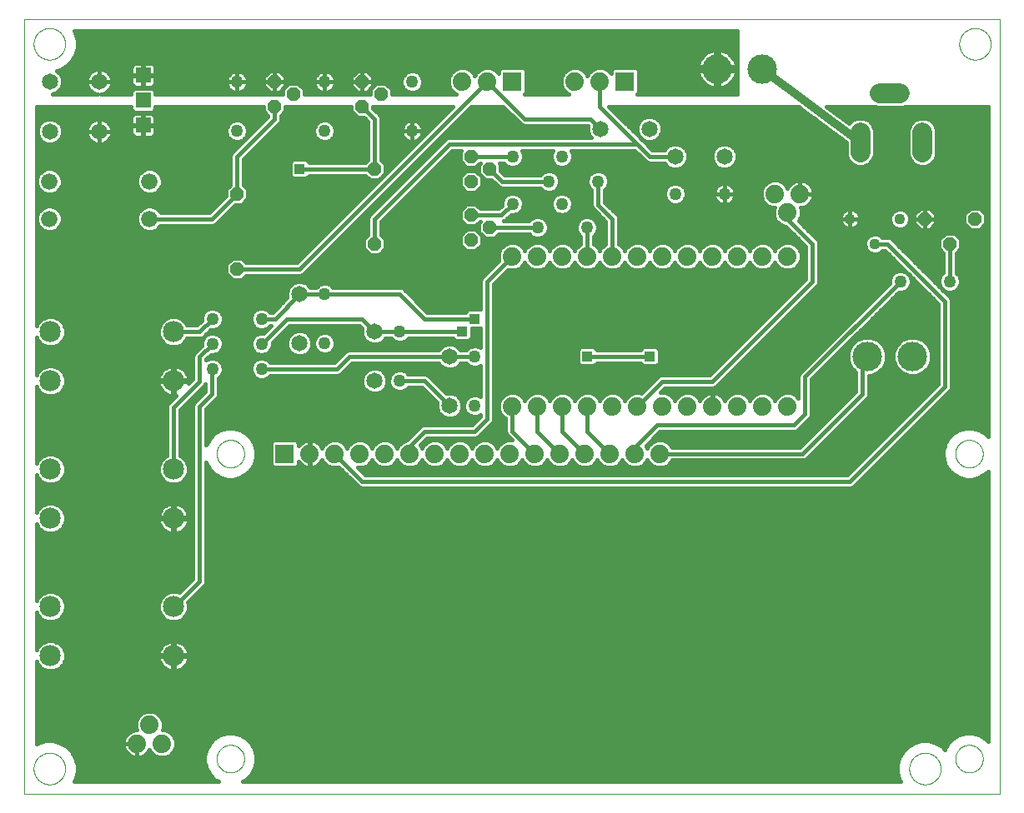
<source format=gtl>
G75*
%MOIN*%
%OFA0B0*%
%FSLAX25Y25*%
%IPPOS*%
%LPD*%
%AMOC8*
5,1,8,0,0,1.08239X$1,22.5*
%
%ADD10C,0.00000*%
%ADD11C,0.06500*%
%ADD12C,0.06600*%
%ADD13C,0.07874*%
%ADD14R,0.07400X0.07400*%
%ADD15C,0.07400*%
%ADD16OC8,0.05200*%
%ADD17C,0.04362*%
%ADD18C,0.05000*%
%ADD19C,0.11811*%
%ADD20C,0.08500*%
%ADD21R,0.05937X0.05937*%
%ADD22C,0.01600*%
%ADD23R,0.03962X0.03962*%
%ADD24C,0.03200*%
D10*
X0006800Y0006800D02*
X0006800Y0316800D01*
X0396800Y0316800D01*
X0396800Y0006800D01*
X0006800Y0006800D01*
X0010501Y0016800D02*
X0010503Y0016958D01*
X0010509Y0017116D01*
X0010519Y0017274D01*
X0010533Y0017432D01*
X0010551Y0017589D01*
X0010572Y0017746D01*
X0010598Y0017902D01*
X0010628Y0018058D01*
X0010661Y0018213D01*
X0010699Y0018366D01*
X0010740Y0018519D01*
X0010785Y0018671D01*
X0010834Y0018822D01*
X0010887Y0018971D01*
X0010943Y0019119D01*
X0011003Y0019265D01*
X0011067Y0019410D01*
X0011135Y0019553D01*
X0011206Y0019695D01*
X0011280Y0019835D01*
X0011358Y0019972D01*
X0011440Y0020108D01*
X0011524Y0020242D01*
X0011613Y0020373D01*
X0011704Y0020502D01*
X0011799Y0020629D01*
X0011896Y0020754D01*
X0011997Y0020876D01*
X0012101Y0020995D01*
X0012208Y0021112D01*
X0012318Y0021226D01*
X0012431Y0021337D01*
X0012546Y0021446D01*
X0012664Y0021551D01*
X0012785Y0021653D01*
X0012908Y0021753D01*
X0013034Y0021849D01*
X0013162Y0021942D01*
X0013292Y0022032D01*
X0013425Y0022118D01*
X0013560Y0022202D01*
X0013696Y0022281D01*
X0013835Y0022358D01*
X0013976Y0022430D01*
X0014118Y0022500D01*
X0014262Y0022565D01*
X0014408Y0022627D01*
X0014555Y0022685D01*
X0014704Y0022740D01*
X0014854Y0022791D01*
X0015005Y0022838D01*
X0015157Y0022881D01*
X0015310Y0022920D01*
X0015465Y0022956D01*
X0015620Y0022987D01*
X0015776Y0023015D01*
X0015932Y0023039D01*
X0016089Y0023059D01*
X0016247Y0023075D01*
X0016404Y0023087D01*
X0016563Y0023095D01*
X0016721Y0023099D01*
X0016879Y0023099D01*
X0017037Y0023095D01*
X0017196Y0023087D01*
X0017353Y0023075D01*
X0017511Y0023059D01*
X0017668Y0023039D01*
X0017824Y0023015D01*
X0017980Y0022987D01*
X0018135Y0022956D01*
X0018290Y0022920D01*
X0018443Y0022881D01*
X0018595Y0022838D01*
X0018746Y0022791D01*
X0018896Y0022740D01*
X0019045Y0022685D01*
X0019192Y0022627D01*
X0019338Y0022565D01*
X0019482Y0022500D01*
X0019624Y0022430D01*
X0019765Y0022358D01*
X0019904Y0022281D01*
X0020040Y0022202D01*
X0020175Y0022118D01*
X0020308Y0022032D01*
X0020438Y0021942D01*
X0020566Y0021849D01*
X0020692Y0021753D01*
X0020815Y0021653D01*
X0020936Y0021551D01*
X0021054Y0021446D01*
X0021169Y0021337D01*
X0021282Y0021226D01*
X0021392Y0021112D01*
X0021499Y0020995D01*
X0021603Y0020876D01*
X0021704Y0020754D01*
X0021801Y0020629D01*
X0021896Y0020502D01*
X0021987Y0020373D01*
X0022076Y0020242D01*
X0022160Y0020108D01*
X0022242Y0019972D01*
X0022320Y0019835D01*
X0022394Y0019695D01*
X0022465Y0019553D01*
X0022533Y0019410D01*
X0022597Y0019265D01*
X0022657Y0019119D01*
X0022713Y0018971D01*
X0022766Y0018822D01*
X0022815Y0018671D01*
X0022860Y0018519D01*
X0022901Y0018366D01*
X0022939Y0018213D01*
X0022972Y0018058D01*
X0023002Y0017902D01*
X0023028Y0017746D01*
X0023049Y0017589D01*
X0023067Y0017432D01*
X0023081Y0017274D01*
X0023091Y0017116D01*
X0023097Y0016958D01*
X0023099Y0016800D01*
X0023097Y0016642D01*
X0023091Y0016484D01*
X0023081Y0016326D01*
X0023067Y0016168D01*
X0023049Y0016011D01*
X0023028Y0015854D01*
X0023002Y0015698D01*
X0022972Y0015542D01*
X0022939Y0015387D01*
X0022901Y0015234D01*
X0022860Y0015081D01*
X0022815Y0014929D01*
X0022766Y0014778D01*
X0022713Y0014629D01*
X0022657Y0014481D01*
X0022597Y0014335D01*
X0022533Y0014190D01*
X0022465Y0014047D01*
X0022394Y0013905D01*
X0022320Y0013765D01*
X0022242Y0013628D01*
X0022160Y0013492D01*
X0022076Y0013358D01*
X0021987Y0013227D01*
X0021896Y0013098D01*
X0021801Y0012971D01*
X0021704Y0012846D01*
X0021603Y0012724D01*
X0021499Y0012605D01*
X0021392Y0012488D01*
X0021282Y0012374D01*
X0021169Y0012263D01*
X0021054Y0012154D01*
X0020936Y0012049D01*
X0020815Y0011947D01*
X0020692Y0011847D01*
X0020566Y0011751D01*
X0020438Y0011658D01*
X0020308Y0011568D01*
X0020175Y0011482D01*
X0020040Y0011398D01*
X0019904Y0011319D01*
X0019765Y0011242D01*
X0019624Y0011170D01*
X0019482Y0011100D01*
X0019338Y0011035D01*
X0019192Y0010973D01*
X0019045Y0010915D01*
X0018896Y0010860D01*
X0018746Y0010809D01*
X0018595Y0010762D01*
X0018443Y0010719D01*
X0018290Y0010680D01*
X0018135Y0010644D01*
X0017980Y0010613D01*
X0017824Y0010585D01*
X0017668Y0010561D01*
X0017511Y0010541D01*
X0017353Y0010525D01*
X0017196Y0010513D01*
X0017037Y0010505D01*
X0016879Y0010501D01*
X0016721Y0010501D01*
X0016563Y0010505D01*
X0016404Y0010513D01*
X0016247Y0010525D01*
X0016089Y0010541D01*
X0015932Y0010561D01*
X0015776Y0010585D01*
X0015620Y0010613D01*
X0015465Y0010644D01*
X0015310Y0010680D01*
X0015157Y0010719D01*
X0015005Y0010762D01*
X0014854Y0010809D01*
X0014704Y0010860D01*
X0014555Y0010915D01*
X0014408Y0010973D01*
X0014262Y0011035D01*
X0014118Y0011100D01*
X0013976Y0011170D01*
X0013835Y0011242D01*
X0013696Y0011319D01*
X0013560Y0011398D01*
X0013425Y0011482D01*
X0013292Y0011568D01*
X0013162Y0011658D01*
X0013034Y0011751D01*
X0012908Y0011847D01*
X0012785Y0011947D01*
X0012664Y0012049D01*
X0012546Y0012154D01*
X0012431Y0012263D01*
X0012318Y0012374D01*
X0012208Y0012488D01*
X0012101Y0012605D01*
X0011997Y0012724D01*
X0011896Y0012846D01*
X0011799Y0012971D01*
X0011704Y0013098D01*
X0011613Y0013227D01*
X0011524Y0013358D01*
X0011440Y0013492D01*
X0011358Y0013628D01*
X0011280Y0013765D01*
X0011206Y0013905D01*
X0011135Y0014047D01*
X0011067Y0014190D01*
X0011003Y0014335D01*
X0010943Y0014481D01*
X0010887Y0014629D01*
X0010834Y0014778D01*
X0010785Y0014929D01*
X0010740Y0015081D01*
X0010699Y0015234D01*
X0010661Y0015387D01*
X0010628Y0015542D01*
X0010598Y0015698D01*
X0010572Y0015854D01*
X0010551Y0016011D01*
X0010533Y0016168D01*
X0010519Y0016326D01*
X0010509Y0016484D01*
X0010503Y0016642D01*
X0010501Y0016800D01*
X0083650Y0020776D02*
X0083652Y0020924D01*
X0083658Y0021072D01*
X0083668Y0021220D01*
X0083682Y0021367D01*
X0083700Y0021514D01*
X0083721Y0021660D01*
X0083747Y0021806D01*
X0083777Y0021951D01*
X0083810Y0022095D01*
X0083848Y0022238D01*
X0083889Y0022380D01*
X0083934Y0022521D01*
X0083982Y0022661D01*
X0084035Y0022800D01*
X0084091Y0022937D01*
X0084151Y0023072D01*
X0084214Y0023206D01*
X0084281Y0023338D01*
X0084352Y0023468D01*
X0084426Y0023596D01*
X0084503Y0023722D01*
X0084584Y0023846D01*
X0084668Y0023968D01*
X0084755Y0024087D01*
X0084846Y0024204D01*
X0084940Y0024319D01*
X0085036Y0024431D01*
X0085136Y0024541D01*
X0085238Y0024647D01*
X0085344Y0024751D01*
X0085452Y0024852D01*
X0085563Y0024950D01*
X0085676Y0025046D01*
X0085792Y0025138D01*
X0085910Y0025227D01*
X0086031Y0025312D01*
X0086154Y0025395D01*
X0086279Y0025474D01*
X0086406Y0025550D01*
X0086535Y0025622D01*
X0086666Y0025691D01*
X0086799Y0025756D01*
X0086934Y0025817D01*
X0087070Y0025875D01*
X0087207Y0025930D01*
X0087346Y0025980D01*
X0087487Y0026027D01*
X0087628Y0026070D01*
X0087771Y0026110D01*
X0087915Y0026145D01*
X0088059Y0026177D01*
X0088205Y0026204D01*
X0088351Y0026228D01*
X0088498Y0026248D01*
X0088645Y0026264D01*
X0088792Y0026276D01*
X0088940Y0026284D01*
X0089088Y0026288D01*
X0089236Y0026288D01*
X0089384Y0026284D01*
X0089532Y0026276D01*
X0089679Y0026264D01*
X0089826Y0026248D01*
X0089973Y0026228D01*
X0090119Y0026204D01*
X0090265Y0026177D01*
X0090409Y0026145D01*
X0090553Y0026110D01*
X0090696Y0026070D01*
X0090837Y0026027D01*
X0090978Y0025980D01*
X0091117Y0025930D01*
X0091254Y0025875D01*
X0091390Y0025817D01*
X0091525Y0025756D01*
X0091658Y0025691D01*
X0091789Y0025622D01*
X0091918Y0025550D01*
X0092045Y0025474D01*
X0092170Y0025395D01*
X0092293Y0025312D01*
X0092414Y0025227D01*
X0092532Y0025138D01*
X0092648Y0025046D01*
X0092761Y0024950D01*
X0092872Y0024852D01*
X0092980Y0024751D01*
X0093086Y0024647D01*
X0093188Y0024541D01*
X0093288Y0024431D01*
X0093384Y0024319D01*
X0093478Y0024204D01*
X0093569Y0024087D01*
X0093656Y0023968D01*
X0093740Y0023846D01*
X0093821Y0023722D01*
X0093898Y0023596D01*
X0093972Y0023468D01*
X0094043Y0023338D01*
X0094110Y0023206D01*
X0094173Y0023072D01*
X0094233Y0022937D01*
X0094289Y0022800D01*
X0094342Y0022661D01*
X0094390Y0022521D01*
X0094435Y0022380D01*
X0094476Y0022238D01*
X0094514Y0022095D01*
X0094547Y0021951D01*
X0094577Y0021806D01*
X0094603Y0021660D01*
X0094624Y0021514D01*
X0094642Y0021367D01*
X0094656Y0021220D01*
X0094666Y0021072D01*
X0094672Y0020924D01*
X0094674Y0020776D01*
X0094672Y0020628D01*
X0094666Y0020480D01*
X0094656Y0020332D01*
X0094642Y0020185D01*
X0094624Y0020038D01*
X0094603Y0019892D01*
X0094577Y0019746D01*
X0094547Y0019601D01*
X0094514Y0019457D01*
X0094476Y0019314D01*
X0094435Y0019172D01*
X0094390Y0019031D01*
X0094342Y0018891D01*
X0094289Y0018752D01*
X0094233Y0018615D01*
X0094173Y0018480D01*
X0094110Y0018346D01*
X0094043Y0018214D01*
X0093972Y0018084D01*
X0093898Y0017956D01*
X0093821Y0017830D01*
X0093740Y0017706D01*
X0093656Y0017584D01*
X0093569Y0017465D01*
X0093478Y0017348D01*
X0093384Y0017233D01*
X0093288Y0017121D01*
X0093188Y0017011D01*
X0093086Y0016905D01*
X0092980Y0016801D01*
X0092872Y0016700D01*
X0092761Y0016602D01*
X0092648Y0016506D01*
X0092532Y0016414D01*
X0092414Y0016325D01*
X0092293Y0016240D01*
X0092170Y0016157D01*
X0092045Y0016078D01*
X0091918Y0016002D01*
X0091789Y0015930D01*
X0091658Y0015861D01*
X0091525Y0015796D01*
X0091390Y0015735D01*
X0091254Y0015677D01*
X0091117Y0015622D01*
X0090978Y0015572D01*
X0090837Y0015525D01*
X0090696Y0015482D01*
X0090553Y0015442D01*
X0090409Y0015407D01*
X0090265Y0015375D01*
X0090119Y0015348D01*
X0089973Y0015324D01*
X0089826Y0015304D01*
X0089679Y0015288D01*
X0089532Y0015276D01*
X0089384Y0015268D01*
X0089236Y0015264D01*
X0089088Y0015264D01*
X0088940Y0015268D01*
X0088792Y0015276D01*
X0088645Y0015288D01*
X0088498Y0015304D01*
X0088351Y0015324D01*
X0088205Y0015348D01*
X0088059Y0015375D01*
X0087915Y0015407D01*
X0087771Y0015442D01*
X0087628Y0015482D01*
X0087487Y0015525D01*
X0087346Y0015572D01*
X0087207Y0015622D01*
X0087070Y0015677D01*
X0086934Y0015735D01*
X0086799Y0015796D01*
X0086666Y0015861D01*
X0086535Y0015930D01*
X0086406Y0016002D01*
X0086279Y0016078D01*
X0086154Y0016157D01*
X0086031Y0016240D01*
X0085910Y0016325D01*
X0085792Y0016414D01*
X0085676Y0016506D01*
X0085563Y0016602D01*
X0085452Y0016700D01*
X0085344Y0016801D01*
X0085238Y0016905D01*
X0085136Y0017011D01*
X0085036Y0017121D01*
X0084940Y0017233D01*
X0084846Y0017348D01*
X0084755Y0017465D01*
X0084668Y0017584D01*
X0084584Y0017706D01*
X0084503Y0017830D01*
X0084426Y0017956D01*
X0084352Y0018084D01*
X0084281Y0018214D01*
X0084214Y0018346D01*
X0084151Y0018480D01*
X0084091Y0018615D01*
X0084035Y0018752D01*
X0083982Y0018891D01*
X0083934Y0019031D01*
X0083889Y0019172D01*
X0083848Y0019314D01*
X0083810Y0019457D01*
X0083777Y0019601D01*
X0083747Y0019746D01*
X0083721Y0019892D01*
X0083700Y0020038D01*
X0083682Y0020185D01*
X0083668Y0020332D01*
X0083658Y0020480D01*
X0083652Y0020628D01*
X0083650Y0020776D01*
X0083650Y0142824D02*
X0083652Y0142972D01*
X0083658Y0143120D01*
X0083668Y0143268D01*
X0083682Y0143415D01*
X0083700Y0143562D01*
X0083721Y0143708D01*
X0083747Y0143854D01*
X0083777Y0143999D01*
X0083810Y0144143D01*
X0083848Y0144286D01*
X0083889Y0144428D01*
X0083934Y0144569D01*
X0083982Y0144709D01*
X0084035Y0144848D01*
X0084091Y0144985D01*
X0084151Y0145120D01*
X0084214Y0145254D01*
X0084281Y0145386D01*
X0084352Y0145516D01*
X0084426Y0145644D01*
X0084503Y0145770D01*
X0084584Y0145894D01*
X0084668Y0146016D01*
X0084755Y0146135D01*
X0084846Y0146252D01*
X0084940Y0146367D01*
X0085036Y0146479D01*
X0085136Y0146589D01*
X0085238Y0146695D01*
X0085344Y0146799D01*
X0085452Y0146900D01*
X0085563Y0146998D01*
X0085676Y0147094D01*
X0085792Y0147186D01*
X0085910Y0147275D01*
X0086031Y0147360D01*
X0086154Y0147443D01*
X0086279Y0147522D01*
X0086406Y0147598D01*
X0086535Y0147670D01*
X0086666Y0147739D01*
X0086799Y0147804D01*
X0086934Y0147865D01*
X0087070Y0147923D01*
X0087207Y0147978D01*
X0087346Y0148028D01*
X0087487Y0148075D01*
X0087628Y0148118D01*
X0087771Y0148158D01*
X0087915Y0148193D01*
X0088059Y0148225D01*
X0088205Y0148252D01*
X0088351Y0148276D01*
X0088498Y0148296D01*
X0088645Y0148312D01*
X0088792Y0148324D01*
X0088940Y0148332D01*
X0089088Y0148336D01*
X0089236Y0148336D01*
X0089384Y0148332D01*
X0089532Y0148324D01*
X0089679Y0148312D01*
X0089826Y0148296D01*
X0089973Y0148276D01*
X0090119Y0148252D01*
X0090265Y0148225D01*
X0090409Y0148193D01*
X0090553Y0148158D01*
X0090696Y0148118D01*
X0090837Y0148075D01*
X0090978Y0148028D01*
X0091117Y0147978D01*
X0091254Y0147923D01*
X0091390Y0147865D01*
X0091525Y0147804D01*
X0091658Y0147739D01*
X0091789Y0147670D01*
X0091918Y0147598D01*
X0092045Y0147522D01*
X0092170Y0147443D01*
X0092293Y0147360D01*
X0092414Y0147275D01*
X0092532Y0147186D01*
X0092648Y0147094D01*
X0092761Y0146998D01*
X0092872Y0146900D01*
X0092980Y0146799D01*
X0093086Y0146695D01*
X0093188Y0146589D01*
X0093288Y0146479D01*
X0093384Y0146367D01*
X0093478Y0146252D01*
X0093569Y0146135D01*
X0093656Y0146016D01*
X0093740Y0145894D01*
X0093821Y0145770D01*
X0093898Y0145644D01*
X0093972Y0145516D01*
X0094043Y0145386D01*
X0094110Y0145254D01*
X0094173Y0145120D01*
X0094233Y0144985D01*
X0094289Y0144848D01*
X0094342Y0144709D01*
X0094390Y0144569D01*
X0094435Y0144428D01*
X0094476Y0144286D01*
X0094514Y0144143D01*
X0094547Y0143999D01*
X0094577Y0143854D01*
X0094603Y0143708D01*
X0094624Y0143562D01*
X0094642Y0143415D01*
X0094656Y0143268D01*
X0094666Y0143120D01*
X0094672Y0142972D01*
X0094674Y0142824D01*
X0094672Y0142676D01*
X0094666Y0142528D01*
X0094656Y0142380D01*
X0094642Y0142233D01*
X0094624Y0142086D01*
X0094603Y0141940D01*
X0094577Y0141794D01*
X0094547Y0141649D01*
X0094514Y0141505D01*
X0094476Y0141362D01*
X0094435Y0141220D01*
X0094390Y0141079D01*
X0094342Y0140939D01*
X0094289Y0140800D01*
X0094233Y0140663D01*
X0094173Y0140528D01*
X0094110Y0140394D01*
X0094043Y0140262D01*
X0093972Y0140132D01*
X0093898Y0140004D01*
X0093821Y0139878D01*
X0093740Y0139754D01*
X0093656Y0139632D01*
X0093569Y0139513D01*
X0093478Y0139396D01*
X0093384Y0139281D01*
X0093288Y0139169D01*
X0093188Y0139059D01*
X0093086Y0138953D01*
X0092980Y0138849D01*
X0092872Y0138748D01*
X0092761Y0138650D01*
X0092648Y0138554D01*
X0092532Y0138462D01*
X0092414Y0138373D01*
X0092293Y0138288D01*
X0092170Y0138205D01*
X0092045Y0138126D01*
X0091918Y0138050D01*
X0091789Y0137978D01*
X0091658Y0137909D01*
X0091525Y0137844D01*
X0091390Y0137783D01*
X0091254Y0137725D01*
X0091117Y0137670D01*
X0090978Y0137620D01*
X0090837Y0137573D01*
X0090696Y0137530D01*
X0090553Y0137490D01*
X0090409Y0137455D01*
X0090265Y0137423D01*
X0090119Y0137396D01*
X0089973Y0137372D01*
X0089826Y0137352D01*
X0089679Y0137336D01*
X0089532Y0137324D01*
X0089384Y0137316D01*
X0089236Y0137312D01*
X0089088Y0137312D01*
X0088940Y0137316D01*
X0088792Y0137324D01*
X0088645Y0137336D01*
X0088498Y0137352D01*
X0088351Y0137372D01*
X0088205Y0137396D01*
X0088059Y0137423D01*
X0087915Y0137455D01*
X0087771Y0137490D01*
X0087628Y0137530D01*
X0087487Y0137573D01*
X0087346Y0137620D01*
X0087207Y0137670D01*
X0087070Y0137725D01*
X0086934Y0137783D01*
X0086799Y0137844D01*
X0086666Y0137909D01*
X0086535Y0137978D01*
X0086406Y0138050D01*
X0086279Y0138126D01*
X0086154Y0138205D01*
X0086031Y0138288D01*
X0085910Y0138373D01*
X0085792Y0138462D01*
X0085676Y0138554D01*
X0085563Y0138650D01*
X0085452Y0138748D01*
X0085344Y0138849D01*
X0085238Y0138953D01*
X0085136Y0139059D01*
X0085036Y0139169D01*
X0084940Y0139281D01*
X0084846Y0139396D01*
X0084755Y0139513D01*
X0084668Y0139632D01*
X0084584Y0139754D01*
X0084503Y0139878D01*
X0084426Y0140004D01*
X0084352Y0140132D01*
X0084281Y0140262D01*
X0084214Y0140394D01*
X0084151Y0140528D01*
X0084091Y0140663D01*
X0084035Y0140800D01*
X0083982Y0140939D01*
X0083934Y0141079D01*
X0083889Y0141220D01*
X0083848Y0141362D01*
X0083810Y0141505D01*
X0083777Y0141649D01*
X0083747Y0141794D01*
X0083721Y0141940D01*
X0083700Y0142086D01*
X0083682Y0142233D01*
X0083668Y0142380D01*
X0083658Y0142528D01*
X0083652Y0142676D01*
X0083650Y0142824D01*
X0010501Y0306800D02*
X0010503Y0306958D01*
X0010509Y0307116D01*
X0010519Y0307274D01*
X0010533Y0307432D01*
X0010551Y0307589D01*
X0010572Y0307746D01*
X0010598Y0307902D01*
X0010628Y0308058D01*
X0010661Y0308213D01*
X0010699Y0308366D01*
X0010740Y0308519D01*
X0010785Y0308671D01*
X0010834Y0308822D01*
X0010887Y0308971D01*
X0010943Y0309119D01*
X0011003Y0309265D01*
X0011067Y0309410D01*
X0011135Y0309553D01*
X0011206Y0309695D01*
X0011280Y0309835D01*
X0011358Y0309972D01*
X0011440Y0310108D01*
X0011524Y0310242D01*
X0011613Y0310373D01*
X0011704Y0310502D01*
X0011799Y0310629D01*
X0011896Y0310754D01*
X0011997Y0310876D01*
X0012101Y0310995D01*
X0012208Y0311112D01*
X0012318Y0311226D01*
X0012431Y0311337D01*
X0012546Y0311446D01*
X0012664Y0311551D01*
X0012785Y0311653D01*
X0012908Y0311753D01*
X0013034Y0311849D01*
X0013162Y0311942D01*
X0013292Y0312032D01*
X0013425Y0312118D01*
X0013560Y0312202D01*
X0013696Y0312281D01*
X0013835Y0312358D01*
X0013976Y0312430D01*
X0014118Y0312500D01*
X0014262Y0312565D01*
X0014408Y0312627D01*
X0014555Y0312685D01*
X0014704Y0312740D01*
X0014854Y0312791D01*
X0015005Y0312838D01*
X0015157Y0312881D01*
X0015310Y0312920D01*
X0015465Y0312956D01*
X0015620Y0312987D01*
X0015776Y0313015D01*
X0015932Y0313039D01*
X0016089Y0313059D01*
X0016247Y0313075D01*
X0016404Y0313087D01*
X0016563Y0313095D01*
X0016721Y0313099D01*
X0016879Y0313099D01*
X0017037Y0313095D01*
X0017196Y0313087D01*
X0017353Y0313075D01*
X0017511Y0313059D01*
X0017668Y0313039D01*
X0017824Y0313015D01*
X0017980Y0312987D01*
X0018135Y0312956D01*
X0018290Y0312920D01*
X0018443Y0312881D01*
X0018595Y0312838D01*
X0018746Y0312791D01*
X0018896Y0312740D01*
X0019045Y0312685D01*
X0019192Y0312627D01*
X0019338Y0312565D01*
X0019482Y0312500D01*
X0019624Y0312430D01*
X0019765Y0312358D01*
X0019904Y0312281D01*
X0020040Y0312202D01*
X0020175Y0312118D01*
X0020308Y0312032D01*
X0020438Y0311942D01*
X0020566Y0311849D01*
X0020692Y0311753D01*
X0020815Y0311653D01*
X0020936Y0311551D01*
X0021054Y0311446D01*
X0021169Y0311337D01*
X0021282Y0311226D01*
X0021392Y0311112D01*
X0021499Y0310995D01*
X0021603Y0310876D01*
X0021704Y0310754D01*
X0021801Y0310629D01*
X0021896Y0310502D01*
X0021987Y0310373D01*
X0022076Y0310242D01*
X0022160Y0310108D01*
X0022242Y0309972D01*
X0022320Y0309835D01*
X0022394Y0309695D01*
X0022465Y0309553D01*
X0022533Y0309410D01*
X0022597Y0309265D01*
X0022657Y0309119D01*
X0022713Y0308971D01*
X0022766Y0308822D01*
X0022815Y0308671D01*
X0022860Y0308519D01*
X0022901Y0308366D01*
X0022939Y0308213D01*
X0022972Y0308058D01*
X0023002Y0307902D01*
X0023028Y0307746D01*
X0023049Y0307589D01*
X0023067Y0307432D01*
X0023081Y0307274D01*
X0023091Y0307116D01*
X0023097Y0306958D01*
X0023099Y0306800D01*
X0023097Y0306642D01*
X0023091Y0306484D01*
X0023081Y0306326D01*
X0023067Y0306168D01*
X0023049Y0306011D01*
X0023028Y0305854D01*
X0023002Y0305698D01*
X0022972Y0305542D01*
X0022939Y0305387D01*
X0022901Y0305234D01*
X0022860Y0305081D01*
X0022815Y0304929D01*
X0022766Y0304778D01*
X0022713Y0304629D01*
X0022657Y0304481D01*
X0022597Y0304335D01*
X0022533Y0304190D01*
X0022465Y0304047D01*
X0022394Y0303905D01*
X0022320Y0303765D01*
X0022242Y0303628D01*
X0022160Y0303492D01*
X0022076Y0303358D01*
X0021987Y0303227D01*
X0021896Y0303098D01*
X0021801Y0302971D01*
X0021704Y0302846D01*
X0021603Y0302724D01*
X0021499Y0302605D01*
X0021392Y0302488D01*
X0021282Y0302374D01*
X0021169Y0302263D01*
X0021054Y0302154D01*
X0020936Y0302049D01*
X0020815Y0301947D01*
X0020692Y0301847D01*
X0020566Y0301751D01*
X0020438Y0301658D01*
X0020308Y0301568D01*
X0020175Y0301482D01*
X0020040Y0301398D01*
X0019904Y0301319D01*
X0019765Y0301242D01*
X0019624Y0301170D01*
X0019482Y0301100D01*
X0019338Y0301035D01*
X0019192Y0300973D01*
X0019045Y0300915D01*
X0018896Y0300860D01*
X0018746Y0300809D01*
X0018595Y0300762D01*
X0018443Y0300719D01*
X0018290Y0300680D01*
X0018135Y0300644D01*
X0017980Y0300613D01*
X0017824Y0300585D01*
X0017668Y0300561D01*
X0017511Y0300541D01*
X0017353Y0300525D01*
X0017196Y0300513D01*
X0017037Y0300505D01*
X0016879Y0300501D01*
X0016721Y0300501D01*
X0016563Y0300505D01*
X0016404Y0300513D01*
X0016247Y0300525D01*
X0016089Y0300541D01*
X0015932Y0300561D01*
X0015776Y0300585D01*
X0015620Y0300613D01*
X0015465Y0300644D01*
X0015310Y0300680D01*
X0015157Y0300719D01*
X0015005Y0300762D01*
X0014854Y0300809D01*
X0014704Y0300860D01*
X0014555Y0300915D01*
X0014408Y0300973D01*
X0014262Y0301035D01*
X0014118Y0301100D01*
X0013976Y0301170D01*
X0013835Y0301242D01*
X0013696Y0301319D01*
X0013560Y0301398D01*
X0013425Y0301482D01*
X0013292Y0301568D01*
X0013162Y0301658D01*
X0013034Y0301751D01*
X0012908Y0301847D01*
X0012785Y0301947D01*
X0012664Y0302049D01*
X0012546Y0302154D01*
X0012431Y0302263D01*
X0012318Y0302374D01*
X0012208Y0302488D01*
X0012101Y0302605D01*
X0011997Y0302724D01*
X0011896Y0302846D01*
X0011799Y0302971D01*
X0011704Y0303098D01*
X0011613Y0303227D01*
X0011524Y0303358D01*
X0011440Y0303492D01*
X0011358Y0303628D01*
X0011280Y0303765D01*
X0011206Y0303905D01*
X0011135Y0304047D01*
X0011067Y0304190D01*
X0011003Y0304335D01*
X0010943Y0304481D01*
X0010887Y0304629D01*
X0010834Y0304778D01*
X0010785Y0304929D01*
X0010740Y0305081D01*
X0010699Y0305234D01*
X0010661Y0305387D01*
X0010628Y0305542D01*
X0010598Y0305698D01*
X0010572Y0305854D01*
X0010551Y0306011D01*
X0010533Y0306168D01*
X0010519Y0306326D01*
X0010509Y0306484D01*
X0010503Y0306642D01*
X0010501Y0306800D01*
X0360501Y0016800D02*
X0360503Y0016958D01*
X0360509Y0017116D01*
X0360519Y0017274D01*
X0360533Y0017432D01*
X0360551Y0017589D01*
X0360572Y0017746D01*
X0360598Y0017902D01*
X0360628Y0018058D01*
X0360661Y0018213D01*
X0360699Y0018366D01*
X0360740Y0018519D01*
X0360785Y0018671D01*
X0360834Y0018822D01*
X0360887Y0018971D01*
X0360943Y0019119D01*
X0361003Y0019265D01*
X0361067Y0019410D01*
X0361135Y0019553D01*
X0361206Y0019695D01*
X0361280Y0019835D01*
X0361358Y0019972D01*
X0361440Y0020108D01*
X0361524Y0020242D01*
X0361613Y0020373D01*
X0361704Y0020502D01*
X0361799Y0020629D01*
X0361896Y0020754D01*
X0361997Y0020876D01*
X0362101Y0020995D01*
X0362208Y0021112D01*
X0362318Y0021226D01*
X0362431Y0021337D01*
X0362546Y0021446D01*
X0362664Y0021551D01*
X0362785Y0021653D01*
X0362908Y0021753D01*
X0363034Y0021849D01*
X0363162Y0021942D01*
X0363292Y0022032D01*
X0363425Y0022118D01*
X0363560Y0022202D01*
X0363696Y0022281D01*
X0363835Y0022358D01*
X0363976Y0022430D01*
X0364118Y0022500D01*
X0364262Y0022565D01*
X0364408Y0022627D01*
X0364555Y0022685D01*
X0364704Y0022740D01*
X0364854Y0022791D01*
X0365005Y0022838D01*
X0365157Y0022881D01*
X0365310Y0022920D01*
X0365465Y0022956D01*
X0365620Y0022987D01*
X0365776Y0023015D01*
X0365932Y0023039D01*
X0366089Y0023059D01*
X0366247Y0023075D01*
X0366404Y0023087D01*
X0366563Y0023095D01*
X0366721Y0023099D01*
X0366879Y0023099D01*
X0367037Y0023095D01*
X0367196Y0023087D01*
X0367353Y0023075D01*
X0367511Y0023059D01*
X0367668Y0023039D01*
X0367824Y0023015D01*
X0367980Y0022987D01*
X0368135Y0022956D01*
X0368290Y0022920D01*
X0368443Y0022881D01*
X0368595Y0022838D01*
X0368746Y0022791D01*
X0368896Y0022740D01*
X0369045Y0022685D01*
X0369192Y0022627D01*
X0369338Y0022565D01*
X0369482Y0022500D01*
X0369624Y0022430D01*
X0369765Y0022358D01*
X0369904Y0022281D01*
X0370040Y0022202D01*
X0370175Y0022118D01*
X0370308Y0022032D01*
X0370438Y0021942D01*
X0370566Y0021849D01*
X0370692Y0021753D01*
X0370815Y0021653D01*
X0370936Y0021551D01*
X0371054Y0021446D01*
X0371169Y0021337D01*
X0371282Y0021226D01*
X0371392Y0021112D01*
X0371499Y0020995D01*
X0371603Y0020876D01*
X0371704Y0020754D01*
X0371801Y0020629D01*
X0371896Y0020502D01*
X0371987Y0020373D01*
X0372076Y0020242D01*
X0372160Y0020108D01*
X0372242Y0019972D01*
X0372320Y0019835D01*
X0372394Y0019695D01*
X0372465Y0019553D01*
X0372533Y0019410D01*
X0372597Y0019265D01*
X0372657Y0019119D01*
X0372713Y0018971D01*
X0372766Y0018822D01*
X0372815Y0018671D01*
X0372860Y0018519D01*
X0372901Y0018366D01*
X0372939Y0018213D01*
X0372972Y0018058D01*
X0373002Y0017902D01*
X0373028Y0017746D01*
X0373049Y0017589D01*
X0373067Y0017432D01*
X0373081Y0017274D01*
X0373091Y0017116D01*
X0373097Y0016958D01*
X0373099Y0016800D01*
X0373097Y0016642D01*
X0373091Y0016484D01*
X0373081Y0016326D01*
X0373067Y0016168D01*
X0373049Y0016011D01*
X0373028Y0015854D01*
X0373002Y0015698D01*
X0372972Y0015542D01*
X0372939Y0015387D01*
X0372901Y0015234D01*
X0372860Y0015081D01*
X0372815Y0014929D01*
X0372766Y0014778D01*
X0372713Y0014629D01*
X0372657Y0014481D01*
X0372597Y0014335D01*
X0372533Y0014190D01*
X0372465Y0014047D01*
X0372394Y0013905D01*
X0372320Y0013765D01*
X0372242Y0013628D01*
X0372160Y0013492D01*
X0372076Y0013358D01*
X0371987Y0013227D01*
X0371896Y0013098D01*
X0371801Y0012971D01*
X0371704Y0012846D01*
X0371603Y0012724D01*
X0371499Y0012605D01*
X0371392Y0012488D01*
X0371282Y0012374D01*
X0371169Y0012263D01*
X0371054Y0012154D01*
X0370936Y0012049D01*
X0370815Y0011947D01*
X0370692Y0011847D01*
X0370566Y0011751D01*
X0370438Y0011658D01*
X0370308Y0011568D01*
X0370175Y0011482D01*
X0370040Y0011398D01*
X0369904Y0011319D01*
X0369765Y0011242D01*
X0369624Y0011170D01*
X0369482Y0011100D01*
X0369338Y0011035D01*
X0369192Y0010973D01*
X0369045Y0010915D01*
X0368896Y0010860D01*
X0368746Y0010809D01*
X0368595Y0010762D01*
X0368443Y0010719D01*
X0368290Y0010680D01*
X0368135Y0010644D01*
X0367980Y0010613D01*
X0367824Y0010585D01*
X0367668Y0010561D01*
X0367511Y0010541D01*
X0367353Y0010525D01*
X0367196Y0010513D01*
X0367037Y0010505D01*
X0366879Y0010501D01*
X0366721Y0010501D01*
X0366563Y0010505D01*
X0366404Y0010513D01*
X0366247Y0010525D01*
X0366089Y0010541D01*
X0365932Y0010561D01*
X0365776Y0010585D01*
X0365620Y0010613D01*
X0365465Y0010644D01*
X0365310Y0010680D01*
X0365157Y0010719D01*
X0365005Y0010762D01*
X0364854Y0010809D01*
X0364704Y0010860D01*
X0364555Y0010915D01*
X0364408Y0010973D01*
X0364262Y0011035D01*
X0364118Y0011100D01*
X0363976Y0011170D01*
X0363835Y0011242D01*
X0363696Y0011319D01*
X0363560Y0011398D01*
X0363425Y0011482D01*
X0363292Y0011568D01*
X0363162Y0011658D01*
X0363034Y0011751D01*
X0362908Y0011847D01*
X0362785Y0011947D01*
X0362664Y0012049D01*
X0362546Y0012154D01*
X0362431Y0012263D01*
X0362318Y0012374D01*
X0362208Y0012488D01*
X0362101Y0012605D01*
X0361997Y0012724D01*
X0361896Y0012846D01*
X0361799Y0012971D01*
X0361704Y0013098D01*
X0361613Y0013227D01*
X0361524Y0013358D01*
X0361440Y0013492D01*
X0361358Y0013628D01*
X0361280Y0013765D01*
X0361206Y0013905D01*
X0361135Y0014047D01*
X0361067Y0014190D01*
X0361003Y0014335D01*
X0360943Y0014481D01*
X0360887Y0014629D01*
X0360834Y0014778D01*
X0360785Y0014929D01*
X0360740Y0015081D01*
X0360699Y0015234D01*
X0360661Y0015387D01*
X0360628Y0015542D01*
X0360598Y0015698D01*
X0360572Y0015854D01*
X0360551Y0016011D01*
X0360533Y0016168D01*
X0360519Y0016326D01*
X0360509Y0016484D01*
X0360503Y0016642D01*
X0360501Y0016800D01*
X0378926Y0020776D02*
X0378928Y0020924D01*
X0378934Y0021072D01*
X0378944Y0021220D01*
X0378958Y0021367D01*
X0378976Y0021514D01*
X0378997Y0021660D01*
X0379023Y0021806D01*
X0379053Y0021951D01*
X0379086Y0022095D01*
X0379124Y0022238D01*
X0379165Y0022380D01*
X0379210Y0022521D01*
X0379258Y0022661D01*
X0379311Y0022800D01*
X0379367Y0022937D01*
X0379427Y0023072D01*
X0379490Y0023206D01*
X0379557Y0023338D01*
X0379628Y0023468D01*
X0379702Y0023596D01*
X0379779Y0023722D01*
X0379860Y0023846D01*
X0379944Y0023968D01*
X0380031Y0024087D01*
X0380122Y0024204D01*
X0380216Y0024319D01*
X0380312Y0024431D01*
X0380412Y0024541D01*
X0380514Y0024647D01*
X0380620Y0024751D01*
X0380728Y0024852D01*
X0380839Y0024950D01*
X0380952Y0025046D01*
X0381068Y0025138D01*
X0381186Y0025227D01*
X0381307Y0025312D01*
X0381430Y0025395D01*
X0381555Y0025474D01*
X0381682Y0025550D01*
X0381811Y0025622D01*
X0381942Y0025691D01*
X0382075Y0025756D01*
X0382210Y0025817D01*
X0382346Y0025875D01*
X0382483Y0025930D01*
X0382622Y0025980D01*
X0382763Y0026027D01*
X0382904Y0026070D01*
X0383047Y0026110D01*
X0383191Y0026145D01*
X0383335Y0026177D01*
X0383481Y0026204D01*
X0383627Y0026228D01*
X0383774Y0026248D01*
X0383921Y0026264D01*
X0384068Y0026276D01*
X0384216Y0026284D01*
X0384364Y0026288D01*
X0384512Y0026288D01*
X0384660Y0026284D01*
X0384808Y0026276D01*
X0384955Y0026264D01*
X0385102Y0026248D01*
X0385249Y0026228D01*
X0385395Y0026204D01*
X0385541Y0026177D01*
X0385685Y0026145D01*
X0385829Y0026110D01*
X0385972Y0026070D01*
X0386113Y0026027D01*
X0386254Y0025980D01*
X0386393Y0025930D01*
X0386530Y0025875D01*
X0386666Y0025817D01*
X0386801Y0025756D01*
X0386934Y0025691D01*
X0387065Y0025622D01*
X0387194Y0025550D01*
X0387321Y0025474D01*
X0387446Y0025395D01*
X0387569Y0025312D01*
X0387690Y0025227D01*
X0387808Y0025138D01*
X0387924Y0025046D01*
X0388037Y0024950D01*
X0388148Y0024852D01*
X0388256Y0024751D01*
X0388362Y0024647D01*
X0388464Y0024541D01*
X0388564Y0024431D01*
X0388660Y0024319D01*
X0388754Y0024204D01*
X0388845Y0024087D01*
X0388932Y0023968D01*
X0389016Y0023846D01*
X0389097Y0023722D01*
X0389174Y0023596D01*
X0389248Y0023468D01*
X0389319Y0023338D01*
X0389386Y0023206D01*
X0389449Y0023072D01*
X0389509Y0022937D01*
X0389565Y0022800D01*
X0389618Y0022661D01*
X0389666Y0022521D01*
X0389711Y0022380D01*
X0389752Y0022238D01*
X0389790Y0022095D01*
X0389823Y0021951D01*
X0389853Y0021806D01*
X0389879Y0021660D01*
X0389900Y0021514D01*
X0389918Y0021367D01*
X0389932Y0021220D01*
X0389942Y0021072D01*
X0389948Y0020924D01*
X0389950Y0020776D01*
X0389948Y0020628D01*
X0389942Y0020480D01*
X0389932Y0020332D01*
X0389918Y0020185D01*
X0389900Y0020038D01*
X0389879Y0019892D01*
X0389853Y0019746D01*
X0389823Y0019601D01*
X0389790Y0019457D01*
X0389752Y0019314D01*
X0389711Y0019172D01*
X0389666Y0019031D01*
X0389618Y0018891D01*
X0389565Y0018752D01*
X0389509Y0018615D01*
X0389449Y0018480D01*
X0389386Y0018346D01*
X0389319Y0018214D01*
X0389248Y0018084D01*
X0389174Y0017956D01*
X0389097Y0017830D01*
X0389016Y0017706D01*
X0388932Y0017584D01*
X0388845Y0017465D01*
X0388754Y0017348D01*
X0388660Y0017233D01*
X0388564Y0017121D01*
X0388464Y0017011D01*
X0388362Y0016905D01*
X0388256Y0016801D01*
X0388148Y0016700D01*
X0388037Y0016602D01*
X0387924Y0016506D01*
X0387808Y0016414D01*
X0387690Y0016325D01*
X0387569Y0016240D01*
X0387446Y0016157D01*
X0387321Y0016078D01*
X0387194Y0016002D01*
X0387065Y0015930D01*
X0386934Y0015861D01*
X0386801Y0015796D01*
X0386666Y0015735D01*
X0386530Y0015677D01*
X0386393Y0015622D01*
X0386254Y0015572D01*
X0386113Y0015525D01*
X0385972Y0015482D01*
X0385829Y0015442D01*
X0385685Y0015407D01*
X0385541Y0015375D01*
X0385395Y0015348D01*
X0385249Y0015324D01*
X0385102Y0015304D01*
X0384955Y0015288D01*
X0384808Y0015276D01*
X0384660Y0015268D01*
X0384512Y0015264D01*
X0384364Y0015264D01*
X0384216Y0015268D01*
X0384068Y0015276D01*
X0383921Y0015288D01*
X0383774Y0015304D01*
X0383627Y0015324D01*
X0383481Y0015348D01*
X0383335Y0015375D01*
X0383191Y0015407D01*
X0383047Y0015442D01*
X0382904Y0015482D01*
X0382763Y0015525D01*
X0382622Y0015572D01*
X0382483Y0015622D01*
X0382346Y0015677D01*
X0382210Y0015735D01*
X0382075Y0015796D01*
X0381942Y0015861D01*
X0381811Y0015930D01*
X0381682Y0016002D01*
X0381555Y0016078D01*
X0381430Y0016157D01*
X0381307Y0016240D01*
X0381186Y0016325D01*
X0381068Y0016414D01*
X0380952Y0016506D01*
X0380839Y0016602D01*
X0380728Y0016700D01*
X0380620Y0016801D01*
X0380514Y0016905D01*
X0380412Y0017011D01*
X0380312Y0017121D01*
X0380216Y0017233D01*
X0380122Y0017348D01*
X0380031Y0017465D01*
X0379944Y0017584D01*
X0379860Y0017706D01*
X0379779Y0017830D01*
X0379702Y0017956D01*
X0379628Y0018084D01*
X0379557Y0018214D01*
X0379490Y0018346D01*
X0379427Y0018480D01*
X0379367Y0018615D01*
X0379311Y0018752D01*
X0379258Y0018891D01*
X0379210Y0019031D01*
X0379165Y0019172D01*
X0379124Y0019314D01*
X0379086Y0019457D01*
X0379053Y0019601D01*
X0379023Y0019746D01*
X0378997Y0019892D01*
X0378976Y0020038D01*
X0378958Y0020185D01*
X0378944Y0020332D01*
X0378934Y0020480D01*
X0378928Y0020628D01*
X0378926Y0020776D01*
X0378926Y0142824D02*
X0378928Y0142972D01*
X0378934Y0143120D01*
X0378944Y0143268D01*
X0378958Y0143415D01*
X0378976Y0143562D01*
X0378997Y0143708D01*
X0379023Y0143854D01*
X0379053Y0143999D01*
X0379086Y0144143D01*
X0379124Y0144286D01*
X0379165Y0144428D01*
X0379210Y0144569D01*
X0379258Y0144709D01*
X0379311Y0144848D01*
X0379367Y0144985D01*
X0379427Y0145120D01*
X0379490Y0145254D01*
X0379557Y0145386D01*
X0379628Y0145516D01*
X0379702Y0145644D01*
X0379779Y0145770D01*
X0379860Y0145894D01*
X0379944Y0146016D01*
X0380031Y0146135D01*
X0380122Y0146252D01*
X0380216Y0146367D01*
X0380312Y0146479D01*
X0380412Y0146589D01*
X0380514Y0146695D01*
X0380620Y0146799D01*
X0380728Y0146900D01*
X0380839Y0146998D01*
X0380952Y0147094D01*
X0381068Y0147186D01*
X0381186Y0147275D01*
X0381307Y0147360D01*
X0381430Y0147443D01*
X0381555Y0147522D01*
X0381682Y0147598D01*
X0381811Y0147670D01*
X0381942Y0147739D01*
X0382075Y0147804D01*
X0382210Y0147865D01*
X0382346Y0147923D01*
X0382483Y0147978D01*
X0382622Y0148028D01*
X0382763Y0148075D01*
X0382904Y0148118D01*
X0383047Y0148158D01*
X0383191Y0148193D01*
X0383335Y0148225D01*
X0383481Y0148252D01*
X0383627Y0148276D01*
X0383774Y0148296D01*
X0383921Y0148312D01*
X0384068Y0148324D01*
X0384216Y0148332D01*
X0384364Y0148336D01*
X0384512Y0148336D01*
X0384660Y0148332D01*
X0384808Y0148324D01*
X0384955Y0148312D01*
X0385102Y0148296D01*
X0385249Y0148276D01*
X0385395Y0148252D01*
X0385541Y0148225D01*
X0385685Y0148193D01*
X0385829Y0148158D01*
X0385972Y0148118D01*
X0386113Y0148075D01*
X0386254Y0148028D01*
X0386393Y0147978D01*
X0386530Y0147923D01*
X0386666Y0147865D01*
X0386801Y0147804D01*
X0386934Y0147739D01*
X0387065Y0147670D01*
X0387194Y0147598D01*
X0387321Y0147522D01*
X0387446Y0147443D01*
X0387569Y0147360D01*
X0387690Y0147275D01*
X0387808Y0147186D01*
X0387924Y0147094D01*
X0388037Y0146998D01*
X0388148Y0146900D01*
X0388256Y0146799D01*
X0388362Y0146695D01*
X0388464Y0146589D01*
X0388564Y0146479D01*
X0388660Y0146367D01*
X0388754Y0146252D01*
X0388845Y0146135D01*
X0388932Y0146016D01*
X0389016Y0145894D01*
X0389097Y0145770D01*
X0389174Y0145644D01*
X0389248Y0145516D01*
X0389319Y0145386D01*
X0389386Y0145254D01*
X0389449Y0145120D01*
X0389509Y0144985D01*
X0389565Y0144848D01*
X0389618Y0144709D01*
X0389666Y0144569D01*
X0389711Y0144428D01*
X0389752Y0144286D01*
X0389790Y0144143D01*
X0389823Y0143999D01*
X0389853Y0143854D01*
X0389879Y0143708D01*
X0389900Y0143562D01*
X0389918Y0143415D01*
X0389932Y0143268D01*
X0389942Y0143120D01*
X0389948Y0142972D01*
X0389950Y0142824D01*
X0389948Y0142676D01*
X0389942Y0142528D01*
X0389932Y0142380D01*
X0389918Y0142233D01*
X0389900Y0142086D01*
X0389879Y0141940D01*
X0389853Y0141794D01*
X0389823Y0141649D01*
X0389790Y0141505D01*
X0389752Y0141362D01*
X0389711Y0141220D01*
X0389666Y0141079D01*
X0389618Y0140939D01*
X0389565Y0140800D01*
X0389509Y0140663D01*
X0389449Y0140528D01*
X0389386Y0140394D01*
X0389319Y0140262D01*
X0389248Y0140132D01*
X0389174Y0140004D01*
X0389097Y0139878D01*
X0389016Y0139754D01*
X0388932Y0139632D01*
X0388845Y0139513D01*
X0388754Y0139396D01*
X0388660Y0139281D01*
X0388564Y0139169D01*
X0388464Y0139059D01*
X0388362Y0138953D01*
X0388256Y0138849D01*
X0388148Y0138748D01*
X0388037Y0138650D01*
X0387924Y0138554D01*
X0387808Y0138462D01*
X0387690Y0138373D01*
X0387569Y0138288D01*
X0387446Y0138205D01*
X0387321Y0138126D01*
X0387194Y0138050D01*
X0387065Y0137978D01*
X0386934Y0137909D01*
X0386801Y0137844D01*
X0386666Y0137783D01*
X0386530Y0137725D01*
X0386393Y0137670D01*
X0386254Y0137620D01*
X0386113Y0137573D01*
X0385972Y0137530D01*
X0385829Y0137490D01*
X0385685Y0137455D01*
X0385541Y0137423D01*
X0385395Y0137396D01*
X0385249Y0137372D01*
X0385102Y0137352D01*
X0384955Y0137336D01*
X0384808Y0137324D01*
X0384660Y0137316D01*
X0384512Y0137312D01*
X0384364Y0137312D01*
X0384216Y0137316D01*
X0384068Y0137324D01*
X0383921Y0137336D01*
X0383774Y0137352D01*
X0383627Y0137372D01*
X0383481Y0137396D01*
X0383335Y0137423D01*
X0383191Y0137455D01*
X0383047Y0137490D01*
X0382904Y0137530D01*
X0382763Y0137573D01*
X0382622Y0137620D01*
X0382483Y0137670D01*
X0382346Y0137725D01*
X0382210Y0137783D01*
X0382075Y0137844D01*
X0381942Y0137909D01*
X0381811Y0137978D01*
X0381682Y0138050D01*
X0381555Y0138126D01*
X0381430Y0138205D01*
X0381307Y0138288D01*
X0381186Y0138373D01*
X0381068Y0138462D01*
X0380952Y0138554D01*
X0380839Y0138650D01*
X0380728Y0138748D01*
X0380620Y0138849D01*
X0380514Y0138953D01*
X0380412Y0139059D01*
X0380312Y0139169D01*
X0380216Y0139281D01*
X0380122Y0139396D01*
X0380031Y0139513D01*
X0379944Y0139632D01*
X0379860Y0139754D01*
X0379779Y0139878D01*
X0379702Y0140004D01*
X0379628Y0140132D01*
X0379557Y0140262D01*
X0379490Y0140394D01*
X0379427Y0140528D01*
X0379367Y0140663D01*
X0379311Y0140800D01*
X0379258Y0140939D01*
X0379210Y0141079D01*
X0379165Y0141220D01*
X0379124Y0141362D01*
X0379086Y0141505D01*
X0379053Y0141649D01*
X0379023Y0141794D01*
X0378997Y0141940D01*
X0378976Y0142086D01*
X0378958Y0142233D01*
X0378944Y0142380D01*
X0378934Y0142528D01*
X0378928Y0142676D01*
X0378926Y0142824D01*
X0380501Y0306800D02*
X0380503Y0306958D01*
X0380509Y0307116D01*
X0380519Y0307274D01*
X0380533Y0307432D01*
X0380551Y0307589D01*
X0380572Y0307746D01*
X0380598Y0307902D01*
X0380628Y0308058D01*
X0380661Y0308213D01*
X0380699Y0308366D01*
X0380740Y0308519D01*
X0380785Y0308671D01*
X0380834Y0308822D01*
X0380887Y0308971D01*
X0380943Y0309119D01*
X0381003Y0309265D01*
X0381067Y0309410D01*
X0381135Y0309553D01*
X0381206Y0309695D01*
X0381280Y0309835D01*
X0381358Y0309972D01*
X0381440Y0310108D01*
X0381524Y0310242D01*
X0381613Y0310373D01*
X0381704Y0310502D01*
X0381799Y0310629D01*
X0381896Y0310754D01*
X0381997Y0310876D01*
X0382101Y0310995D01*
X0382208Y0311112D01*
X0382318Y0311226D01*
X0382431Y0311337D01*
X0382546Y0311446D01*
X0382664Y0311551D01*
X0382785Y0311653D01*
X0382908Y0311753D01*
X0383034Y0311849D01*
X0383162Y0311942D01*
X0383292Y0312032D01*
X0383425Y0312118D01*
X0383560Y0312202D01*
X0383696Y0312281D01*
X0383835Y0312358D01*
X0383976Y0312430D01*
X0384118Y0312500D01*
X0384262Y0312565D01*
X0384408Y0312627D01*
X0384555Y0312685D01*
X0384704Y0312740D01*
X0384854Y0312791D01*
X0385005Y0312838D01*
X0385157Y0312881D01*
X0385310Y0312920D01*
X0385465Y0312956D01*
X0385620Y0312987D01*
X0385776Y0313015D01*
X0385932Y0313039D01*
X0386089Y0313059D01*
X0386247Y0313075D01*
X0386404Y0313087D01*
X0386563Y0313095D01*
X0386721Y0313099D01*
X0386879Y0313099D01*
X0387037Y0313095D01*
X0387196Y0313087D01*
X0387353Y0313075D01*
X0387511Y0313059D01*
X0387668Y0313039D01*
X0387824Y0313015D01*
X0387980Y0312987D01*
X0388135Y0312956D01*
X0388290Y0312920D01*
X0388443Y0312881D01*
X0388595Y0312838D01*
X0388746Y0312791D01*
X0388896Y0312740D01*
X0389045Y0312685D01*
X0389192Y0312627D01*
X0389338Y0312565D01*
X0389482Y0312500D01*
X0389624Y0312430D01*
X0389765Y0312358D01*
X0389904Y0312281D01*
X0390040Y0312202D01*
X0390175Y0312118D01*
X0390308Y0312032D01*
X0390438Y0311942D01*
X0390566Y0311849D01*
X0390692Y0311753D01*
X0390815Y0311653D01*
X0390936Y0311551D01*
X0391054Y0311446D01*
X0391169Y0311337D01*
X0391282Y0311226D01*
X0391392Y0311112D01*
X0391499Y0310995D01*
X0391603Y0310876D01*
X0391704Y0310754D01*
X0391801Y0310629D01*
X0391896Y0310502D01*
X0391987Y0310373D01*
X0392076Y0310242D01*
X0392160Y0310108D01*
X0392242Y0309972D01*
X0392320Y0309835D01*
X0392394Y0309695D01*
X0392465Y0309553D01*
X0392533Y0309410D01*
X0392597Y0309265D01*
X0392657Y0309119D01*
X0392713Y0308971D01*
X0392766Y0308822D01*
X0392815Y0308671D01*
X0392860Y0308519D01*
X0392901Y0308366D01*
X0392939Y0308213D01*
X0392972Y0308058D01*
X0393002Y0307902D01*
X0393028Y0307746D01*
X0393049Y0307589D01*
X0393067Y0307432D01*
X0393081Y0307274D01*
X0393091Y0307116D01*
X0393097Y0306958D01*
X0393099Y0306800D01*
X0393097Y0306642D01*
X0393091Y0306484D01*
X0393081Y0306326D01*
X0393067Y0306168D01*
X0393049Y0306011D01*
X0393028Y0305854D01*
X0393002Y0305698D01*
X0392972Y0305542D01*
X0392939Y0305387D01*
X0392901Y0305234D01*
X0392860Y0305081D01*
X0392815Y0304929D01*
X0392766Y0304778D01*
X0392713Y0304629D01*
X0392657Y0304481D01*
X0392597Y0304335D01*
X0392533Y0304190D01*
X0392465Y0304047D01*
X0392394Y0303905D01*
X0392320Y0303765D01*
X0392242Y0303628D01*
X0392160Y0303492D01*
X0392076Y0303358D01*
X0391987Y0303227D01*
X0391896Y0303098D01*
X0391801Y0302971D01*
X0391704Y0302846D01*
X0391603Y0302724D01*
X0391499Y0302605D01*
X0391392Y0302488D01*
X0391282Y0302374D01*
X0391169Y0302263D01*
X0391054Y0302154D01*
X0390936Y0302049D01*
X0390815Y0301947D01*
X0390692Y0301847D01*
X0390566Y0301751D01*
X0390438Y0301658D01*
X0390308Y0301568D01*
X0390175Y0301482D01*
X0390040Y0301398D01*
X0389904Y0301319D01*
X0389765Y0301242D01*
X0389624Y0301170D01*
X0389482Y0301100D01*
X0389338Y0301035D01*
X0389192Y0300973D01*
X0389045Y0300915D01*
X0388896Y0300860D01*
X0388746Y0300809D01*
X0388595Y0300762D01*
X0388443Y0300719D01*
X0388290Y0300680D01*
X0388135Y0300644D01*
X0387980Y0300613D01*
X0387824Y0300585D01*
X0387668Y0300561D01*
X0387511Y0300541D01*
X0387353Y0300525D01*
X0387196Y0300513D01*
X0387037Y0300505D01*
X0386879Y0300501D01*
X0386721Y0300501D01*
X0386563Y0300505D01*
X0386404Y0300513D01*
X0386247Y0300525D01*
X0386089Y0300541D01*
X0385932Y0300561D01*
X0385776Y0300585D01*
X0385620Y0300613D01*
X0385465Y0300644D01*
X0385310Y0300680D01*
X0385157Y0300719D01*
X0385005Y0300762D01*
X0384854Y0300809D01*
X0384704Y0300860D01*
X0384555Y0300915D01*
X0384408Y0300973D01*
X0384262Y0301035D01*
X0384118Y0301100D01*
X0383976Y0301170D01*
X0383835Y0301242D01*
X0383696Y0301319D01*
X0383560Y0301398D01*
X0383425Y0301482D01*
X0383292Y0301568D01*
X0383162Y0301658D01*
X0383034Y0301751D01*
X0382908Y0301847D01*
X0382785Y0301947D01*
X0382664Y0302049D01*
X0382546Y0302154D01*
X0382431Y0302263D01*
X0382318Y0302374D01*
X0382208Y0302488D01*
X0382101Y0302605D01*
X0381997Y0302724D01*
X0381896Y0302846D01*
X0381799Y0302971D01*
X0381704Y0303098D01*
X0381613Y0303227D01*
X0381524Y0303358D01*
X0381440Y0303492D01*
X0381358Y0303628D01*
X0381280Y0303765D01*
X0381206Y0303905D01*
X0381135Y0304047D01*
X0381067Y0304190D01*
X0381003Y0304335D01*
X0380943Y0304481D01*
X0380887Y0304629D01*
X0380834Y0304778D01*
X0380785Y0304929D01*
X0380740Y0305081D01*
X0380699Y0305234D01*
X0380661Y0305387D01*
X0380628Y0305542D01*
X0380598Y0305698D01*
X0380572Y0305854D01*
X0380551Y0306011D01*
X0380533Y0306168D01*
X0380519Y0306326D01*
X0380509Y0306484D01*
X0380503Y0306642D01*
X0380501Y0306800D01*
D11*
X0286643Y0261800D03*
X0266957Y0261800D03*
X0256643Y0272800D03*
X0236957Y0272800D03*
X0146800Y0191643D03*
X0146800Y0171957D03*
X0176800Y0181643D03*
X0176800Y0161957D03*
X0116800Y0186957D03*
X0116800Y0206643D03*
X0036643Y0271800D03*
X0016957Y0271800D03*
X0016957Y0291800D03*
X0036643Y0291800D03*
D12*
X0016800Y0251800D03*
X0016800Y0236800D03*
X0056800Y0236800D03*
X0056800Y0251800D03*
D13*
X0340969Y0263520D02*
X0340969Y0271394D01*
X0348843Y0287143D02*
X0356717Y0287143D01*
X0365772Y0271394D02*
X0365772Y0263520D01*
D14*
X0246800Y0291800D03*
X0201800Y0291800D03*
X0110816Y0142824D03*
D15*
X0120816Y0142824D03*
X0130816Y0142824D03*
X0140816Y0142824D03*
X0150816Y0142824D03*
X0160816Y0142824D03*
X0170816Y0142824D03*
X0180816Y0142824D03*
X0190816Y0142824D03*
X0200816Y0142824D03*
X0210816Y0142824D03*
X0220816Y0142824D03*
X0230816Y0142824D03*
X0240816Y0142824D03*
X0250816Y0142824D03*
X0260816Y0142824D03*
X0261800Y0161800D03*
X0251800Y0161800D03*
X0241800Y0161800D03*
X0231800Y0161800D03*
X0221800Y0161800D03*
X0211800Y0161800D03*
X0201800Y0161800D03*
X0271800Y0161800D03*
X0281800Y0161800D03*
X0291800Y0161800D03*
X0301800Y0161800D03*
X0311800Y0161800D03*
X0311800Y0221800D03*
X0301800Y0221800D03*
X0291800Y0221800D03*
X0281800Y0221800D03*
X0271800Y0221800D03*
X0261800Y0221800D03*
X0251800Y0221800D03*
X0241800Y0221800D03*
X0231800Y0221800D03*
X0221800Y0221800D03*
X0211800Y0221800D03*
X0201800Y0221800D03*
X0191800Y0291800D03*
X0181800Y0291800D03*
X0226800Y0291800D03*
X0236800Y0291800D03*
X0306800Y0246800D03*
X0316800Y0246800D03*
X0311800Y0239300D03*
X0056800Y0034300D03*
X0051800Y0026800D03*
X0061800Y0026800D03*
D16*
X0091800Y0216800D03*
X0091800Y0246800D03*
X0106800Y0281800D03*
X0114300Y0286800D03*
X0106800Y0291800D03*
X0141800Y0291800D03*
X0149300Y0286800D03*
X0141800Y0281800D03*
X0146800Y0256800D03*
X0146800Y0226800D03*
X0185300Y0228300D03*
X0192800Y0233300D03*
X0185300Y0238300D03*
X0185300Y0251800D03*
X0192800Y0256800D03*
X0185300Y0261800D03*
X0366800Y0236800D03*
X0376800Y0226800D03*
X0386800Y0236800D03*
D17*
X0356800Y0236800D03*
X0346800Y0226800D03*
X0336800Y0236800D03*
D18*
X0356957Y0211800D03*
X0376643Y0211800D03*
X0286643Y0246800D03*
X0266957Y0246800D03*
X0236143Y0251800D03*
X0221643Y0242800D03*
X0216457Y0251800D03*
X0221643Y0261800D03*
X0201957Y0261800D03*
X0201957Y0242800D03*
X0211957Y0233300D03*
X0231643Y0233300D03*
X0186800Y0181643D03*
X0186800Y0161957D03*
X0156800Y0171957D03*
X0156800Y0191643D03*
X0126800Y0186957D03*
X0126800Y0206643D03*
X0101643Y0196800D03*
X0101643Y0186800D03*
X0101643Y0176800D03*
X0081957Y0176800D03*
X0081957Y0186800D03*
X0081957Y0196800D03*
X0091800Y0271957D03*
X0091800Y0291643D03*
X0126800Y0291643D03*
X0126800Y0271957D03*
X0161800Y0271957D03*
X0161800Y0291643D03*
D19*
X0283700Y0296800D03*
X0301800Y0296800D03*
X0343700Y0181800D03*
X0361800Y0181800D03*
D20*
X0066406Y0171957D03*
X0066406Y0191643D03*
X0017194Y0191643D03*
X0017194Y0171957D03*
X0017194Y0136643D03*
X0017194Y0116957D03*
X0017194Y0081643D03*
X0017194Y0061957D03*
X0066406Y0061957D03*
X0066406Y0081643D03*
X0066406Y0116957D03*
X0066406Y0136643D03*
D21*
X0054300Y0274300D03*
X0054300Y0284300D03*
X0054300Y0294300D03*
D22*
X0054484Y0294116D02*
X0054484Y0294484D01*
X0059068Y0294484D01*
X0059068Y0297505D01*
X0058946Y0297963D01*
X0058709Y0298374D01*
X0058374Y0298709D01*
X0057963Y0298946D01*
X0057505Y0299068D01*
X0054484Y0299068D01*
X0054484Y0294484D01*
X0054116Y0294484D01*
X0054116Y0294116D01*
X0054484Y0294116D01*
X0054484Y0289531D01*
X0057505Y0289531D01*
X0057963Y0289654D01*
X0058374Y0289891D01*
X0058709Y0290226D01*
X0058946Y0290637D01*
X0059068Y0291095D01*
X0059068Y0294116D01*
X0054484Y0294116D01*
X0054116Y0294116D02*
X0054116Y0289531D01*
X0051095Y0289531D01*
X0050637Y0289654D01*
X0050226Y0289891D01*
X0049891Y0290226D01*
X0049654Y0290637D01*
X0049531Y0291095D01*
X0049531Y0294116D01*
X0054116Y0294116D01*
X0054116Y0294484D02*
X0049531Y0294484D01*
X0049531Y0297505D01*
X0049654Y0297963D01*
X0049891Y0298374D01*
X0050226Y0298709D01*
X0050637Y0298946D01*
X0051095Y0299068D01*
X0054116Y0299068D01*
X0054116Y0294484D01*
X0054116Y0294532D02*
X0054484Y0294532D01*
X0054484Y0292934D02*
X0054116Y0292934D01*
X0054116Y0291335D02*
X0054484Y0291335D01*
X0054484Y0289737D02*
X0054116Y0289737D01*
X0050586Y0289068D02*
X0049531Y0288014D01*
X0049531Y0286800D01*
X0037356Y0286800D01*
X0037825Y0286874D01*
X0038581Y0287120D01*
X0039289Y0287481D01*
X0039932Y0287948D01*
X0040494Y0288510D01*
X0040962Y0289153D01*
X0041323Y0289861D01*
X0041568Y0290617D01*
X0041693Y0291403D01*
X0041693Y0291800D01*
X0041693Y0292197D01*
X0041568Y0292983D01*
X0041323Y0293739D01*
X0040962Y0294447D01*
X0040494Y0295090D01*
X0039932Y0295652D01*
X0039289Y0296119D01*
X0038581Y0296480D01*
X0037825Y0296726D01*
X0037040Y0296850D01*
X0036643Y0296850D01*
X0036643Y0291800D01*
X0041693Y0291800D01*
X0036643Y0291800D01*
X0036643Y0291800D01*
X0036642Y0291800D01*
X0031593Y0291800D01*
X0031593Y0291403D01*
X0031717Y0290617D01*
X0031962Y0289861D01*
X0032323Y0289153D01*
X0032791Y0288510D01*
X0033353Y0287948D01*
X0033996Y0287481D01*
X0034704Y0287120D01*
X0035460Y0286874D01*
X0035929Y0286800D01*
X0018083Y0286800D01*
X0019818Y0287519D01*
X0021239Y0288939D01*
X0022007Y0290795D01*
X0022007Y0292805D01*
X0021239Y0294661D01*
X0019818Y0296081D01*
X0019764Y0296104D01*
X0021084Y0296457D01*
X0023615Y0297918D01*
X0025682Y0299985D01*
X0027143Y0302516D01*
X0027899Y0305339D01*
X0027899Y0308261D01*
X0027143Y0311084D01*
X0026614Y0312000D01*
X0291800Y0312000D01*
X0291800Y0286800D01*
X0251746Y0286800D01*
X0252300Y0287354D01*
X0252300Y0296246D01*
X0251246Y0297300D01*
X0242354Y0297300D01*
X0241300Y0296246D01*
X0241300Y0295078D01*
X0239915Y0296463D01*
X0237894Y0297300D01*
X0235706Y0297300D01*
X0233684Y0296463D01*
X0232137Y0294915D01*
X0231800Y0294101D01*
X0231463Y0294915D01*
X0229915Y0296463D01*
X0227894Y0297300D01*
X0225706Y0297300D01*
X0223684Y0296463D01*
X0222137Y0294915D01*
X0221300Y0292894D01*
X0221300Y0290706D01*
X0222137Y0288684D01*
X0223684Y0287137D01*
X0224499Y0286800D01*
X0206746Y0286800D01*
X0207300Y0287354D01*
X0207300Y0296246D01*
X0206246Y0297300D01*
X0197354Y0297300D01*
X0196300Y0296246D01*
X0196300Y0295078D01*
X0194915Y0296463D01*
X0192894Y0297300D01*
X0190706Y0297300D01*
X0188684Y0296463D01*
X0187137Y0294915D01*
X0186800Y0294101D01*
X0186463Y0294915D01*
X0184915Y0296463D01*
X0182894Y0297300D01*
X0180706Y0297300D01*
X0178684Y0296463D01*
X0177137Y0294915D01*
X0176300Y0292894D01*
X0176300Y0290706D01*
X0177137Y0288684D01*
X0178684Y0287137D01*
X0179499Y0286800D01*
X0153700Y0286800D01*
X0153700Y0288623D01*
X0151123Y0291200D01*
X0147477Y0291200D01*
X0144900Y0288623D01*
X0144900Y0286800D01*
X0118700Y0286800D01*
X0118700Y0288623D01*
X0116123Y0291200D01*
X0112477Y0291200D01*
X0109900Y0288623D01*
X0109900Y0286800D01*
X0059068Y0286800D01*
X0059068Y0288014D01*
X0058014Y0289068D01*
X0050586Y0289068D01*
X0050494Y0289737D02*
X0041259Y0289737D01*
X0041682Y0291335D02*
X0049531Y0291335D01*
X0049531Y0292934D02*
X0041576Y0292934D01*
X0040900Y0294532D02*
X0049531Y0294532D01*
X0049531Y0296131D02*
X0039267Y0296131D01*
X0036643Y0296131D02*
X0036642Y0296131D01*
X0036642Y0296850D02*
X0036245Y0296850D01*
X0035460Y0296726D01*
X0034704Y0296480D01*
X0033996Y0296119D01*
X0033353Y0295652D01*
X0032791Y0295090D01*
X0032323Y0294447D01*
X0031962Y0293739D01*
X0031717Y0292983D01*
X0031593Y0292197D01*
X0031593Y0291800D01*
X0036642Y0291800D01*
X0036642Y0291800D01*
X0036642Y0296850D01*
X0036642Y0294532D02*
X0036643Y0294532D01*
X0036642Y0292934D02*
X0036643Y0292934D01*
X0034018Y0296131D02*
X0019865Y0296131D01*
X0021292Y0294532D02*
X0032385Y0294532D01*
X0031709Y0292934D02*
X0021954Y0292934D01*
X0022007Y0291335D02*
X0031603Y0291335D01*
X0032026Y0289737D02*
X0021569Y0289737D01*
X0020437Y0288138D02*
X0033163Y0288138D01*
X0040122Y0288138D02*
X0049655Y0288138D01*
X0049531Y0281800D02*
X0049531Y0280586D01*
X0050586Y0279531D01*
X0058014Y0279531D01*
X0059068Y0280586D01*
X0059068Y0281800D01*
X0102400Y0281800D01*
X0102400Y0279977D01*
X0104200Y0278177D01*
X0104200Y0277877D01*
X0089596Y0263273D01*
X0089200Y0262317D01*
X0089200Y0250423D01*
X0087400Y0248623D01*
X0087400Y0246077D01*
X0080723Y0239400D01*
X0061243Y0239400D01*
X0061124Y0239689D01*
X0059689Y0241124D01*
X0057814Y0241900D01*
X0055786Y0241900D01*
X0053911Y0241124D01*
X0052476Y0239689D01*
X0051700Y0237814D01*
X0051700Y0235786D01*
X0052476Y0233911D01*
X0053911Y0232476D01*
X0055786Y0231700D01*
X0057814Y0231700D01*
X0059689Y0232476D01*
X0061124Y0233911D01*
X0061243Y0234200D01*
X0082317Y0234200D01*
X0083273Y0234596D01*
X0091077Y0242400D01*
X0093623Y0242400D01*
X0096200Y0244977D01*
X0096200Y0248623D01*
X0094400Y0250423D01*
X0094400Y0260723D01*
X0108273Y0274596D01*
X0109004Y0275327D01*
X0109400Y0276283D01*
X0109400Y0278177D01*
X0111200Y0279977D01*
X0111200Y0281800D01*
X0137400Y0281800D01*
X0137400Y0279977D01*
X0139977Y0277400D01*
X0142523Y0277400D01*
X0144200Y0275723D01*
X0144200Y0260423D01*
X0143177Y0259400D01*
X0120581Y0259400D01*
X0120581Y0259527D01*
X0119527Y0260581D01*
X0114073Y0260581D01*
X0113019Y0259527D01*
X0113019Y0254073D01*
X0114073Y0253019D01*
X0119527Y0253019D01*
X0120581Y0254073D01*
X0120581Y0254200D01*
X0143177Y0254200D01*
X0144977Y0252400D01*
X0148623Y0252400D01*
X0151200Y0254977D01*
X0151200Y0258623D01*
X0149400Y0260423D01*
X0149400Y0277317D01*
X0149004Y0278273D01*
X0146200Y0281077D01*
X0146200Y0281800D01*
X0178123Y0281800D01*
X0115723Y0219400D01*
X0095423Y0219400D01*
X0093623Y0221200D01*
X0089977Y0221200D01*
X0087400Y0218623D01*
X0087400Y0214977D01*
X0089977Y0212400D01*
X0093623Y0212400D01*
X0095423Y0214200D01*
X0117317Y0214200D01*
X0118273Y0214596D01*
X0185477Y0281800D01*
X0198123Y0281800D01*
X0204596Y0275327D01*
X0205327Y0274596D01*
X0206283Y0274200D01*
X0231881Y0274200D01*
X0232015Y0274065D01*
X0231907Y0273805D01*
X0231907Y0271795D01*
X0232676Y0269939D01*
X0233216Y0269400D01*
X0176283Y0269400D01*
X0175327Y0269004D01*
X0174596Y0268273D01*
X0144596Y0238273D01*
X0144200Y0237317D01*
X0144200Y0230423D01*
X0142400Y0228623D01*
X0142400Y0224977D01*
X0144977Y0222400D01*
X0148623Y0222400D01*
X0151200Y0224977D01*
X0151200Y0228623D01*
X0149400Y0230423D01*
X0149400Y0235723D01*
X0177877Y0264200D01*
X0181477Y0264200D01*
X0180900Y0263623D01*
X0180900Y0259977D01*
X0183477Y0257400D01*
X0187123Y0257400D01*
X0188923Y0259200D01*
X0188977Y0259200D01*
X0188400Y0258623D01*
X0188400Y0254977D01*
X0190977Y0252400D01*
X0193523Y0252400D01*
X0196327Y0249596D01*
X0197283Y0249200D01*
X0212976Y0249200D01*
X0214022Y0248155D01*
X0215602Y0247500D01*
X0217313Y0247500D01*
X0218893Y0248155D01*
X0220103Y0249364D01*
X0220757Y0250945D01*
X0220757Y0252655D01*
X0220103Y0254236D01*
X0218893Y0255445D01*
X0217313Y0256100D01*
X0215602Y0256100D01*
X0214022Y0255445D01*
X0212976Y0254400D01*
X0198877Y0254400D01*
X0197200Y0256077D01*
X0197200Y0258623D01*
X0196623Y0259200D01*
X0198476Y0259200D01*
X0199522Y0258155D01*
X0201102Y0257500D01*
X0202813Y0257500D01*
X0204393Y0258155D01*
X0205603Y0259364D01*
X0206257Y0260945D01*
X0206257Y0262655D01*
X0205618Y0264200D01*
X0217982Y0264200D01*
X0217343Y0262655D01*
X0217343Y0260945D01*
X0217997Y0259364D01*
X0219207Y0258155D01*
X0220787Y0257500D01*
X0222498Y0257500D01*
X0224078Y0258155D01*
X0225288Y0259364D01*
X0225943Y0260945D01*
X0225943Y0262655D01*
X0225303Y0264200D01*
X0250723Y0264200D01*
X0254596Y0260327D01*
X0255327Y0259596D01*
X0256283Y0259200D01*
X0262568Y0259200D01*
X0262676Y0258939D01*
X0264097Y0257519D01*
X0265953Y0256750D01*
X0267962Y0256750D01*
X0269818Y0257519D01*
X0271239Y0258939D01*
X0272007Y0260795D01*
X0272007Y0262805D01*
X0271239Y0264661D01*
X0269818Y0266081D01*
X0267962Y0266850D01*
X0265953Y0266850D01*
X0264097Y0266081D01*
X0262676Y0264661D01*
X0262568Y0264400D01*
X0257877Y0264400D01*
X0254004Y0268273D01*
X0253273Y0269004D01*
X0253273Y0269004D01*
X0240477Y0281800D01*
X0316153Y0281800D01*
X0335232Y0267507D01*
X0335232Y0262379D01*
X0336106Y0260271D01*
X0337720Y0258657D01*
X0339828Y0257783D01*
X0342110Y0257783D01*
X0344219Y0258657D01*
X0345833Y0260271D01*
X0346706Y0262379D01*
X0346706Y0272536D01*
X0345833Y0274644D01*
X0344219Y0276258D01*
X0342110Y0277131D01*
X0339828Y0277131D01*
X0337720Y0276258D01*
X0336509Y0275047D01*
X0327494Y0281800D01*
X0346750Y0281800D01*
X0347702Y0281406D01*
X0357858Y0281406D01*
X0358811Y0281800D01*
X0392000Y0281800D01*
X0392000Y0149844D01*
X0390769Y0151075D01*
X0388418Y0152433D01*
X0385795Y0153135D01*
X0383080Y0153135D01*
X0380458Y0152433D01*
X0378106Y0151075D01*
X0376186Y0149155D01*
X0374829Y0146804D01*
X0374126Y0144181D01*
X0374126Y0141466D01*
X0374829Y0138843D01*
X0376186Y0136492D01*
X0378106Y0134572D01*
X0380458Y0133215D01*
X0383080Y0132512D01*
X0385795Y0132512D01*
X0388418Y0133215D01*
X0390769Y0134572D01*
X0392000Y0135803D01*
X0392000Y0027797D01*
X0390769Y0029028D01*
X0388418Y0030385D01*
X0385795Y0031088D01*
X0383080Y0031088D01*
X0380458Y0030385D01*
X0378106Y0029028D01*
X0376186Y0027108D01*
X0374829Y0024757D01*
X0374768Y0024529D01*
X0373615Y0025682D01*
X0371084Y0027143D01*
X0368261Y0027899D01*
X0365339Y0027899D01*
X0362516Y0027143D01*
X0359985Y0025682D01*
X0357918Y0023615D01*
X0356457Y0021084D01*
X0355701Y0018261D01*
X0355701Y0015339D01*
X0356457Y0012516D01*
X0356986Y0011600D01*
X0093892Y0011600D01*
X0095494Y0012525D01*
X0097414Y0014445D01*
X0098771Y0016796D01*
X0099474Y0019419D01*
X0099474Y0022134D01*
X0098771Y0024757D01*
X0097414Y0027108D01*
X0095494Y0029028D01*
X0093142Y0030385D01*
X0090520Y0031088D01*
X0087805Y0031088D01*
X0085182Y0030385D01*
X0082831Y0029028D01*
X0080911Y0027108D01*
X0079553Y0024757D01*
X0078850Y0022134D01*
X0078850Y0019419D01*
X0079553Y0016796D01*
X0080911Y0014445D01*
X0082831Y0012525D01*
X0084433Y0011600D01*
X0026614Y0011600D01*
X0027143Y0012516D01*
X0027899Y0015339D01*
X0027899Y0018261D01*
X0027143Y0021084D01*
X0025682Y0023615D01*
X0023615Y0025682D01*
X0021084Y0027143D01*
X0018261Y0027899D01*
X0015339Y0027899D01*
X0012516Y0027143D01*
X0011600Y0026614D01*
X0011600Y0059652D01*
X0012065Y0058530D01*
X0013767Y0056829D01*
X0015990Y0055907D01*
X0018397Y0055907D01*
X0020621Y0056829D01*
X0022323Y0058530D01*
X0023244Y0060754D01*
X0023244Y0063161D01*
X0022323Y0065385D01*
X0020621Y0067086D01*
X0018397Y0068007D01*
X0015990Y0068007D01*
X0013767Y0067086D01*
X0012065Y0065385D01*
X0011600Y0064262D01*
X0011600Y0079338D01*
X0012065Y0078215D01*
X0013767Y0076514D01*
X0015990Y0075593D01*
X0018397Y0075593D01*
X0020621Y0076514D01*
X0022323Y0078215D01*
X0023244Y0080439D01*
X0023244Y0082846D01*
X0022323Y0085070D01*
X0020621Y0086771D01*
X0018397Y0087693D01*
X0015990Y0087693D01*
X0013767Y0086771D01*
X0012065Y0085070D01*
X0011600Y0083947D01*
X0011600Y0114652D01*
X0012065Y0113530D01*
X0013767Y0111829D01*
X0015990Y0110907D01*
X0018397Y0110907D01*
X0020621Y0111829D01*
X0022323Y0113530D01*
X0023244Y0115754D01*
X0023244Y0118161D01*
X0022323Y0120385D01*
X0020621Y0122086D01*
X0018397Y0123007D01*
X0015990Y0123007D01*
X0013767Y0122086D01*
X0012065Y0120385D01*
X0011600Y0119262D01*
X0011600Y0134338D01*
X0012065Y0133215D01*
X0013767Y0131514D01*
X0015990Y0130593D01*
X0018397Y0130593D01*
X0020621Y0131514D01*
X0022323Y0133215D01*
X0023244Y0135439D01*
X0023244Y0137846D01*
X0022323Y0140070D01*
X0020621Y0141771D01*
X0018397Y0142693D01*
X0015990Y0142693D01*
X0013767Y0141771D01*
X0012065Y0140070D01*
X0011600Y0138947D01*
X0011600Y0169652D01*
X0012065Y0168530D01*
X0013767Y0166829D01*
X0015990Y0165907D01*
X0018397Y0165907D01*
X0020621Y0166829D01*
X0022323Y0168530D01*
X0023244Y0170754D01*
X0023244Y0173161D01*
X0022323Y0175385D01*
X0020621Y0177086D01*
X0018397Y0178007D01*
X0015990Y0178007D01*
X0013767Y0177086D01*
X0012065Y0175385D01*
X0011600Y0174262D01*
X0011600Y0189338D01*
X0012065Y0188215D01*
X0013767Y0186514D01*
X0015990Y0185593D01*
X0018397Y0185593D01*
X0020621Y0186514D01*
X0022323Y0188215D01*
X0023244Y0190439D01*
X0023244Y0192846D01*
X0022323Y0195070D01*
X0020621Y0196771D01*
X0018397Y0197693D01*
X0015990Y0197693D01*
X0013767Y0196771D01*
X0012065Y0195070D01*
X0011600Y0193947D01*
X0011600Y0281800D01*
X0049531Y0281800D01*
X0049531Y0281744D02*
X0011600Y0281744D01*
X0011600Y0280145D02*
X0049972Y0280145D01*
X0050637Y0278946D02*
X0050226Y0278709D01*
X0049891Y0278374D01*
X0049654Y0277963D01*
X0049531Y0277505D01*
X0049531Y0274484D01*
X0054116Y0274484D01*
X0054116Y0274116D01*
X0054484Y0274116D01*
X0054484Y0269531D01*
X0057505Y0269531D01*
X0057963Y0269654D01*
X0058374Y0269891D01*
X0058709Y0270226D01*
X0058946Y0270637D01*
X0059068Y0271095D01*
X0059068Y0274116D01*
X0054484Y0274116D01*
X0054484Y0274484D01*
X0059068Y0274484D01*
X0059068Y0277505D01*
X0058946Y0277963D01*
X0058709Y0278374D01*
X0058374Y0278709D01*
X0057963Y0278946D01*
X0057505Y0279068D01*
X0054484Y0279068D01*
X0054484Y0274484D01*
X0054116Y0274484D01*
X0054116Y0279068D01*
X0051095Y0279068D01*
X0050637Y0278946D01*
X0050064Y0278547D02*
X0011600Y0278547D01*
X0011600Y0276948D02*
X0049531Y0276948D01*
X0049531Y0275350D02*
X0040234Y0275350D01*
X0040494Y0275090D02*
X0039932Y0275652D01*
X0039289Y0276119D01*
X0038581Y0276480D01*
X0037825Y0276726D01*
X0037040Y0276850D01*
X0036643Y0276850D01*
X0036643Y0271800D01*
X0041693Y0271800D01*
X0041693Y0272197D01*
X0041568Y0272983D01*
X0041323Y0273739D01*
X0040962Y0274447D01*
X0040494Y0275090D01*
X0041316Y0273751D02*
X0049531Y0273751D01*
X0049531Y0274116D02*
X0049531Y0271095D01*
X0049654Y0270637D01*
X0049891Y0270226D01*
X0050226Y0269891D01*
X0050637Y0269654D01*
X0051095Y0269531D01*
X0054116Y0269531D01*
X0054116Y0274116D01*
X0049531Y0274116D01*
X0049531Y0272153D02*
X0041693Y0272153D01*
X0041693Y0271800D02*
X0036643Y0271800D01*
X0036643Y0271800D01*
X0036643Y0266750D01*
X0037040Y0266750D01*
X0037825Y0266874D01*
X0038581Y0267120D01*
X0039289Y0267481D01*
X0039932Y0267948D01*
X0040494Y0268510D01*
X0040962Y0269153D01*
X0041323Y0269861D01*
X0041568Y0270617D01*
X0041693Y0271403D01*
X0041693Y0271800D01*
X0041548Y0270554D02*
X0049702Y0270554D01*
X0054116Y0270554D02*
X0054484Y0270554D01*
X0054484Y0272153D02*
X0054116Y0272153D01*
X0054116Y0273751D02*
X0054484Y0273751D01*
X0054484Y0275350D02*
X0054116Y0275350D01*
X0054116Y0276948D02*
X0054484Y0276948D01*
X0054484Y0278547D02*
X0054116Y0278547D01*
X0058536Y0278547D02*
X0103831Y0278547D01*
X0103271Y0276948D02*
X0059068Y0276948D01*
X0059068Y0275350D02*
X0089111Y0275350D01*
X0089364Y0275603D02*
X0088155Y0274393D01*
X0087500Y0272813D01*
X0087500Y0271102D01*
X0088155Y0269522D01*
X0089364Y0268312D01*
X0090945Y0267657D01*
X0092655Y0267657D01*
X0094236Y0268312D01*
X0095445Y0269522D01*
X0096100Y0271102D01*
X0096100Y0272813D01*
X0095445Y0274393D01*
X0094236Y0275603D01*
X0092655Y0276257D01*
X0090945Y0276257D01*
X0089364Y0275603D01*
X0087889Y0273751D02*
X0059068Y0273751D01*
X0059068Y0272153D02*
X0087500Y0272153D01*
X0087727Y0270554D02*
X0058898Y0270554D01*
X0058628Y0280145D02*
X0102400Y0280145D01*
X0102400Y0281744D02*
X0059068Y0281744D01*
X0058945Y0288138D02*
X0089308Y0288138D01*
X0089546Y0287965D02*
X0088999Y0288363D01*
X0088520Y0288841D01*
X0088122Y0289389D01*
X0087815Y0289992D01*
X0087606Y0290636D01*
X0087500Y0291304D01*
X0087500Y0291642D01*
X0091800Y0291642D01*
X0091800Y0287343D01*
X0092138Y0287343D01*
X0092807Y0287448D01*
X0093451Y0287658D01*
X0094054Y0287965D01*
X0094601Y0288363D01*
X0095080Y0288841D01*
X0095478Y0289389D01*
X0095785Y0289992D01*
X0095994Y0290636D01*
X0096100Y0291304D01*
X0096100Y0291642D01*
X0091800Y0291642D01*
X0091800Y0291642D01*
X0091800Y0287343D01*
X0091462Y0287343D01*
X0090793Y0287448D01*
X0090149Y0287658D01*
X0089546Y0287965D01*
X0091800Y0288138D02*
X0091800Y0288138D01*
X0091800Y0289737D02*
X0091800Y0289737D01*
X0091800Y0291335D02*
X0091800Y0291335D01*
X0091800Y0291642D02*
X0091800Y0291643D01*
X0091800Y0295943D01*
X0091462Y0295943D01*
X0090793Y0295837D01*
X0090149Y0295627D01*
X0089546Y0295320D01*
X0088999Y0294922D01*
X0088520Y0294444D01*
X0088122Y0293896D01*
X0087815Y0293293D01*
X0087606Y0292649D01*
X0087500Y0291981D01*
X0087500Y0291643D01*
X0091800Y0291643D01*
X0091800Y0291643D01*
X0091800Y0295943D01*
X0092138Y0295943D01*
X0092807Y0295837D01*
X0093451Y0295627D01*
X0094054Y0295320D01*
X0094601Y0294922D01*
X0095080Y0294444D01*
X0095478Y0293896D01*
X0095785Y0293293D01*
X0095994Y0292649D01*
X0096100Y0291981D01*
X0096100Y0291643D01*
X0091800Y0291643D01*
X0091800Y0291642D01*
X0091800Y0292934D02*
X0091800Y0292934D01*
X0091800Y0294532D02*
X0091800Y0294532D01*
X0094992Y0294532D02*
X0103310Y0294532D01*
X0102400Y0293623D02*
X0102400Y0291800D01*
X0106800Y0291800D01*
X0106800Y0291800D01*
X0106800Y0296200D01*
X0108623Y0296200D01*
X0111200Y0293623D01*
X0111200Y0291800D01*
X0106800Y0291800D01*
X0106800Y0291800D01*
X0106800Y0291800D01*
X0106800Y0296200D01*
X0104977Y0296200D01*
X0102400Y0293623D01*
X0102400Y0292934D02*
X0095902Y0292934D01*
X0096100Y0291335D02*
X0102400Y0291335D01*
X0102400Y0291800D02*
X0102400Y0289977D01*
X0104977Y0287400D01*
X0106800Y0287400D01*
X0108623Y0287400D01*
X0111200Y0289977D01*
X0111200Y0291800D01*
X0106800Y0291800D01*
X0106800Y0287400D01*
X0106800Y0291800D01*
X0106800Y0291800D01*
X0102400Y0291800D01*
X0102641Y0289737D02*
X0095655Y0289737D01*
X0094292Y0288138D02*
X0104239Y0288138D01*
X0106800Y0288138D02*
X0106800Y0288138D01*
X0106800Y0289737D02*
X0106800Y0289737D01*
X0106800Y0291335D02*
X0106800Y0291335D01*
X0106800Y0292934D02*
X0106800Y0292934D01*
X0106800Y0294532D02*
X0106800Y0294532D01*
X0106800Y0296131D02*
X0106800Y0296131D01*
X0108692Y0296131D02*
X0139908Y0296131D01*
X0139977Y0296200D02*
X0137400Y0293623D01*
X0137400Y0291800D01*
X0141800Y0291800D01*
X0141800Y0291800D01*
X0141800Y0296200D01*
X0143623Y0296200D01*
X0146200Y0293623D01*
X0146200Y0291800D01*
X0141800Y0291800D01*
X0141800Y0291800D01*
X0141800Y0291800D01*
X0141800Y0296200D01*
X0139977Y0296200D01*
X0141800Y0296131D02*
X0141800Y0296131D01*
X0141800Y0294532D02*
X0141800Y0294532D01*
X0141800Y0292934D02*
X0141800Y0292934D01*
X0141800Y0291800D02*
X0137400Y0291800D01*
X0137400Y0289977D01*
X0139977Y0287400D01*
X0141800Y0287400D01*
X0143623Y0287400D01*
X0146200Y0289977D01*
X0146200Y0291800D01*
X0141800Y0291800D01*
X0141800Y0287400D01*
X0141800Y0291800D01*
X0141800Y0291800D01*
X0141800Y0291335D02*
X0141800Y0291335D01*
X0141800Y0289737D02*
X0141800Y0289737D01*
X0141800Y0288138D02*
X0141800Y0288138D01*
X0144361Y0288138D02*
X0144900Y0288138D01*
X0145959Y0289737D02*
X0146014Y0289737D01*
X0146200Y0291335D02*
X0157500Y0291335D01*
X0157500Y0290787D02*
X0157500Y0292498D01*
X0158155Y0294078D01*
X0159364Y0295288D01*
X0160945Y0295943D01*
X0162655Y0295943D01*
X0164236Y0295288D01*
X0165445Y0294078D01*
X0166100Y0292498D01*
X0166100Y0290787D01*
X0165445Y0289207D01*
X0164236Y0287997D01*
X0162655Y0287343D01*
X0160945Y0287343D01*
X0159364Y0287997D01*
X0158155Y0289207D01*
X0157500Y0290787D01*
X0157935Y0289737D02*
X0152586Y0289737D01*
X0153700Y0288138D02*
X0159223Y0288138D01*
X0157680Y0292934D02*
X0146200Y0292934D01*
X0145290Y0294532D02*
X0158608Y0294532D01*
X0164992Y0294532D02*
X0176979Y0294532D01*
X0176316Y0292934D02*
X0165920Y0292934D01*
X0166100Y0291335D02*
X0176300Y0291335D01*
X0176702Y0289737D02*
X0165665Y0289737D01*
X0164377Y0288138D02*
X0177684Y0288138D01*
X0178067Y0281744D02*
X0146200Y0281744D01*
X0147131Y0280145D02*
X0176468Y0280145D01*
X0174870Y0278547D02*
X0148730Y0278547D01*
X0149400Y0276948D02*
X0173271Y0276948D01*
X0171673Y0275350D02*
X0164446Y0275350D01*
X0164601Y0275237D02*
X0164054Y0275635D01*
X0163451Y0275942D01*
X0162807Y0276152D01*
X0162138Y0276257D01*
X0161800Y0276257D01*
X0161462Y0276257D01*
X0160793Y0276152D01*
X0160149Y0275942D01*
X0159546Y0275635D01*
X0158999Y0275237D01*
X0158520Y0274759D01*
X0158122Y0274211D01*
X0157815Y0273608D01*
X0157606Y0272964D01*
X0157500Y0272296D01*
X0157500Y0271958D01*
X0161800Y0271958D01*
X0161800Y0276257D01*
X0161800Y0271958D01*
X0161800Y0271958D01*
X0161800Y0271957D01*
X0161800Y0267657D01*
X0161800Y0271957D01*
X0161800Y0271957D01*
X0157500Y0271957D01*
X0157500Y0271619D01*
X0157606Y0270951D01*
X0157815Y0270307D01*
X0158122Y0269704D01*
X0158520Y0269156D01*
X0158999Y0268678D01*
X0159546Y0268280D01*
X0160149Y0267973D01*
X0160793Y0267763D01*
X0161462Y0267657D01*
X0161800Y0267657D01*
X0162138Y0267657D01*
X0162807Y0267763D01*
X0163451Y0267973D01*
X0164054Y0268280D01*
X0164601Y0268678D01*
X0165080Y0269156D01*
X0165478Y0269704D01*
X0165785Y0270307D01*
X0165994Y0270951D01*
X0166100Y0271619D01*
X0166100Y0271957D01*
X0161800Y0271957D01*
X0161800Y0271958D01*
X0166100Y0271958D01*
X0166100Y0272296D01*
X0165994Y0272964D01*
X0165785Y0273608D01*
X0165478Y0274211D01*
X0165080Y0274759D01*
X0164601Y0275237D01*
X0165712Y0273751D02*
X0170074Y0273751D01*
X0168476Y0272153D02*
X0166100Y0272153D01*
X0165865Y0270554D02*
X0166877Y0270554D01*
X0165279Y0268956D02*
X0164879Y0268956D01*
X0163680Y0267357D02*
X0149400Y0267357D01*
X0149400Y0265759D02*
X0162082Y0265759D01*
X0160483Y0264160D02*
X0149400Y0264160D01*
X0149400Y0262562D02*
X0158885Y0262562D01*
X0157286Y0260963D02*
X0149400Y0260963D01*
X0150458Y0259365D02*
X0155688Y0259365D01*
X0154089Y0257766D02*
X0151200Y0257766D01*
X0151200Y0256168D02*
X0152491Y0256168D01*
X0150892Y0254569D02*
X0150792Y0254569D01*
X0149294Y0252971D02*
X0149193Y0252971D01*
X0147695Y0251372D02*
X0094400Y0251372D01*
X0094400Y0252971D02*
X0144407Y0252971D01*
X0146097Y0249774D02*
X0095049Y0249774D01*
X0096200Y0248175D02*
X0144498Y0248175D01*
X0142900Y0246577D02*
X0096200Y0246577D01*
X0096200Y0244978D02*
X0141301Y0244978D01*
X0139703Y0243380D02*
X0094602Y0243380D01*
X0091800Y0246800D02*
X0081800Y0236800D01*
X0056800Y0236800D01*
X0052970Y0240183D02*
X0020630Y0240183D01*
X0021124Y0239689D02*
X0019689Y0241124D01*
X0017814Y0241900D01*
X0015786Y0241900D01*
X0013911Y0241124D01*
X0012476Y0239689D01*
X0011700Y0237814D01*
X0011700Y0235786D01*
X0012476Y0233911D01*
X0013911Y0232476D01*
X0015786Y0231700D01*
X0017814Y0231700D01*
X0019689Y0232476D01*
X0021124Y0233911D01*
X0021900Y0235786D01*
X0021900Y0237814D01*
X0021124Y0239689D01*
X0021581Y0238584D02*
X0052019Y0238584D01*
X0051700Y0236986D02*
X0021900Y0236986D01*
X0021735Y0235387D02*
X0051865Y0235387D01*
X0052599Y0233789D02*
X0021001Y0233789D01*
X0018998Y0232190D02*
X0054602Y0232190D01*
X0058998Y0232190D02*
X0128513Y0232190D01*
X0126915Y0230592D02*
X0011600Y0230592D01*
X0011600Y0232190D02*
X0014602Y0232190D01*
X0012599Y0233789D02*
X0011600Y0233789D01*
X0011600Y0235387D02*
X0011865Y0235387D01*
X0011700Y0236986D02*
X0011600Y0236986D01*
X0011600Y0238584D02*
X0012019Y0238584D01*
X0011600Y0240183D02*
X0012970Y0240183D01*
X0011600Y0241781D02*
X0015499Y0241781D01*
X0018101Y0241781D02*
X0055499Y0241781D01*
X0058101Y0241781D02*
X0083104Y0241781D01*
X0081506Y0240183D02*
X0060630Y0240183D01*
X0061001Y0233789D02*
X0130112Y0233789D01*
X0131710Y0235387D02*
X0084064Y0235387D01*
X0085663Y0236986D02*
X0133309Y0236986D01*
X0134907Y0238584D02*
X0087261Y0238584D01*
X0088860Y0240183D02*
X0136506Y0240183D01*
X0138104Y0241781D02*
X0090458Y0241781D01*
X0086301Y0244978D02*
X0011600Y0244978D01*
X0011600Y0243380D02*
X0084703Y0243380D01*
X0087400Y0246577D02*
X0011600Y0246577D01*
X0011600Y0248175D02*
X0013212Y0248175D01*
X0013911Y0247476D02*
X0015786Y0246700D01*
X0017814Y0246700D01*
X0019689Y0247476D01*
X0021124Y0248911D01*
X0021900Y0250786D01*
X0021900Y0252814D01*
X0021124Y0254689D01*
X0019689Y0256124D01*
X0017814Y0256900D01*
X0015786Y0256900D01*
X0013911Y0256124D01*
X0012476Y0254689D01*
X0011700Y0252814D01*
X0011700Y0250786D01*
X0012476Y0248911D01*
X0013911Y0247476D01*
X0012119Y0249774D02*
X0011600Y0249774D01*
X0011600Y0251372D02*
X0011700Y0251372D01*
X0011765Y0252971D02*
X0011600Y0252971D01*
X0011600Y0254569D02*
X0012427Y0254569D01*
X0011600Y0256168D02*
X0014018Y0256168D01*
X0011600Y0257766D02*
X0089200Y0257766D01*
X0089200Y0256168D02*
X0059582Y0256168D01*
X0059689Y0256124D02*
X0057814Y0256900D01*
X0055786Y0256900D01*
X0053911Y0256124D01*
X0052476Y0254689D01*
X0051700Y0252814D01*
X0051700Y0250786D01*
X0052476Y0248911D01*
X0053911Y0247476D01*
X0055786Y0246700D01*
X0057814Y0246700D01*
X0059689Y0247476D01*
X0061124Y0248911D01*
X0061900Y0250786D01*
X0061900Y0252814D01*
X0061124Y0254689D01*
X0059689Y0256124D01*
X0061173Y0254569D02*
X0089200Y0254569D01*
X0089200Y0252971D02*
X0061835Y0252971D01*
X0061900Y0251372D02*
X0089200Y0251372D01*
X0088551Y0249774D02*
X0061481Y0249774D01*
X0060388Y0248175D02*
X0087400Y0248175D01*
X0091800Y0246800D02*
X0091800Y0261800D01*
X0106800Y0276800D01*
X0106800Y0281800D01*
X0111200Y0281744D02*
X0137400Y0281744D01*
X0137400Y0280145D02*
X0111200Y0280145D01*
X0109769Y0278547D02*
X0138831Y0278547D01*
X0141800Y0281800D02*
X0146800Y0276800D01*
X0146800Y0256800D01*
X0116800Y0256800D01*
X0113019Y0256168D02*
X0094400Y0256168D01*
X0094400Y0257766D02*
X0113019Y0257766D01*
X0113019Y0259365D02*
X0094400Y0259365D01*
X0094640Y0260963D02*
X0144200Y0260963D01*
X0144200Y0262562D02*
X0096239Y0262562D01*
X0097837Y0264160D02*
X0144200Y0264160D01*
X0144200Y0265759D02*
X0099436Y0265759D01*
X0101034Y0267357D02*
X0144200Y0267357D01*
X0144200Y0268956D02*
X0129879Y0268956D01*
X0130445Y0269522D02*
X0131100Y0271102D01*
X0131100Y0272813D01*
X0130445Y0274393D01*
X0129236Y0275603D01*
X0127655Y0276257D01*
X0125945Y0276257D01*
X0124364Y0275603D01*
X0123155Y0274393D01*
X0122500Y0272813D01*
X0122500Y0271102D01*
X0123155Y0269522D01*
X0124364Y0268312D01*
X0125945Y0267657D01*
X0127655Y0267657D01*
X0129236Y0268312D01*
X0130445Y0269522D01*
X0130873Y0270554D02*
X0144200Y0270554D01*
X0144200Y0272153D02*
X0131100Y0272153D01*
X0130711Y0273751D02*
X0144200Y0273751D01*
X0144200Y0275350D02*
X0129489Y0275350D01*
X0124111Y0275350D02*
X0109014Y0275350D01*
X0109400Y0276948D02*
X0142975Y0276948D01*
X0149400Y0275350D02*
X0159154Y0275350D01*
X0157888Y0273751D02*
X0149400Y0273751D01*
X0149400Y0272153D02*
X0157500Y0272153D01*
X0157735Y0270554D02*
X0149400Y0270554D01*
X0149400Y0268956D02*
X0158720Y0268956D01*
X0161800Y0268956D02*
X0161800Y0268956D01*
X0161800Y0270554D02*
X0161800Y0270554D01*
X0161800Y0272153D02*
X0161800Y0272153D01*
X0161800Y0273751D02*
X0161800Y0273751D01*
X0161800Y0275350D02*
X0161800Y0275350D01*
X0172633Y0268956D02*
X0175279Y0268956D01*
X0174231Y0270554D02*
X0232422Y0270554D01*
X0231907Y0272153D02*
X0175830Y0272153D01*
X0177428Y0273751D02*
X0231907Y0273751D01*
X0232957Y0276800D02*
X0236957Y0272800D01*
X0232957Y0276800D02*
X0206800Y0276800D01*
X0191800Y0291800D01*
X0116800Y0216800D01*
X0091800Y0216800D01*
X0087400Y0216205D02*
X0011600Y0216205D01*
X0011600Y0217803D02*
X0087400Y0217803D01*
X0088179Y0219402D02*
X0011600Y0219402D01*
X0011600Y0221001D02*
X0089778Y0221001D01*
X0093822Y0221001D02*
X0117324Y0221001D01*
X0118922Y0222599D02*
X0011600Y0222599D01*
X0011600Y0224198D02*
X0120521Y0224198D01*
X0122119Y0225796D02*
X0011600Y0225796D01*
X0011600Y0227395D02*
X0123718Y0227395D01*
X0125316Y0228993D02*
X0011600Y0228993D01*
X0011600Y0214606D02*
X0087771Y0214606D01*
X0089370Y0213008D02*
X0011600Y0213008D01*
X0011600Y0211409D02*
X0115112Y0211409D01*
X0115795Y0211693D02*
X0113939Y0210924D01*
X0112519Y0209503D01*
X0111750Y0207647D01*
X0111750Y0205638D01*
X0111858Y0205377D01*
X0105881Y0199400D01*
X0105124Y0199400D01*
X0104078Y0200445D01*
X0102498Y0201100D01*
X0100787Y0201100D01*
X0099207Y0200445D01*
X0097997Y0199236D01*
X0097343Y0197655D01*
X0097343Y0195945D01*
X0097997Y0194364D01*
X0099207Y0193155D01*
X0100787Y0192500D01*
X0102498Y0192500D01*
X0104078Y0193155D01*
X0105124Y0194200D01*
X0105523Y0194200D01*
X0102423Y0191100D01*
X0100787Y0191100D01*
X0099207Y0190445D01*
X0097997Y0189236D01*
X0097343Y0187655D01*
X0097343Y0185945D01*
X0097997Y0184364D01*
X0099207Y0183155D01*
X0100787Y0182500D01*
X0102498Y0182500D01*
X0104078Y0183155D01*
X0105288Y0184364D01*
X0105943Y0185945D01*
X0105943Y0187266D01*
X0112877Y0194200D01*
X0140566Y0194200D01*
X0141858Y0192908D01*
X0141750Y0192647D01*
X0141750Y0190638D01*
X0142519Y0188782D01*
X0143939Y0187361D01*
X0145795Y0186593D01*
X0147805Y0186593D01*
X0149661Y0187361D01*
X0151081Y0188782D01*
X0151189Y0189043D01*
X0153319Y0189043D01*
X0154364Y0187997D01*
X0155945Y0187343D01*
X0157655Y0187343D01*
X0159236Y0187997D01*
X0160439Y0189200D01*
X0178019Y0189200D01*
X0178019Y0189073D01*
X0179073Y0188019D01*
X0184527Y0188019D01*
X0185581Y0189073D01*
X0185581Y0193019D01*
X0189200Y0193019D01*
X0189200Y0185303D01*
X0187655Y0185943D01*
X0185945Y0185943D01*
X0184364Y0185288D01*
X0183319Y0184243D01*
X0181189Y0184243D01*
X0181081Y0184503D01*
X0179661Y0185924D01*
X0177805Y0186693D01*
X0175795Y0186693D01*
X0173939Y0185924D01*
X0172519Y0184503D01*
X0172411Y0184243D01*
X0136125Y0184243D01*
X0135170Y0183847D01*
X0130723Y0179400D01*
X0105124Y0179400D01*
X0104078Y0180445D01*
X0102498Y0181100D01*
X0100787Y0181100D01*
X0099207Y0180445D01*
X0097997Y0179236D01*
X0097343Y0177655D01*
X0097343Y0175945D01*
X0097997Y0174364D01*
X0099207Y0173155D01*
X0100787Y0172500D01*
X0102498Y0172500D01*
X0104078Y0173155D01*
X0105124Y0174200D01*
X0132317Y0174200D01*
X0133273Y0174596D01*
X0134004Y0175327D01*
X0137719Y0179043D01*
X0172411Y0179043D01*
X0172519Y0178782D01*
X0173939Y0177361D01*
X0175795Y0176593D01*
X0177805Y0176593D01*
X0179661Y0177361D01*
X0181081Y0178782D01*
X0181189Y0179043D01*
X0183319Y0179043D01*
X0184364Y0177997D01*
X0185945Y0177343D01*
X0187655Y0177343D01*
X0189200Y0177982D01*
X0189200Y0165618D01*
X0187655Y0166257D01*
X0185945Y0166257D01*
X0184364Y0165603D01*
X0183155Y0164393D01*
X0182500Y0162813D01*
X0182500Y0161102D01*
X0183155Y0159522D01*
X0184364Y0158312D01*
X0185945Y0157657D01*
X0187655Y0157657D01*
X0189200Y0158297D01*
X0189200Y0157877D01*
X0185723Y0154400D01*
X0166283Y0154400D01*
X0165327Y0154004D01*
X0164596Y0153273D01*
X0159594Y0148271D01*
X0157700Y0147486D01*
X0156153Y0145939D01*
X0155816Y0145125D01*
X0155478Y0145939D01*
X0153931Y0147486D01*
X0151910Y0148324D01*
X0149722Y0148324D01*
X0147700Y0147486D01*
X0146153Y0145939D01*
X0145816Y0145125D01*
X0145478Y0145939D01*
X0143931Y0147486D01*
X0141910Y0148324D01*
X0139722Y0148324D01*
X0137700Y0147486D01*
X0136153Y0145939D01*
X0135816Y0145125D01*
X0135478Y0145939D01*
X0133931Y0147486D01*
X0131910Y0148324D01*
X0129722Y0148324D01*
X0127700Y0147486D01*
X0126153Y0145939D01*
X0125816Y0145125D01*
X0125520Y0145706D01*
X0125011Y0146407D01*
X0124399Y0147019D01*
X0123698Y0147528D01*
X0122927Y0147921D01*
X0122104Y0148188D01*
X0121249Y0148324D01*
X0121016Y0148324D01*
X0121016Y0143024D01*
X0120616Y0143024D01*
X0120616Y0148324D01*
X0120383Y0148324D01*
X0119528Y0148188D01*
X0118704Y0147921D01*
X0117933Y0147528D01*
X0117233Y0147019D01*
X0116621Y0146407D01*
X0116316Y0145987D01*
X0116316Y0147269D01*
X0115261Y0148324D01*
X0106370Y0148324D01*
X0105316Y0147269D01*
X0105316Y0138378D01*
X0106370Y0137324D01*
X0115261Y0137324D01*
X0116316Y0138378D01*
X0116316Y0139660D01*
X0116621Y0139241D01*
X0117233Y0138628D01*
X0117933Y0138120D01*
X0118704Y0137727D01*
X0119528Y0137459D01*
X0120383Y0137324D01*
X0120616Y0137324D01*
X0120616Y0142624D01*
X0121016Y0142624D01*
X0121016Y0137324D01*
X0121249Y0137324D01*
X0122104Y0137459D01*
X0122927Y0137727D01*
X0123698Y0138120D01*
X0124399Y0138628D01*
X0125011Y0139241D01*
X0125520Y0139941D01*
X0125816Y0140522D01*
X0126153Y0139708D01*
X0127700Y0138161D01*
X0129722Y0137324D01*
X0131910Y0137324D01*
X0132425Y0137537D01*
X0140367Y0129596D01*
X0141322Y0129200D01*
X0337317Y0129200D01*
X0338273Y0129596D01*
X0339004Y0130327D01*
X0377004Y0168327D01*
X0377400Y0169283D01*
X0377400Y0204317D01*
X0377004Y0205273D01*
X0376273Y0206004D01*
X0353273Y0229004D01*
X0352317Y0229400D01*
X0349830Y0229400D01*
X0349055Y0230175D01*
X0347592Y0230781D01*
X0346008Y0230781D01*
X0344545Y0230175D01*
X0343425Y0229055D01*
X0342819Y0227592D01*
X0342819Y0226008D01*
X0343425Y0224545D01*
X0344545Y0223425D01*
X0346008Y0222819D01*
X0347592Y0222819D01*
X0349055Y0223425D01*
X0349830Y0224200D01*
X0350723Y0224200D01*
X0372200Y0202723D01*
X0372200Y0170877D01*
X0335723Y0134400D01*
X0142916Y0134400D01*
X0139993Y0137324D01*
X0141910Y0137324D01*
X0143931Y0138161D01*
X0145478Y0139708D01*
X0145816Y0140523D01*
X0146153Y0139708D01*
X0147700Y0138161D01*
X0149722Y0137324D01*
X0151910Y0137324D01*
X0153931Y0138161D01*
X0155478Y0139708D01*
X0155816Y0140523D01*
X0156153Y0139708D01*
X0157700Y0138161D01*
X0159722Y0137324D01*
X0161910Y0137324D01*
X0163931Y0138161D01*
X0165478Y0139708D01*
X0165816Y0140523D01*
X0166153Y0139708D01*
X0167700Y0138161D01*
X0169722Y0137324D01*
X0171910Y0137324D01*
X0173931Y0138161D01*
X0175478Y0139708D01*
X0175816Y0140523D01*
X0176153Y0139708D01*
X0177700Y0138161D01*
X0179722Y0137324D01*
X0181910Y0137324D01*
X0183931Y0138161D01*
X0185478Y0139708D01*
X0185816Y0140523D01*
X0186153Y0139708D01*
X0187700Y0138161D01*
X0189722Y0137324D01*
X0191910Y0137324D01*
X0193931Y0138161D01*
X0195478Y0139708D01*
X0195816Y0140523D01*
X0196153Y0139708D01*
X0197700Y0138161D01*
X0199722Y0137324D01*
X0201910Y0137324D01*
X0203931Y0138161D01*
X0205478Y0139708D01*
X0205816Y0140523D01*
X0206153Y0139708D01*
X0207700Y0138161D01*
X0209722Y0137324D01*
X0211910Y0137324D01*
X0213931Y0138161D01*
X0215478Y0139708D01*
X0215816Y0140523D01*
X0216153Y0139708D01*
X0217700Y0138161D01*
X0219722Y0137324D01*
X0221910Y0137324D01*
X0223931Y0138161D01*
X0225478Y0139708D01*
X0225816Y0140523D01*
X0226153Y0139708D01*
X0227700Y0138161D01*
X0229722Y0137324D01*
X0231910Y0137324D01*
X0233931Y0138161D01*
X0235478Y0139708D01*
X0235816Y0140523D01*
X0236153Y0139708D01*
X0237700Y0138161D01*
X0239722Y0137324D01*
X0241910Y0137324D01*
X0243931Y0138161D01*
X0245478Y0139708D01*
X0245816Y0140523D01*
X0246153Y0139708D01*
X0247700Y0138161D01*
X0249722Y0137324D01*
X0251910Y0137324D01*
X0253931Y0138161D01*
X0255478Y0139708D01*
X0255816Y0140523D01*
X0256153Y0139708D01*
X0257700Y0138161D01*
X0259722Y0137324D01*
X0261910Y0137324D01*
X0263931Y0138161D01*
X0265478Y0139708D01*
X0265692Y0140224D01*
X0318341Y0140224D01*
X0319296Y0140619D01*
X0343273Y0164596D01*
X0344004Y0165327D01*
X0344400Y0166283D01*
X0344400Y0174094D01*
X0345233Y0174094D01*
X0348065Y0175268D01*
X0350232Y0177435D01*
X0351405Y0180267D01*
X0351405Y0183333D01*
X0350232Y0186165D01*
X0348065Y0188332D01*
X0345233Y0189505D01*
X0342167Y0189505D01*
X0339335Y0188332D01*
X0337168Y0186165D01*
X0335994Y0183333D01*
X0335994Y0180267D01*
X0337168Y0177435D01*
X0339200Y0175403D01*
X0339200Y0167877D01*
X0316747Y0145424D01*
X0265692Y0145424D01*
X0265478Y0145939D01*
X0263931Y0147486D01*
X0261910Y0148324D01*
X0259722Y0148324D01*
X0257700Y0147486D01*
X0256153Y0145939D01*
X0255816Y0145125D01*
X0255478Y0145939D01*
X0255297Y0146120D01*
X0260877Y0151700D01*
X0314817Y0151700D01*
X0315773Y0152096D01*
X0320273Y0156596D01*
X0321004Y0157327D01*
X0321400Y0158283D01*
X0321400Y0172566D01*
X0356334Y0207500D01*
X0357813Y0207500D01*
X0359393Y0208155D01*
X0360603Y0209364D01*
X0361257Y0210945D01*
X0361257Y0212655D01*
X0360603Y0214236D01*
X0359393Y0215445D01*
X0357813Y0216100D01*
X0356102Y0216100D01*
X0354522Y0215445D01*
X0353312Y0214236D01*
X0352657Y0212655D01*
X0352657Y0211177D01*
X0316596Y0175115D01*
X0316200Y0174160D01*
X0316200Y0165178D01*
X0314915Y0166463D01*
X0312894Y0167300D01*
X0310706Y0167300D01*
X0308684Y0166463D01*
X0307137Y0164915D01*
X0306800Y0164101D01*
X0306463Y0164915D01*
X0304915Y0166463D01*
X0302894Y0167300D01*
X0300706Y0167300D01*
X0298684Y0166463D01*
X0297137Y0164915D01*
X0296800Y0164101D01*
X0296463Y0164915D01*
X0294915Y0166463D01*
X0292894Y0167300D01*
X0290706Y0167300D01*
X0288684Y0166463D01*
X0287137Y0164915D01*
X0286800Y0164101D01*
X0286504Y0164683D01*
X0285995Y0165383D01*
X0285383Y0165995D01*
X0284683Y0166504D01*
X0283911Y0166897D01*
X0283088Y0167165D01*
X0282233Y0167300D01*
X0282000Y0167300D01*
X0282000Y0162000D01*
X0281600Y0162000D01*
X0281600Y0167300D01*
X0281367Y0167300D01*
X0280512Y0167165D01*
X0279689Y0166897D01*
X0278917Y0166504D01*
X0278217Y0165995D01*
X0277605Y0165383D01*
X0277096Y0164683D01*
X0276800Y0164101D01*
X0276463Y0164915D01*
X0274915Y0166463D01*
X0272894Y0167300D01*
X0270706Y0167300D01*
X0268684Y0166463D01*
X0267137Y0164915D01*
X0266800Y0164101D01*
X0266463Y0164915D01*
X0264915Y0166463D01*
X0262894Y0167300D01*
X0260977Y0167300D01*
X0262877Y0169200D01*
X0282317Y0169200D01*
X0283273Y0169596D01*
X0284004Y0170327D01*
X0324004Y0210327D01*
X0324400Y0211283D01*
X0324400Y0227317D01*
X0324004Y0228273D01*
X0323273Y0229004D01*
X0316278Y0235999D01*
X0316463Y0236184D01*
X0317300Y0238206D01*
X0317300Y0240394D01*
X0316925Y0241300D01*
X0317233Y0241300D01*
X0318088Y0241435D01*
X0318911Y0241703D01*
X0319683Y0242096D01*
X0320383Y0242605D01*
X0320995Y0243217D01*
X0321504Y0243917D01*
X0321897Y0244689D01*
X0322165Y0245512D01*
X0322300Y0246367D01*
X0322300Y0246800D01*
X0322300Y0247233D01*
X0322165Y0248088D01*
X0321897Y0248911D01*
X0321504Y0249683D01*
X0320995Y0250383D01*
X0320383Y0250995D01*
X0319683Y0251504D01*
X0318911Y0251897D01*
X0318088Y0252165D01*
X0317233Y0252300D01*
X0316800Y0252300D01*
X0316800Y0246800D01*
X0316800Y0246800D01*
X0322300Y0246800D01*
X0316800Y0246800D01*
X0316800Y0246800D01*
X0316800Y0252300D01*
X0316367Y0252300D01*
X0315512Y0252165D01*
X0314689Y0251897D01*
X0313917Y0251504D01*
X0313217Y0250995D01*
X0312605Y0250383D01*
X0312096Y0249683D01*
X0311800Y0249101D01*
X0311463Y0249915D01*
X0309915Y0251463D01*
X0307894Y0252300D01*
X0305706Y0252300D01*
X0303684Y0251463D01*
X0302137Y0249915D01*
X0301300Y0247894D01*
X0301300Y0245706D01*
X0302137Y0243684D01*
X0303684Y0242137D01*
X0305706Y0241300D01*
X0306675Y0241300D01*
X0306300Y0240394D01*
X0306300Y0238206D01*
X0307137Y0236184D01*
X0308684Y0234637D01*
X0310706Y0233800D01*
X0311123Y0233800D01*
X0319200Y0225723D01*
X0319200Y0212877D01*
X0280723Y0174400D01*
X0261283Y0174400D01*
X0260327Y0174004D01*
X0253410Y0167086D01*
X0252894Y0167300D01*
X0250706Y0167300D01*
X0248684Y0166463D01*
X0247137Y0164915D01*
X0246800Y0164101D01*
X0246463Y0164915D01*
X0244915Y0166463D01*
X0242894Y0167300D01*
X0240706Y0167300D01*
X0238684Y0166463D01*
X0237137Y0164915D01*
X0236800Y0164101D01*
X0236463Y0164915D01*
X0234915Y0166463D01*
X0232894Y0167300D01*
X0230706Y0167300D01*
X0228684Y0166463D01*
X0227137Y0164915D01*
X0226800Y0164101D01*
X0226463Y0164915D01*
X0224915Y0166463D01*
X0222894Y0167300D01*
X0220706Y0167300D01*
X0218684Y0166463D01*
X0217137Y0164915D01*
X0216800Y0164101D01*
X0216463Y0164915D01*
X0214915Y0166463D01*
X0212894Y0167300D01*
X0210706Y0167300D01*
X0208684Y0166463D01*
X0207137Y0164915D01*
X0206800Y0164101D01*
X0206463Y0164915D01*
X0204915Y0166463D01*
X0202894Y0167300D01*
X0200706Y0167300D01*
X0198684Y0166463D01*
X0197137Y0164915D01*
X0196300Y0162894D01*
X0196300Y0160706D01*
X0197137Y0158684D01*
X0198684Y0157137D01*
X0199200Y0156924D01*
X0199200Y0151322D01*
X0199596Y0150367D01*
X0201639Y0148324D01*
X0199722Y0148324D01*
X0197700Y0147486D01*
X0196153Y0145939D01*
X0195816Y0145125D01*
X0195478Y0145939D01*
X0193931Y0147486D01*
X0191910Y0148324D01*
X0189722Y0148324D01*
X0187700Y0147486D01*
X0186153Y0145939D01*
X0185816Y0145125D01*
X0185478Y0145939D01*
X0183931Y0147486D01*
X0181910Y0148324D01*
X0179722Y0148324D01*
X0177700Y0147486D01*
X0176153Y0145939D01*
X0175816Y0145125D01*
X0175478Y0145939D01*
X0173931Y0147486D01*
X0171910Y0148324D01*
X0169722Y0148324D01*
X0167700Y0147486D01*
X0166153Y0145939D01*
X0165816Y0145125D01*
X0165478Y0145939D01*
X0165047Y0146370D01*
X0167877Y0149200D01*
X0187317Y0149200D01*
X0188273Y0149596D01*
X0193273Y0154596D01*
X0194004Y0155327D01*
X0194400Y0156283D01*
X0194400Y0210723D01*
X0200190Y0216514D01*
X0200706Y0216300D01*
X0202894Y0216300D01*
X0204915Y0217137D01*
X0206463Y0218684D01*
X0206800Y0219499D01*
X0207137Y0218684D01*
X0208684Y0217137D01*
X0210706Y0216300D01*
X0212894Y0216300D01*
X0214915Y0217137D01*
X0216463Y0218684D01*
X0216800Y0219499D01*
X0217137Y0218684D01*
X0218684Y0217137D01*
X0220706Y0216300D01*
X0222894Y0216300D01*
X0224915Y0217137D01*
X0226463Y0218684D01*
X0226800Y0219499D01*
X0227137Y0218684D01*
X0228684Y0217137D01*
X0230706Y0216300D01*
X0232894Y0216300D01*
X0234915Y0217137D01*
X0236463Y0218684D01*
X0236800Y0219499D01*
X0237137Y0218684D01*
X0238684Y0217137D01*
X0240706Y0216300D01*
X0242894Y0216300D01*
X0244915Y0217137D01*
X0246463Y0218684D01*
X0246800Y0219499D01*
X0247137Y0218684D01*
X0248684Y0217137D01*
X0250706Y0216300D01*
X0252894Y0216300D01*
X0254915Y0217137D01*
X0256463Y0218684D01*
X0256800Y0219499D01*
X0257137Y0218684D01*
X0258684Y0217137D01*
X0260706Y0216300D01*
X0262894Y0216300D01*
X0264915Y0217137D01*
X0266463Y0218684D01*
X0266800Y0219499D01*
X0267137Y0218684D01*
X0268684Y0217137D01*
X0270706Y0216300D01*
X0272894Y0216300D01*
X0274915Y0217137D01*
X0276463Y0218684D01*
X0276800Y0219499D01*
X0277137Y0218684D01*
X0278684Y0217137D01*
X0280706Y0216300D01*
X0282894Y0216300D01*
X0284915Y0217137D01*
X0286463Y0218684D01*
X0286800Y0219499D01*
X0287137Y0218684D01*
X0288684Y0217137D01*
X0290706Y0216300D01*
X0292894Y0216300D01*
X0294915Y0217137D01*
X0296463Y0218684D01*
X0296800Y0219499D01*
X0297137Y0218684D01*
X0298684Y0217137D01*
X0300706Y0216300D01*
X0302894Y0216300D01*
X0304915Y0217137D01*
X0306463Y0218684D01*
X0306800Y0219499D01*
X0307137Y0218684D01*
X0308684Y0217137D01*
X0310706Y0216300D01*
X0312894Y0216300D01*
X0314915Y0217137D01*
X0316463Y0218684D01*
X0317300Y0220706D01*
X0317300Y0222894D01*
X0316463Y0224915D01*
X0314915Y0226463D01*
X0312894Y0227300D01*
X0310706Y0227300D01*
X0308684Y0226463D01*
X0307137Y0224915D01*
X0306800Y0224101D01*
X0306463Y0224915D01*
X0304915Y0226463D01*
X0302894Y0227300D01*
X0300706Y0227300D01*
X0298684Y0226463D01*
X0297137Y0224915D01*
X0296800Y0224101D01*
X0296463Y0224915D01*
X0294915Y0226463D01*
X0292894Y0227300D01*
X0290706Y0227300D01*
X0288684Y0226463D01*
X0287137Y0224915D01*
X0286800Y0224101D01*
X0286463Y0224915D01*
X0284915Y0226463D01*
X0282894Y0227300D01*
X0280706Y0227300D01*
X0278684Y0226463D01*
X0277137Y0224915D01*
X0276800Y0224101D01*
X0276463Y0224915D01*
X0274915Y0226463D01*
X0272894Y0227300D01*
X0270706Y0227300D01*
X0268684Y0226463D01*
X0267137Y0224915D01*
X0266800Y0224101D01*
X0266463Y0224915D01*
X0264915Y0226463D01*
X0262894Y0227300D01*
X0260706Y0227300D01*
X0258684Y0226463D01*
X0257137Y0224915D01*
X0256800Y0224101D01*
X0256463Y0224915D01*
X0254915Y0226463D01*
X0252894Y0227300D01*
X0250706Y0227300D01*
X0248684Y0226463D01*
X0247137Y0224915D01*
X0246800Y0224101D01*
X0246463Y0224915D01*
X0244915Y0226463D01*
X0244400Y0226676D01*
X0244400Y0237317D01*
X0244004Y0238273D01*
X0243273Y0239004D01*
X0238743Y0243534D01*
X0238743Y0248319D01*
X0239788Y0249364D01*
X0240443Y0250945D01*
X0240443Y0252655D01*
X0239788Y0254236D01*
X0238578Y0255445D01*
X0236998Y0256100D01*
X0235287Y0256100D01*
X0233707Y0255445D01*
X0232497Y0254236D01*
X0231843Y0252655D01*
X0231843Y0250945D01*
X0232497Y0249364D01*
X0233543Y0248319D01*
X0233543Y0241940D01*
X0233938Y0240985D01*
X0239200Y0235723D01*
X0239200Y0226676D01*
X0238684Y0226463D01*
X0237137Y0224915D01*
X0236800Y0224101D01*
X0236463Y0224915D01*
X0234915Y0226463D01*
X0234243Y0226741D01*
X0234243Y0229819D01*
X0235288Y0230864D01*
X0235943Y0232445D01*
X0235943Y0234155D01*
X0235288Y0235736D01*
X0234078Y0236945D01*
X0232498Y0237600D01*
X0230787Y0237600D01*
X0229207Y0236945D01*
X0227997Y0235736D01*
X0227343Y0234155D01*
X0227343Y0232445D01*
X0227997Y0230864D01*
X0229043Y0229819D01*
X0229043Y0226611D01*
X0228684Y0226463D01*
X0227137Y0224915D01*
X0226800Y0224101D01*
X0226463Y0224915D01*
X0224915Y0226463D01*
X0222894Y0227300D01*
X0220706Y0227300D01*
X0218684Y0226463D01*
X0217137Y0224915D01*
X0216800Y0224101D01*
X0216463Y0224915D01*
X0214915Y0226463D01*
X0212894Y0227300D01*
X0210706Y0227300D01*
X0208684Y0226463D01*
X0207137Y0224915D01*
X0206800Y0224101D01*
X0206463Y0224915D01*
X0204915Y0226463D01*
X0202894Y0227300D01*
X0200706Y0227300D01*
X0198684Y0226463D01*
X0197137Y0224915D01*
X0196300Y0222894D01*
X0196300Y0220706D01*
X0196514Y0220190D01*
X0189596Y0213273D01*
X0189200Y0212317D01*
X0189200Y0200581D01*
X0184073Y0200581D01*
X0183019Y0199527D01*
X0183019Y0199400D01*
X0167877Y0199400D01*
X0159004Y0208273D01*
X0158273Y0209004D01*
X0157317Y0209400D01*
X0130124Y0209400D01*
X0129236Y0210288D01*
X0127655Y0210943D01*
X0125945Y0210943D01*
X0124364Y0210288D01*
X0123319Y0209243D01*
X0121189Y0209243D01*
X0121081Y0209503D01*
X0119661Y0210924D01*
X0117805Y0211693D01*
X0115795Y0211693D01*
X0118488Y0211409D02*
X0189200Y0211409D01*
X0189200Y0209811D02*
X0129713Y0209811D01*
X0126957Y0206800D02*
X0126800Y0206643D01*
X0116800Y0206643D01*
X0106957Y0196800D01*
X0101643Y0196800D01*
X0104749Y0193826D02*
X0105149Y0193826D01*
X0103550Y0192227D02*
X0081062Y0192227D01*
X0081334Y0192500D02*
X0082813Y0192500D01*
X0084393Y0193155D01*
X0085603Y0194364D01*
X0086257Y0195945D01*
X0086257Y0197655D01*
X0085603Y0199236D01*
X0084393Y0200445D01*
X0082813Y0201100D01*
X0081102Y0201100D01*
X0079522Y0200445D01*
X0078312Y0199236D01*
X0077657Y0197655D01*
X0077657Y0196177D01*
X0075723Y0194243D01*
X0071878Y0194243D01*
X0071535Y0195070D01*
X0069833Y0196771D01*
X0067610Y0197693D01*
X0065203Y0197693D01*
X0062979Y0196771D01*
X0061277Y0195070D01*
X0060356Y0192846D01*
X0060356Y0190439D01*
X0061277Y0188215D01*
X0062979Y0186514D01*
X0065203Y0185593D01*
X0067610Y0185593D01*
X0069833Y0186514D01*
X0071535Y0188215D01*
X0071878Y0189043D01*
X0077317Y0189043D01*
X0078273Y0189438D01*
X0081334Y0192500D01*
X0081102Y0191100D02*
X0079522Y0190445D01*
X0078312Y0189236D01*
X0077657Y0187655D01*
X0077657Y0186177D01*
X0074596Y0183115D01*
X0074200Y0182160D01*
X0074200Y0172877D01*
X0072391Y0171068D01*
X0072456Y0171481D01*
X0072456Y0171576D01*
X0066787Y0171576D01*
X0066787Y0165907D01*
X0066882Y0165907D01*
X0067296Y0165973D01*
X0064202Y0162879D01*
X0063806Y0161923D01*
X0063806Y0142114D01*
X0062979Y0141771D01*
X0061277Y0140070D01*
X0060356Y0137846D01*
X0060356Y0135439D01*
X0061277Y0133215D01*
X0062979Y0131514D01*
X0065203Y0130593D01*
X0067610Y0130593D01*
X0069833Y0131514D01*
X0071535Y0133215D01*
X0072456Y0135439D01*
X0072456Y0137846D01*
X0071535Y0140070D01*
X0069833Y0141771D01*
X0069006Y0142114D01*
X0069006Y0160329D01*
X0078273Y0169596D01*
X0079004Y0170327D01*
X0079200Y0170800D01*
X0079200Y0167877D01*
X0074596Y0163273D01*
X0074200Y0162317D01*
X0074200Y0092877D01*
X0068604Y0087281D01*
X0067610Y0087693D01*
X0065203Y0087693D01*
X0062979Y0086771D01*
X0061277Y0085070D01*
X0060356Y0082846D01*
X0060356Y0080439D01*
X0061277Y0078215D01*
X0062979Y0076514D01*
X0065203Y0075593D01*
X0067610Y0075593D01*
X0069833Y0076514D01*
X0071535Y0078215D01*
X0072456Y0080439D01*
X0072456Y0082846D01*
X0072183Y0083506D01*
X0078273Y0089596D01*
X0079004Y0090327D01*
X0079400Y0091283D01*
X0079400Y0139415D01*
X0079553Y0138843D01*
X0080911Y0136492D01*
X0082831Y0134572D01*
X0085182Y0133215D01*
X0087805Y0132512D01*
X0090520Y0132512D01*
X0093142Y0133215D01*
X0095494Y0134572D01*
X0097414Y0136492D01*
X0098771Y0138843D01*
X0099474Y0141466D01*
X0099474Y0144181D01*
X0098771Y0146804D01*
X0097414Y0149155D01*
X0095494Y0151075D01*
X0093142Y0152433D01*
X0090520Y0153135D01*
X0087805Y0153135D01*
X0085182Y0152433D01*
X0082831Y0151075D01*
X0080911Y0149155D01*
X0079553Y0146804D01*
X0079400Y0146232D01*
X0079400Y0160723D01*
X0083273Y0164596D01*
X0084004Y0165327D01*
X0084400Y0166283D01*
X0084400Y0173161D01*
X0085603Y0174364D01*
X0086257Y0175945D01*
X0086257Y0177655D01*
X0085603Y0179236D01*
X0084393Y0180445D01*
X0082813Y0181100D01*
X0081102Y0181100D01*
X0079522Y0180445D01*
X0079400Y0180324D01*
X0079400Y0180566D01*
X0081334Y0182500D01*
X0082813Y0182500D01*
X0084393Y0183155D01*
X0085603Y0184364D01*
X0086257Y0185945D01*
X0086257Y0187655D01*
X0085603Y0189236D01*
X0084393Y0190445D01*
X0082813Y0191100D01*
X0081102Y0191100D01*
X0079965Y0190629D02*
X0079463Y0190629D01*
X0078227Y0189030D02*
X0071873Y0189030D01*
X0070752Y0187432D02*
X0077657Y0187432D01*
X0077314Y0185833D02*
X0068191Y0185833D01*
X0064622Y0185833D02*
X0018978Y0185833D01*
X0021539Y0187432D02*
X0062061Y0187432D01*
X0060940Y0189030D02*
X0022660Y0189030D01*
X0023244Y0190629D02*
X0060356Y0190629D01*
X0060356Y0192227D02*
X0023244Y0192227D01*
X0022838Y0193826D02*
X0060762Y0193826D01*
X0061632Y0195424D02*
X0021968Y0195424D01*
X0020014Y0197023D02*
X0063586Y0197023D01*
X0066406Y0191643D02*
X0076800Y0191643D01*
X0081957Y0196800D01*
X0085064Y0193826D02*
X0098536Y0193826D01*
X0097558Y0195424D02*
X0086042Y0195424D01*
X0086257Y0197023D02*
X0097343Y0197023D01*
X0097743Y0198621D02*
X0085857Y0198621D01*
X0084619Y0200220D02*
X0098981Y0200220D01*
X0104304Y0200220D02*
X0106700Y0200220D01*
X0108299Y0201818D02*
X0011600Y0201818D01*
X0011600Y0200220D02*
X0079296Y0200220D01*
X0078058Y0198621D02*
X0011600Y0198621D01*
X0011600Y0197023D02*
X0014374Y0197023D01*
X0012420Y0195424D02*
X0011600Y0195424D01*
X0011600Y0189030D02*
X0011727Y0189030D01*
X0011600Y0187432D02*
X0012848Y0187432D01*
X0011600Y0185833D02*
X0015409Y0185833D01*
X0011600Y0184235D02*
X0075715Y0184235D01*
X0074397Y0182636D02*
X0011600Y0182636D01*
X0011600Y0181038D02*
X0074200Y0181038D01*
X0074200Y0179439D02*
X0011600Y0179439D01*
X0011600Y0177841D02*
X0015588Y0177841D01*
X0012922Y0176242D02*
X0011600Y0176242D01*
X0011600Y0174644D02*
X0011758Y0174644D01*
X0011600Y0168250D02*
X0012346Y0168250D01*
X0011600Y0166651D02*
X0014195Y0166651D01*
X0011600Y0165053D02*
X0066376Y0165053D01*
X0066025Y0165907D02*
X0066025Y0171576D01*
X0066787Y0171576D01*
X0066787Y0172339D01*
X0066025Y0172339D01*
X0066025Y0178007D01*
X0065930Y0178007D01*
X0064990Y0177859D01*
X0064084Y0177564D01*
X0063235Y0177132D01*
X0062465Y0176572D01*
X0061792Y0175899D01*
X0061232Y0175128D01*
X0060800Y0174280D01*
X0060505Y0173374D01*
X0060356Y0172434D01*
X0060356Y0172339D01*
X0066025Y0172339D01*
X0066025Y0171576D01*
X0060356Y0171576D01*
X0060356Y0171481D01*
X0060505Y0170541D01*
X0060800Y0169635D01*
X0061232Y0168787D01*
X0061792Y0168016D01*
X0062465Y0167343D01*
X0063235Y0166783D01*
X0064084Y0166351D01*
X0064990Y0166056D01*
X0065930Y0165907D01*
X0066025Y0165907D01*
X0066025Y0166651D02*
X0066787Y0166651D01*
X0066787Y0168250D02*
X0066025Y0168250D01*
X0066025Y0169848D02*
X0066787Y0169848D01*
X0066787Y0171447D02*
X0066025Y0171447D01*
X0066787Y0172339D02*
X0066787Y0178007D01*
X0066882Y0178007D01*
X0067823Y0177859D01*
X0068729Y0177564D01*
X0069577Y0177132D01*
X0070348Y0176572D01*
X0071021Y0175899D01*
X0071581Y0175128D01*
X0072013Y0174280D01*
X0072307Y0173374D01*
X0072456Y0172434D01*
X0072456Y0172339D01*
X0066787Y0172339D01*
X0066787Y0173045D02*
X0066025Y0173045D01*
X0066025Y0174644D02*
X0066787Y0174644D01*
X0066787Y0176242D02*
X0066025Y0176242D01*
X0066025Y0177841D02*
X0066787Y0177841D01*
X0067878Y0177841D02*
X0074200Y0177841D01*
X0074200Y0176242D02*
X0070678Y0176242D01*
X0071828Y0174644D02*
X0074200Y0174644D01*
X0074200Y0173045D02*
X0072359Y0173045D01*
X0072451Y0171447D02*
X0072770Y0171447D01*
X0076800Y0171800D02*
X0076800Y0181643D01*
X0081957Y0186800D01*
X0083950Y0190629D02*
X0099650Y0190629D01*
X0097912Y0189030D02*
X0085688Y0189030D01*
X0086257Y0187432D02*
X0097343Y0187432D01*
X0097389Y0185833D02*
X0086211Y0185833D01*
X0085473Y0184235D02*
X0098127Y0184235D01*
X0100458Y0182636D02*
X0083142Y0182636D01*
X0082963Y0181038D02*
X0100637Y0181038D01*
X0102648Y0181038D02*
X0132361Y0181038D01*
X0133959Y0182636D02*
X0119564Y0182636D01*
X0119661Y0182676D02*
X0121081Y0184097D01*
X0121850Y0185953D01*
X0121850Y0187962D01*
X0121081Y0189818D01*
X0119661Y0191239D01*
X0117805Y0192007D01*
X0115795Y0192007D01*
X0113939Y0191239D01*
X0112519Y0189818D01*
X0111750Y0187962D01*
X0111750Y0185953D01*
X0112519Y0184097D01*
X0113939Y0182676D01*
X0115795Y0181907D01*
X0117805Y0181907D01*
X0119661Y0182676D01*
X0121138Y0184235D02*
X0123442Y0184235D01*
X0123155Y0184522D02*
X0124364Y0183312D01*
X0125945Y0182657D01*
X0127655Y0182657D01*
X0129236Y0183312D01*
X0130445Y0184522D01*
X0131100Y0186102D01*
X0131100Y0187813D01*
X0130445Y0189393D01*
X0129236Y0190603D01*
X0127655Y0191257D01*
X0125945Y0191257D01*
X0124364Y0190603D01*
X0123155Y0189393D01*
X0122500Y0187813D01*
X0122500Y0186102D01*
X0123155Y0184522D01*
X0122611Y0185833D02*
X0121800Y0185833D01*
X0121850Y0187432D02*
X0122500Y0187432D01*
X0123004Y0189030D02*
X0121407Y0189030D01*
X0120270Y0190629D02*
X0124427Y0190629D01*
X0129173Y0190629D02*
X0141754Y0190629D01*
X0141750Y0192227D02*
X0110904Y0192227D01*
X0109306Y0190629D02*
X0113330Y0190629D01*
X0112193Y0189030D02*
X0107707Y0189030D01*
X0106109Y0187432D02*
X0111750Y0187432D01*
X0111800Y0185833D02*
X0105896Y0185833D01*
X0105158Y0184235D02*
X0112462Y0184235D01*
X0114036Y0182636D02*
X0102827Y0182636D01*
X0105084Y0179439D02*
X0130762Y0179439D01*
X0131800Y0176800D02*
X0101643Y0176800D01*
X0097881Y0174644D02*
X0085719Y0174644D01*
X0086257Y0176242D02*
X0097343Y0176242D01*
X0097419Y0177841D02*
X0086181Y0177841D01*
X0085399Y0179439D02*
X0098201Y0179439D01*
X0099471Y0173045D02*
X0084400Y0173045D01*
X0084400Y0171447D02*
X0141750Y0171447D01*
X0141750Y0170953D02*
X0142519Y0169097D01*
X0143939Y0167676D01*
X0145795Y0166907D01*
X0147805Y0166907D01*
X0149661Y0167676D01*
X0151081Y0169097D01*
X0151850Y0170953D01*
X0151850Y0172962D01*
X0151081Y0174818D01*
X0149661Y0176239D01*
X0147805Y0177007D01*
X0145795Y0177007D01*
X0143939Y0176239D01*
X0142519Y0174818D01*
X0141750Y0172962D01*
X0141750Y0170953D01*
X0142208Y0169848D02*
X0084400Y0169848D01*
X0084400Y0168250D02*
X0143366Y0168250D01*
X0141784Y0173045D02*
X0103814Y0173045D01*
X0101800Y0186800D02*
X0111800Y0196800D01*
X0141643Y0196800D01*
X0146800Y0191643D01*
X0156800Y0191643D01*
X0156957Y0191800D01*
X0181800Y0191800D01*
X0185581Y0192227D02*
X0189200Y0192227D01*
X0189200Y0190629D02*
X0185581Y0190629D01*
X0185538Y0189030D02*
X0189200Y0189030D01*
X0189200Y0187432D02*
X0157871Y0187432D01*
X0155729Y0187432D02*
X0149731Y0187432D01*
X0151184Y0189030D02*
X0153331Y0189030D01*
X0160269Y0189030D02*
X0178062Y0189030D01*
X0179751Y0185833D02*
X0185681Y0185833D01*
X0187919Y0185833D02*
X0189200Y0185833D01*
X0186800Y0181643D02*
X0176800Y0181643D01*
X0136643Y0181643D01*
X0131800Y0176800D01*
X0133321Y0174644D02*
X0142447Y0174644D01*
X0143948Y0176242D02*
X0134919Y0176242D01*
X0136518Y0177841D02*
X0173460Y0177841D01*
X0169389Y0173045D02*
X0189200Y0173045D01*
X0189200Y0171447D02*
X0170988Y0171447D01*
X0172586Y0169848D02*
X0189200Y0169848D01*
X0189200Y0168250D02*
X0174185Y0168250D01*
X0175535Y0166900D02*
X0168273Y0174162D01*
X0167317Y0174557D01*
X0160281Y0174557D01*
X0159236Y0175603D01*
X0157655Y0176257D01*
X0155945Y0176257D01*
X0154364Y0175603D01*
X0153155Y0174393D01*
X0152500Y0172813D01*
X0152500Y0171102D01*
X0153155Y0169522D01*
X0154364Y0168312D01*
X0155945Y0167657D01*
X0157655Y0167657D01*
X0159236Y0168312D01*
X0160281Y0169357D01*
X0165723Y0169357D01*
X0171858Y0163223D01*
X0171750Y0162962D01*
X0171750Y0160953D01*
X0172519Y0159097D01*
X0173939Y0157676D01*
X0175795Y0156907D01*
X0177805Y0156907D01*
X0179661Y0157676D01*
X0181081Y0159097D01*
X0181850Y0160953D01*
X0181850Y0162962D01*
X0181081Y0164818D01*
X0179661Y0166239D01*
X0177805Y0167007D01*
X0175795Y0167007D01*
X0175535Y0166900D01*
X0178665Y0166651D02*
X0189200Y0166651D01*
X0183814Y0165053D02*
X0180847Y0165053D01*
X0181646Y0163454D02*
X0182766Y0163454D01*
X0182500Y0161856D02*
X0181850Y0161856D01*
X0181562Y0160257D02*
X0182850Y0160257D01*
X0184018Y0158659D02*
X0180643Y0158659D01*
X0178173Y0157060D02*
X0188383Y0157060D01*
X0186785Y0155462D02*
X0079400Y0155462D01*
X0079400Y0157060D02*
X0175427Y0157060D01*
X0172957Y0158659D02*
X0079400Y0158659D01*
X0079400Y0160257D02*
X0172038Y0160257D01*
X0171750Y0161856D02*
X0080533Y0161856D01*
X0082131Y0163454D02*
X0171626Y0163454D01*
X0170028Y0165053D02*
X0083730Y0165053D01*
X0083273Y0164596D02*
X0083273Y0164596D01*
X0084400Y0166651D02*
X0168429Y0166651D01*
X0166831Y0168250D02*
X0159085Y0168250D01*
X0154515Y0168250D02*
X0150234Y0168250D01*
X0151392Y0169848D02*
X0153019Y0169848D01*
X0152500Y0171447D02*
X0151850Y0171447D01*
X0151816Y0173045D02*
X0152596Y0173045D01*
X0153405Y0174644D02*
X0151153Y0174644D01*
X0149652Y0176242D02*
X0155908Y0176242D01*
X0157692Y0176242D02*
X0189200Y0176242D01*
X0189200Y0174644D02*
X0160195Y0174644D01*
X0156800Y0171957D02*
X0166800Y0171957D01*
X0176800Y0161957D01*
X0165186Y0153863D02*
X0079400Y0153863D01*
X0079400Y0152265D02*
X0084891Y0152265D01*
X0082422Y0150666D02*
X0079400Y0150666D01*
X0079400Y0149068D02*
X0080860Y0149068D01*
X0079937Y0147469D02*
X0079400Y0147469D01*
X0074200Y0147469D02*
X0069006Y0147469D01*
X0069006Y0145870D02*
X0074200Y0145870D01*
X0074200Y0144272D02*
X0069006Y0144272D01*
X0069006Y0142673D02*
X0074200Y0142673D01*
X0074200Y0141075D02*
X0070530Y0141075D01*
X0071781Y0139476D02*
X0074200Y0139476D01*
X0074200Y0137878D02*
X0072443Y0137878D01*
X0072456Y0136279D02*
X0074200Y0136279D01*
X0074200Y0134681D02*
X0072142Y0134681D01*
X0071402Y0133082D02*
X0074200Y0133082D01*
X0074200Y0131484D02*
X0069762Y0131484D01*
X0074200Y0129885D02*
X0011600Y0129885D01*
X0011600Y0128287D02*
X0074200Y0128287D01*
X0074200Y0126688D02*
X0011600Y0126688D01*
X0011600Y0125090D02*
X0074200Y0125090D01*
X0074200Y0123491D02*
X0011600Y0123491D01*
X0011600Y0121893D02*
X0013573Y0121893D01*
X0012027Y0120294D02*
X0011600Y0120294D01*
X0011600Y0113900D02*
X0011912Y0113900D01*
X0011600Y0112302D02*
X0013293Y0112302D01*
X0011600Y0110703D02*
X0074200Y0110703D01*
X0074200Y0109105D02*
X0011600Y0109105D01*
X0011600Y0107506D02*
X0074200Y0107506D01*
X0074200Y0105908D02*
X0011600Y0105908D01*
X0011600Y0104309D02*
X0074200Y0104309D01*
X0074200Y0102711D02*
X0011600Y0102711D01*
X0011600Y0101112D02*
X0074200Y0101112D01*
X0074200Y0099514D02*
X0011600Y0099514D01*
X0011600Y0097915D02*
X0074200Y0097915D01*
X0074200Y0096317D02*
X0011600Y0096317D01*
X0011600Y0094718D02*
X0074200Y0094718D01*
X0074200Y0093120D02*
X0011600Y0093120D01*
X0011600Y0091521D02*
X0072844Y0091521D01*
X0071246Y0089923D02*
X0011600Y0089923D01*
X0011600Y0088324D02*
X0069647Y0088324D01*
X0073804Y0085127D02*
X0392000Y0085127D01*
X0392000Y0083529D02*
X0072205Y0083529D01*
X0072456Y0081930D02*
X0392000Y0081930D01*
X0392000Y0080332D02*
X0072412Y0080332D01*
X0071750Y0078733D02*
X0392000Y0078733D01*
X0392000Y0077134D02*
X0070454Y0077134D01*
X0066643Y0081643D02*
X0076800Y0091800D01*
X0076800Y0161800D01*
X0081800Y0166800D01*
X0081800Y0176643D01*
X0081957Y0176800D01*
X0080952Y0181038D02*
X0079872Y0181038D01*
X0076800Y0171800D02*
X0066406Y0161406D01*
X0066406Y0136643D01*
X0062283Y0141075D02*
X0021317Y0141075D01*
X0022568Y0139476D02*
X0061032Y0139476D01*
X0060370Y0137878D02*
X0023230Y0137878D01*
X0023244Y0136279D02*
X0060356Y0136279D01*
X0060670Y0134681D02*
X0022930Y0134681D01*
X0022190Y0133082D02*
X0061410Y0133082D01*
X0063051Y0131484D02*
X0020549Y0131484D01*
X0013838Y0131484D02*
X0011600Y0131484D01*
X0011600Y0133082D02*
X0012198Y0133082D01*
X0011819Y0139476D02*
X0011600Y0139476D01*
X0011600Y0141075D02*
X0013070Y0141075D01*
X0011600Y0142673D02*
X0015944Y0142673D01*
X0018443Y0142673D02*
X0063806Y0142673D01*
X0063806Y0144272D02*
X0011600Y0144272D01*
X0011600Y0145870D02*
X0063806Y0145870D01*
X0063806Y0147469D02*
X0011600Y0147469D01*
X0011600Y0149068D02*
X0063806Y0149068D01*
X0063806Y0150666D02*
X0011600Y0150666D01*
X0011600Y0152265D02*
X0063806Y0152265D01*
X0063806Y0153863D02*
X0011600Y0153863D01*
X0011600Y0155462D02*
X0063806Y0155462D01*
X0063806Y0157060D02*
X0011600Y0157060D01*
X0011600Y0158659D02*
X0063806Y0158659D01*
X0063806Y0160257D02*
X0011600Y0160257D01*
X0011600Y0161856D02*
X0063806Y0161856D01*
X0064777Y0163454D02*
X0011600Y0163454D01*
X0020192Y0166651D02*
X0063494Y0166651D01*
X0061622Y0168250D02*
X0022042Y0168250D01*
X0022868Y0169848D02*
X0060730Y0169848D01*
X0060362Y0171447D02*
X0023244Y0171447D01*
X0023244Y0173045D02*
X0060453Y0173045D01*
X0060985Y0174644D02*
X0022630Y0174644D01*
X0021465Y0176242D02*
X0062135Y0176242D01*
X0064935Y0177841D02*
X0018800Y0177841D01*
X0011600Y0203417D02*
X0109897Y0203417D01*
X0111496Y0205015D02*
X0011600Y0205015D01*
X0011600Y0206614D02*
X0111750Y0206614D01*
X0111984Y0208212D02*
X0011600Y0208212D01*
X0011600Y0209811D02*
X0112827Y0209811D01*
X0118283Y0214606D02*
X0190930Y0214606D01*
X0189486Y0213008D02*
X0094230Y0213008D01*
X0095421Y0219402D02*
X0115725Y0219402D01*
X0119882Y0216205D02*
X0192528Y0216205D01*
X0194127Y0217803D02*
X0121480Y0217803D01*
X0123079Y0219402D02*
X0195725Y0219402D01*
X0196300Y0221001D02*
X0124677Y0221001D01*
X0126276Y0222599D02*
X0144778Y0222599D01*
X0143180Y0224198D02*
X0127874Y0224198D01*
X0129473Y0225796D02*
X0142400Y0225796D01*
X0142400Y0227395D02*
X0131071Y0227395D01*
X0132670Y0228993D02*
X0142771Y0228993D01*
X0144200Y0230592D02*
X0134269Y0230592D01*
X0135867Y0232190D02*
X0144200Y0232190D01*
X0144200Y0233789D02*
X0137466Y0233789D01*
X0139064Y0235387D02*
X0144200Y0235387D01*
X0144200Y0236986D02*
X0140663Y0236986D01*
X0142261Y0238584D02*
X0144907Y0238584D01*
X0143860Y0240183D02*
X0146506Y0240183D01*
X0145458Y0241781D02*
X0148104Y0241781D01*
X0147057Y0243380D02*
X0149703Y0243380D01*
X0148655Y0244978D02*
X0151301Y0244978D01*
X0150254Y0246577D02*
X0152900Y0246577D01*
X0151852Y0248175D02*
X0154498Y0248175D01*
X0153451Y0249774D02*
X0156097Y0249774D01*
X0155049Y0251372D02*
X0157695Y0251372D01*
X0156648Y0252971D02*
X0159294Y0252971D01*
X0158246Y0254569D02*
X0160892Y0254569D01*
X0159845Y0256168D02*
X0162491Y0256168D01*
X0161443Y0257766D02*
X0164089Y0257766D01*
X0163042Y0259365D02*
X0165688Y0259365D01*
X0164640Y0260963D02*
X0167286Y0260963D01*
X0166239Y0262562D02*
X0168885Y0262562D01*
X0167837Y0264160D02*
X0170483Y0264160D01*
X0169436Y0265759D02*
X0172082Y0265759D01*
X0171034Y0267357D02*
X0173680Y0267357D01*
X0176800Y0266800D02*
X0251800Y0266800D01*
X0256800Y0261800D01*
X0266957Y0261800D01*
X0271446Y0264160D02*
X0282154Y0264160D01*
X0282361Y0264661D02*
X0281593Y0262805D01*
X0281593Y0260795D01*
X0282361Y0258939D01*
X0283782Y0257519D01*
X0285638Y0256750D01*
X0287647Y0256750D01*
X0289503Y0257519D01*
X0290924Y0258939D01*
X0291693Y0260795D01*
X0291693Y0262805D01*
X0290924Y0264661D01*
X0289503Y0266081D01*
X0287647Y0266850D01*
X0285638Y0266850D01*
X0283782Y0266081D01*
X0282361Y0264661D01*
X0283460Y0265759D02*
X0270140Y0265759D01*
X0272007Y0262562D02*
X0281593Y0262562D01*
X0281593Y0260963D02*
X0272007Y0260963D01*
X0271415Y0259365D02*
X0282185Y0259365D01*
X0283534Y0257766D02*
X0270066Y0257766D01*
X0263849Y0257766D02*
X0223141Y0257766D01*
X0225288Y0259365D02*
X0255885Y0259365D01*
X0253960Y0260963D02*
X0225943Y0260963D01*
X0225943Y0262562D02*
X0252361Y0262562D01*
X0250763Y0264160D02*
X0225319Y0264160D01*
X0217966Y0264160D02*
X0205634Y0264160D01*
X0206257Y0262562D02*
X0217343Y0262562D01*
X0217343Y0260963D02*
X0206257Y0260963D01*
X0205603Y0259365D02*
X0217997Y0259365D01*
X0220144Y0257766D02*
X0203456Y0257766D01*
X0200459Y0257766D02*
X0197200Y0257766D01*
X0197200Y0256168D02*
X0392000Y0256168D01*
X0392000Y0257766D02*
X0289751Y0257766D01*
X0291100Y0259365D02*
X0337012Y0259365D01*
X0335819Y0260963D02*
X0291693Y0260963D01*
X0291693Y0262562D02*
X0335232Y0262562D01*
X0335232Y0264160D02*
X0291131Y0264160D01*
X0289825Y0265759D02*
X0335232Y0265759D01*
X0335232Y0267357D02*
X0254920Y0267357D01*
X0255638Y0267750D02*
X0257647Y0267750D01*
X0259503Y0268519D01*
X0260924Y0269939D01*
X0261693Y0271795D01*
X0261693Y0273805D01*
X0260924Y0275661D01*
X0259503Y0277081D01*
X0257647Y0277850D01*
X0255638Y0277850D01*
X0253782Y0277081D01*
X0252361Y0275661D01*
X0251593Y0273805D01*
X0251593Y0271795D01*
X0252361Y0269939D01*
X0253782Y0268519D01*
X0255638Y0267750D01*
X0254004Y0268273D02*
X0254004Y0268273D01*
X0253345Y0268956D02*
X0253321Y0268956D01*
X0252107Y0270554D02*
X0251723Y0270554D01*
X0251593Y0272153D02*
X0250124Y0272153D01*
X0251593Y0273751D02*
X0248526Y0273751D01*
X0246927Y0275350D02*
X0252233Y0275350D01*
X0253649Y0276948D02*
X0245329Y0276948D01*
X0243730Y0278547D02*
X0320495Y0278547D01*
X0318361Y0280145D02*
X0242131Y0280145D01*
X0240533Y0281744D02*
X0316227Y0281744D01*
X0322629Y0276948D02*
X0259636Y0276948D01*
X0261052Y0275350D02*
X0324763Y0275350D01*
X0326897Y0273751D02*
X0261693Y0273751D01*
X0261693Y0272153D02*
X0329030Y0272153D01*
X0331164Y0270554D02*
X0261178Y0270554D01*
X0259940Y0268956D02*
X0333298Y0268956D01*
X0336105Y0275350D02*
X0336811Y0275350D01*
X0339386Y0276948D02*
X0333971Y0276948D01*
X0331837Y0278547D02*
X0392000Y0278547D01*
X0392000Y0280145D02*
X0329703Y0280145D01*
X0327569Y0281744D02*
X0346885Y0281744D01*
X0342552Y0276948D02*
X0364189Y0276948D01*
X0364631Y0277131D02*
X0362523Y0276258D01*
X0360909Y0274644D01*
X0360035Y0272536D01*
X0360035Y0262379D01*
X0360909Y0260271D01*
X0362523Y0258657D01*
X0364631Y0257783D01*
X0366914Y0257783D01*
X0369022Y0258657D01*
X0370636Y0260271D01*
X0371509Y0262379D01*
X0371509Y0272536D01*
X0370636Y0274644D01*
X0369022Y0276258D01*
X0366914Y0277131D01*
X0364631Y0277131D01*
X0367356Y0276948D02*
X0392000Y0276948D01*
X0392000Y0275350D02*
X0369930Y0275350D01*
X0371006Y0273751D02*
X0392000Y0273751D01*
X0392000Y0272153D02*
X0371509Y0272153D01*
X0371509Y0270554D02*
X0392000Y0270554D01*
X0392000Y0268956D02*
X0371509Y0268956D01*
X0371509Y0267357D02*
X0392000Y0267357D01*
X0392000Y0265759D02*
X0371509Y0265759D01*
X0371509Y0264160D02*
X0392000Y0264160D01*
X0392000Y0262562D02*
X0371509Y0262562D01*
X0370923Y0260963D02*
X0392000Y0260963D01*
X0392000Y0259365D02*
X0369730Y0259365D01*
X0361815Y0259365D02*
X0344927Y0259365D01*
X0346120Y0260963D02*
X0360622Y0260963D01*
X0360035Y0262562D02*
X0346706Y0262562D01*
X0346706Y0264160D02*
X0360035Y0264160D01*
X0360035Y0265759D02*
X0346706Y0265759D01*
X0346706Y0267357D02*
X0360035Y0267357D01*
X0360035Y0268956D02*
X0346706Y0268956D01*
X0346706Y0270554D02*
X0360035Y0270554D01*
X0360035Y0272153D02*
X0346706Y0272153D01*
X0346203Y0273751D02*
X0360539Y0273751D01*
X0361615Y0275350D02*
X0345127Y0275350D01*
X0358676Y0281744D02*
X0392000Y0281744D01*
X0392000Y0254569D02*
X0239454Y0254569D01*
X0240312Y0252971D02*
X0392000Y0252971D01*
X0392000Y0251372D02*
X0319864Y0251372D01*
X0321438Y0249774D02*
X0392000Y0249774D01*
X0392000Y0248175D02*
X0322136Y0248175D01*
X0322300Y0246577D02*
X0392000Y0246577D01*
X0392000Y0244978D02*
X0321991Y0244978D01*
X0321113Y0243380D02*
X0392000Y0243380D01*
X0392000Y0241781D02*
X0319065Y0241781D01*
X0317300Y0240183D02*
X0334697Y0240183D01*
X0334914Y0240328D02*
X0334262Y0239892D01*
X0333708Y0239338D01*
X0333272Y0238686D01*
X0332972Y0237961D01*
X0332819Y0237192D01*
X0332819Y0236800D01*
X0336800Y0236800D01*
X0340781Y0236800D01*
X0340781Y0237192D01*
X0340628Y0237961D01*
X0340328Y0238686D01*
X0339892Y0239338D01*
X0339338Y0239892D01*
X0338686Y0240328D01*
X0337961Y0240628D01*
X0337192Y0240781D01*
X0336800Y0240781D01*
X0336800Y0236800D01*
X0336800Y0236800D01*
X0336800Y0236800D01*
X0340781Y0236800D01*
X0340781Y0236408D01*
X0340628Y0235639D01*
X0340328Y0234914D01*
X0339892Y0234262D01*
X0339338Y0233708D01*
X0338686Y0233272D01*
X0337961Y0232972D01*
X0337192Y0232819D01*
X0336800Y0232819D01*
X0336800Y0236800D01*
X0336800Y0236800D01*
X0336800Y0236800D01*
X0336800Y0240781D01*
X0336408Y0240781D01*
X0335639Y0240628D01*
X0334914Y0240328D01*
X0336800Y0240183D02*
X0336800Y0240183D01*
X0336800Y0238584D02*
X0336800Y0238584D01*
X0336800Y0236986D02*
X0336800Y0236986D01*
X0336800Y0236800D02*
X0332819Y0236800D01*
X0332819Y0236408D01*
X0332972Y0235639D01*
X0333272Y0234914D01*
X0333708Y0234262D01*
X0334262Y0233708D01*
X0334914Y0233272D01*
X0335639Y0232972D01*
X0336408Y0232819D01*
X0336800Y0232819D01*
X0336800Y0236800D01*
X0336800Y0235387D02*
X0336800Y0235387D01*
X0336800Y0233789D02*
X0336800Y0233789D01*
X0339419Y0233789D02*
X0354181Y0233789D01*
X0354545Y0233425D02*
X0356008Y0232819D01*
X0357592Y0232819D01*
X0359055Y0233425D01*
X0360175Y0234545D01*
X0360781Y0236008D01*
X0360781Y0237592D01*
X0360175Y0239055D01*
X0359055Y0240175D01*
X0357592Y0240781D01*
X0356008Y0240781D01*
X0354545Y0240175D01*
X0353425Y0239055D01*
X0352819Y0237592D01*
X0352819Y0236008D01*
X0353425Y0234545D01*
X0354545Y0233425D01*
X0353076Y0235387D02*
X0340524Y0235387D01*
X0340781Y0236986D02*
X0352819Y0236986D01*
X0353230Y0238584D02*
X0340370Y0238584D01*
X0338903Y0240183D02*
X0354563Y0240183D01*
X0359037Y0240183D02*
X0363960Y0240183D01*
X0364977Y0241200D02*
X0362400Y0238623D01*
X0362400Y0236800D01*
X0366800Y0236800D01*
X0371200Y0236800D01*
X0371200Y0238623D01*
X0368623Y0241200D01*
X0366800Y0241200D01*
X0366800Y0236800D01*
X0366800Y0236800D01*
X0366800Y0236800D01*
X0371200Y0236800D01*
X0371200Y0234977D01*
X0368623Y0232400D01*
X0366800Y0232400D01*
X0366800Y0236800D01*
X0366800Y0236800D01*
X0366800Y0236800D01*
X0366800Y0241200D01*
X0364977Y0241200D01*
X0366800Y0240183D02*
X0366800Y0240183D01*
X0366800Y0238584D02*
X0366800Y0238584D01*
X0366800Y0236986D02*
X0366800Y0236986D01*
X0366800Y0236800D02*
X0362400Y0236800D01*
X0362400Y0234977D01*
X0364977Y0232400D01*
X0366800Y0232400D01*
X0366800Y0236800D01*
X0366800Y0235387D02*
X0366800Y0235387D01*
X0366800Y0233789D02*
X0366800Y0233789D01*
X0370011Y0233789D02*
X0383589Y0233789D01*
X0382400Y0234977D02*
X0382400Y0238623D01*
X0384977Y0241200D01*
X0388623Y0241200D01*
X0391200Y0238623D01*
X0391200Y0234977D01*
X0388623Y0232400D01*
X0384977Y0232400D01*
X0382400Y0234977D01*
X0382400Y0235387D02*
X0371200Y0235387D01*
X0371200Y0236986D02*
X0382400Y0236986D01*
X0382400Y0238584D02*
X0371200Y0238584D01*
X0369640Y0240183D02*
X0383960Y0240183D01*
X0389640Y0240183D02*
X0392000Y0240183D01*
X0392000Y0238584D02*
X0391200Y0238584D01*
X0391200Y0236986D02*
X0392000Y0236986D01*
X0392000Y0235387D02*
X0391200Y0235387D01*
X0392000Y0233789D02*
X0390011Y0233789D01*
X0392000Y0232190D02*
X0320087Y0232190D01*
X0321685Y0230592D02*
X0345551Y0230592D01*
X0348049Y0230592D02*
X0374369Y0230592D01*
X0374977Y0231200D02*
X0372400Y0228623D01*
X0372400Y0224977D01*
X0374200Y0223177D01*
X0374200Y0215439D01*
X0372997Y0214236D01*
X0372343Y0212655D01*
X0372343Y0210945D01*
X0372997Y0209364D01*
X0374207Y0208155D01*
X0375787Y0207500D01*
X0377498Y0207500D01*
X0379078Y0208155D01*
X0380288Y0209364D01*
X0380943Y0210945D01*
X0380943Y0212655D01*
X0380288Y0214236D01*
X0379400Y0215124D01*
X0379400Y0223177D01*
X0381200Y0224977D01*
X0381200Y0228623D01*
X0378623Y0231200D01*
X0374977Y0231200D01*
X0372771Y0228993D02*
X0353284Y0228993D01*
X0354882Y0227395D02*
X0372400Y0227395D01*
X0372400Y0225796D02*
X0356481Y0225796D01*
X0358079Y0224198D02*
X0373180Y0224198D01*
X0374200Y0222599D02*
X0359678Y0222599D01*
X0361276Y0221001D02*
X0374200Y0221001D01*
X0374200Y0219402D02*
X0362875Y0219402D01*
X0364473Y0217803D02*
X0374200Y0217803D01*
X0374200Y0216205D02*
X0366072Y0216205D01*
X0367670Y0214606D02*
X0373368Y0214606D01*
X0372489Y0213008D02*
X0369269Y0213008D01*
X0370867Y0211409D02*
X0372343Y0211409D01*
X0372466Y0209811D02*
X0372812Y0209811D01*
X0374065Y0208212D02*
X0374149Y0208212D01*
X0375663Y0206614D02*
X0392000Y0206614D01*
X0392000Y0208212D02*
X0379136Y0208212D01*
X0380473Y0209811D02*
X0392000Y0209811D01*
X0392000Y0211409D02*
X0380943Y0211409D01*
X0380796Y0213008D02*
X0392000Y0213008D01*
X0392000Y0214606D02*
X0379917Y0214606D01*
X0379400Y0216205D02*
X0392000Y0216205D01*
X0392000Y0217803D02*
X0379400Y0217803D01*
X0379400Y0219402D02*
X0392000Y0219402D01*
X0392000Y0221001D02*
X0379400Y0221001D01*
X0379400Y0222599D02*
X0392000Y0222599D01*
X0392000Y0224198D02*
X0380420Y0224198D01*
X0381200Y0225796D02*
X0392000Y0225796D01*
X0392000Y0227395D02*
X0381200Y0227395D01*
X0380829Y0228993D02*
X0392000Y0228993D01*
X0392000Y0230592D02*
X0379231Y0230592D01*
X0376800Y0226800D02*
X0376800Y0211957D01*
X0376643Y0211800D01*
X0377111Y0205015D02*
X0392000Y0205015D01*
X0392000Y0203417D02*
X0377400Y0203417D01*
X0377400Y0201818D02*
X0392000Y0201818D01*
X0392000Y0200220D02*
X0377400Y0200220D01*
X0377400Y0198621D02*
X0392000Y0198621D01*
X0392000Y0197023D02*
X0377400Y0197023D01*
X0377400Y0195424D02*
X0392000Y0195424D01*
X0392000Y0193826D02*
X0377400Y0193826D01*
X0377400Y0192227D02*
X0392000Y0192227D01*
X0392000Y0190629D02*
X0377400Y0190629D01*
X0377400Y0189030D02*
X0392000Y0189030D01*
X0392000Y0187432D02*
X0377400Y0187432D01*
X0377400Y0185833D02*
X0392000Y0185833D01*
X0392000Y0184235D02*
X0377400Y0184235D01*
X0377400Y0182636D02*
X0392000Y0182636D01*
X0392000Y0181038D02*
X0377400Y0181038D01*
X0377400Y0179439D02*
X0392000Y0179439D01*
X0392000Y0177841D02*
X0377400Y0177841D01*
X0377400Y0176242D02*
X0392000Y0176242D01*
X0392000Y0174644D02*
X0377400Y0174644D01*
X0377400Y0173045D02*
X0392000Y0173045D01*
X0392000Y0171447D02*
X0377400Y0171447D01*
X0377400Y0169848D02*
X0392000Y0169848D01*
X0392000Y0168250D02*
X0376927Y0168250D01*
X0375328Y0166651D02*
X0392000Y0166651D01*
X0392000Y0165053D02*
X0373730Y0165053D01*
X0372131Y0163454D02*
X0392000Y0163454D01*
X0392000Y0161856D02*
X0370533Y0161856D01*
X0368934Y0160257D02*
X0392000Y0160257D01*
X0392000Y0158659D02*
X0367336Y0158659D01*
X0365737Y0157060D02*
X0392000Y0157060D01*
X0392000Y0155462D02*
X0364138Y0155462D01*
X0362540Y0153863D02*
X0392000Y0153863D01*
X0392000Y0152265D02*
X0388709Y0152265D01*
X0391178Y0150666D02*
X0392000Y0150666D01*
X0380166Y0152265D02*
X0360941Y0152265D01*
X0359343Y0150666D02*
X0377697Y0150666D01*
X0376136Y0149068D02*
X0357744Y0149068D01*
X0356146Y0147469D02*
X0375213Y0147469D01*
X0374579Y0145870D02*
X0354547Y0145870D01*
X0352949Y0144272D02*
X0374150Y0144272D01*
X0374126Y0142673D02*
X0351350Y0142673D01*
X0349752Y0141075D02*
X0374231Y0141075D01*
X0374659Y0139476D02*
X0348153Y0139476D01*
X0346555Y0137878D02*
X0375386Y0137878D01*
X0376399Y0136279D02*
X0344956Y0136279D01*
X0343358Y0134681D02*
X0377997Y0134681D01*
X0380951Y0133082D02*
X0341759Y0133082D01*
X0340161Y0131484D02*
X0392000Y0131484D01*
X0392000Y0133082D02*
X0387925Y0133082D01*
X0390878Y0134681D02*
X0392000Y0134681D01*
X0392000Y0129885D02*
X0338562Y0129885D01*
X0336800Y0131800D02*
X0141839Y0131800D01*
X0130816Y0142824D01*
X0126385Y0139476D02*
X0125182Y0139476D01*
X0123224Y0137878D02*
X0128384Y0137878D01*
X0133683Y0136279D02*
X0097201Y0136279D01*
X0098214Y0137878D02*
X0105816Y0137878D01*
X0105316Y0139476D02*
X0098941Y0139476D01*
X0099369Y0141075D02*
X0105316Y0141075D01*
X0105316Y0142673D02*
X0099474Y0142673D01*
X0099450Y0144272D02*
X0105316Y0144272D01*
X0105316Y0145870D02*
X0099021Y0145870D01*
X0098387Y0147469D02*
X0105516Y0147469D01*
X0097464Y0149068D02*
X0160391Y0149068D01*
X0161989Y0150666D02*
X0095903Y0150666D01*
X0093434Y0152265D02*
X0163588Y0152265D01*
X0166800Y0151800D02*
X0186800Y0151800D01*
X0191800Y0156800D01*
X0191800Y0211800D01*
X0201800Y0221800D01*
X0205582Y0225796D02*
X0208018Y0225796D01*
X0206840Y0224198D02*
X0206760Y0224198D01*
X0209522Y0229655D02*
X0211102Y0229000D01*
X0212813Y0229000D01*
X0214393Y0229655D01*
X0215603Y0230864D01*
X0216257Y0232445D01*
X0216257Y0234155D01*
X0215603Y0235736D01*
X0214393Y0236945D01*
X0212813Y0237600D01*
X0211102Y0237600D01*
X0209522Y0236945D01*
X0208476Y0235900D01*
X0198457Y0235900D01*
X0198930Y0236096D01*
X0201334Y0238500D01*
X0202813Y0238500D01*
X0204393Y0239155D01*
X0205603Y0240364D01*
X0206257Y0241945D01*
X0206257Y0243655D01*
X0205603Y0245236D01*
X0204393Y0246445D01*
X0202813Y0247100D01*
X0201102Y0247100D01*
X0199522Y0246445D01*
X0198312Y0245236D01*
X0197657Y0243655D01*
X0197657Y0242177D01*
X0196381Y0240900D01*
X0188923Y0240900D01*
X0187123Y0242700D01*
X0183477Y0242700D01*
X0180900Y0240123D01*
X0180900Y0236477D01*
X0183477Y0233900D01*
X0187123Y0233900D01*
X0188923Y0235700D01*
X0188977Y0235700D01*
X0188400Y0235123D01*
X0188400Y0231477D01*
X0190977Y0228900D01*
X0194623Y0228900D01*
X0196423Y0230700D01*
X0208476Y0230700D01*
X0209522Y0229655D01*
X0208585Y0230592D02*
X0196314Y0230592D01*
X0194716Y0228993D02*
X0229043Y0228993D01*
X0229043Y0227395D02*
X0189700Y0227395D01*
X0189700Y0226477D02*
X0187123Y0223900D01*
X0183477Y0223900D01*
X0180900Y0226477D01*
X0180900Y0230123D01*
X0183477Y0232700D01*
X0187123Y0232700D01*
X0189700Y0230123D01*
X0189700Y0226477D01*
X0189019Y0225796D02*
X0198018Y0225796D01*
X0196840Y0224198D02*
X0187420Y0224198D01*
X0183180Y0224198D02*
X0150420Y0224198D01*
X0151200Y0225796D02*
X0181581Y0225796D01*
X0180900Y0227395D02*
X0151200Y0227395D01*
X0150829Y0228993D02*
X0180900Y0228993D01*
X0181369Y0230592D02*
X0149400Y0230592D01*
X0149400Y0232190D02*
X0182968Y0232190D01*
X0181990Y0235387D02*
X0149400Y0235387D01*
X0149400Y0233789D02*
X0188400Y0233789D01*
X0188400Y0232190D02*
X0187632Y0232190D01*
X0189231Y0230592D02*
X0189286Y0230592D01*
X0189700Y0228993D02*
X0190884Y0228993D01*
X0192800Y0233300D02*
X0211957Y0233300D01*
X0215330Y0230592D02*
X0228270Y0230592D01*
X0227448Y0232190D02*
X0216152Y0232190D01*
X0216257Y0233789D02*
X0227343Y0233789D01*
X0227853Y0235387D02*
X0215747Y0235387D01*
X0214296Y0236986D02*
X0229304Y0236986D01*
X0231643Y0233300D02*
X0231643Y0221957D01*
X0231800Y0221800D01*
X0235582Y0225796D02*
X0238018Y0225796D01*
X0236840Y0224198D02*
X0236760Y0224198D01*
X0239200Y0227395D02*
X0234243Y0227395D01*
X0234243Y0228993D02*
X0239200Y0228993D01*
X0239200Y0230592D02*
X0235015Y0230592D01*
X0235837Y0232190D02*
X0239200Y0232190D01*
X0239200Y0233789D02*
X0235943Y0233789D01*
X0235432Y0235387D02*
X0239200Y0235387D01*
X0237937Y0236986D02*
X0233981Y0236986D01*
X0236339Y0238584D02*
X0222701Y0238584D01*
X0222498Y0238500D02*
X0224078Y0239155D01*
X0225288Y0240364D01*
X0225943Y0241945D01*
X0225943Y0243655D01*
X0225288Y0245236D01*
X0224078Y0246445D01*
X0222498Y0247100D01*
X0220787Y0247100D01*
X0219207Y0246445D01*
X0217997Y0245236D01*
X0217343Y0243655D01*
X0217343Y0241945D01*
X0217997Y0240364D01*
X0219207Y0239155D01*
X0220787Y0238500D01*
X0222498Y0238500D01*
X0220584Y0238584D02*
X0203016Y0238584D01*
X0205421Y0240183D02*
X0218179Y0240183D01*
X0217410Y0241781D02*
X0206190Y0241781D01*
X0206257Y0243380D02*
X0217343Y0243380D01*
X0217890Y0244978D02*
X0205710Y0244978D01*
X0204076Y0246577D02*
X0219524Y0246577D01*
X0218914Y0248175D02*
X0233543Y0248175D01*
X0233543Y0246577D02*
X0223761Y0246577D01*
X0225395Y0244978D02*
X0233543Y0244978D01*
X0233543Y0243380D02*
X0225943Y0243380D01*
X0225875Y0241781D02*
X0233608Y0241781D01*
X0234740Y0240183D02*
X0225106Y0240183D01*
X0214001Y0248175D02*
X0187898Y0248175D01*
X0187123Y0247400D02*
X0189700Y0249977D01*
X0189700Y0253623D01*
X0187123Y0256200D01*
X0183477Y0256200D01*
X0180900Y0253623D01*
X0180900Y0249977D01*
X0183477Y0247400D01*
X0187123Y0247400D01*
X0189496Y0249774D02*
X0196149Y0249774D01*
X0194551Y0251372D02*
X0189700Y0251372D01*
X0189700Y0252971D02*
X0190407Y0252971D01*
X0188808Y0254569D02*
X0188753Y0254569D01*
X0188400Y0256168D02*
X0187155Y0256168D01*
X0187489Y0257766D02*
X0188400Y0257766D01*
X0192800Y0256800D02*
X0197800Y0251800D01*
X0216457Y0251800D01*
X0213146Y0254569D02*
X0198708Y0254569D01*
X0201957Y0261800D02*
X0185300Y0261800D01*
X0180900Y0262562D02*
X0176239Y0262562D01*
X0177837Y0264160D02*
X0181438Y0264160D01*
X0180900Y0260963D02*
X0174640Y0260963D01*
X0173042Y0259365D02*
X0181513Y0259365D01*
X0183111Y0257766D02*
X0171443Y0257766D01*
X0169845Y0256168D02*
X0183445Y0256168D01*
X0181847Y0254569D02*
X0168246Y0254569D01*
X0166648Y0252971D02*
X0180900Y0252971D01*
X0180900Y0251372D02*
X0165049Y0251372D01*
X0163451Y0249774D02*
X0181104Y0249774D01*
X0182702Y0248175D02*
X0161852Y0248175D01*
X0160254Y0246577D02*
X0199839Y0246577D01*
X0198205Y0244978D02*
X0158655Y0244978D01*
X0157057Y0243380D02*
X0197657Y0243380D01*
X0197262Y0241781D02*
X0188041Y0241781D01*
X0185300Y0238300D02*
X0197457Y0238300D01*
X0201957Y0242800D01*
X0199820Y0236986D02*
X0209619Y0236986D01*
X0215582Y0225796D02*
X0218018Y0225796D01*
X0216840Y0224198D02*
X0216760Y0224198D01*
X0216760Y0219402D02*
X0216840Y0219402D01*
X0218018Y0217803D02*
X0215582Y0217803D01*
X0208018Y0217803D02*
X0205582Y0217803D01*
X0206760Y0219402D02*
X0206840Y0219402D01*
X0199882Y0216205D02*
X0319200Y0216205D01*
X0319200Y0217803D02*
X0315582Y0217803D01*
X0316760Y0219402D02*
X0319200Y0219402D01*
X0319200Y0221001D02*
X0317300Y0221001D01*
X0317300Y0222599D02*
X0319200Y0222599D01*
X0319200Y0224198D02*
X0316760Y0224198D01*
X0315582Y0225796D02*
X0319127Y0225796D01*
X0317528Y0227395D02*
X0244400Y0227395D01*
X0244400Y0228993D02*
X0315930Y0228993D01*
X0314331Y0230592D02*
X0244400Y0230592D01*
X0244400Y0232190D02*
X0312733Y0232190D01*
X0311134Y0233789D02*
X0244400Y0233789D01*
X0244400Y0235387D02*
X0307935Y0235387D01*
X0306805Y0236986D02*
X0244400Y0236986D01*
X0243693Y0238584D02*
X0306300Y0238584D01*
X0306300Y0240183D02*
X0242094Y0240183D01*
X0240496Y0241781D02*
X0304544Y0241781D01*
X0302442Y0243380D02*
X0289250Y0243380D01*
X0289444Y0243520D02*
X0289922Y0243999D01*
X0290320Y0244546D01*
X0290627Y0245149D01*
X0290837Y0245793D01*
X0290943Y0246462D01*
X0290943Y0246800D01*
X0290943Y0247138D01*
X0290837Y0247807D01*
X0290627Y0248451D01*
X0290320Y0249054D01*
X0289922Y0249601D01*
X0289444Y0250080D01*
X0288896Y0250478D01*
X0288293Y0250785D01*
X0287649Y0250994D01*
X0286981Y0251100D01*
X0286643Y0251100D01*
X0286643Y0246800D01*
X0290943Y0246800D01*
X0286643Y0246800D01*
X0286643Y0246800D01*
X0286643Y0242500D01*
X0286981Y0242500D01*
X0287649Y0242606D01*
X0288293Y0242815D01*
X0288896Y0243122D01*
X0289444Y0243520D01*
X0290540Y0244978D02*
X0301601Y0244978D01*
X0301300Y0246577D02*
X0290943Y0246577D01*
X0290717Y0248175D02*
X0301416Y0248175D01*
X0302079Y0249774D02*
X0289750Y0249774D01*
X0286643Y0249774D02*
X0286642Y0249774D01*
X0286642Y0251100D02*
X0286304Y0251100D01*
X0285636Y0250994D01*
X0284992Y0250785D01*
X0284389Y0250478D01*
X0283841Y0250080D01*
X0283363Y0249601D01*
X0282965Y0249054D01*
X0282658Y0248451D01*
X0282448Y0247807D01*
X0282343Y0247138D01*
X0282343Y0246800D01*
X0282343Y0246462D01*
X0282448Y0245793D01*
X0282658Y0245149D01*
X0282965Y0244546D01*
X0283363Y0243999D01*
X0283841Y0243520D01*
X0284389Y0243122D01*
X0284992Y0242815D01*
X0285636Y0242606D01*
X0286304Y0242500D01*
X0286642Y0242500D01*
X0286642Y0246800D01*
X0282343Y0246800D01*
X0286642Y0246800D01*
X0286642Y0246800D01*
X0286643Y0246800D01*
X0286642Y0246800D01*
X0286642Y0251100D01*
X0286642Y0248175D02*
X0286643Y0248175D01*
X0286642Y0246577D02*
X0286643Y0246577D01*
X0286642Y0244978D02*
X0286643Y0244978D01*
X0286642Y0243380D02*
X0286643Y0243380D01*
X0284035Y0243380D02*
X0269618Y0243380D01*
X0269393Y0243155D02*
X0270603Y0244364D01*
X0271257Y0245945D01*
X0271257Y0247655D01*
X0270603Y0249236D01*
X0269393Y0250445D01*
X0267813Y0251100D01*
X0266102Y0251100D01*
X0264522Y0250445D01*
X0263312Y0249236D01*
X0262657Y0247655D01*
X0262657Y0245945D01*
X0263312Y0244364D01*
X0264522Y0243155D01*
X0266102Y0242500D01*
X0267813Y0242500D01*
X0269393Y0243155D01*
X0270857Y0244978D02*
X0282745Y0244978D01*
X0282343Y0246577D02*
X0271257Y0246577D01*
X0271042Y0248175D02*
X0282568Y0248175D01*
X0283535Y0249774D02*
X0270065Y0249774D01*
X0263850Y0249774D02*
X0239957Y0249774D01*
X0240443Y0251372D02*
X0303594Y0251372D01*
X0310006Y0251372D02*
X0313736Y0251372D01*
X0312162Y0249774D02*
X0311521Y0249774D01*
X0316800Y0249774D02*
X0316800Y0249774D01*
X0316800Y0251372D02*
X0316800Y0251372D01*
X0316800Y0248175D02*
X0316800Y0248175D01*
X0317300Y0238584D02*
X0333230Y0238584D01*
X0332819Y0236986D02*
X0316795Y0236986D01*
X0316890Y0235387D02*
X0333076Y0235387D01*
X0334181Y0233789D02*
X0318488Y0233789D01*
X0311800Y0236800D02*
X0321800Y0226800D01*
X0321800Y0211800D01*
X0281800Y0171800D01*
X0261800Y0171800D01*
X0251800Y0161800D01*
X0249140Y0166651D02*
X0244460Y0166651D01*
X0246326Y0165053D02*
X0247274Y0165053D01*
X0254573Y0168250D02*
X0194400Y0168250D01*
X0194400Y0169848D02*
X0256171Y0169848D01*
X0257770Y0171447D02*
X0194400Y0171447D01*
X0194400Y0173045D02*
X0259368Y0173045D01*
X0259527Y0178019D02*
X0254073Y0178019D01*
X0253019Y0179073D01*
X0253019Y0179200D01*
X0235581Y0179200D01*
X0235581Y0179073D01*
X0234527Y0178019D01*
X0229073Y0178019D01*
X0228019Y0179073D01*
X0228019Y0184527D01*
X0229073Y0185581D01*
X0234527Y0185581D01*
X0235581Y0184527D01*
X0235581Y0184400D01*
X0253019Y0184400D01*
X0253019Y0184527D01*
X0254073Y0185581D01*
X0259527Y0185581D01*
X0260581Y0184527D01*
X0260581Y0179073D01*
X0259527Y0178019D01*
X0260581Y0179439D02*
X0285762Y0179439D01*
X0284164Y0177841D02*
X0194400Y0177841D01*
X0194400Y0179439D02*
X0228019Y0179439D01*
X0228019Y0181038D02*
X0194400Y0181038D01*
X0194400Y0182636D02*
X0228019Y0182636D01*
X0228019Y0184235D02*
X0194400Y0184235D01*
X0194400Y0185833D02*
X0292156Y0185833D01*
X0290558Y0184235D02*
X0260581Y0184235D01*
X0260581Y0182636D02*
X0288959Y0182636D01*
X0287361Y0181038D02*
X0260581Y0181038D01*
X0256800Y0181800D02*
X0231800Y0181800D01*
X0229140Y0166651D02*
X0224460Y0166651D01*
X0226326Y0165053D02*
X0227274Y0165053D01*
X0231800Y0161800D02*
X0231800Y0151839D01*
X0240816Y0142824D01*
X0245247Y0139476D02*
X0246385Y0139476D01*
X0248384Y0137878D02*
X0243248Y0137878D01*
X0238384Y0137878D02*
X0233248Y0137878D01*
X0235247Y0139476D02*
X0236385Y0139476D01*
X0230816Y0142824D02*
X0221800Y0151839D01*
X0221800Y0161800D01*
X0219140Y0166651D02*
X0214460Y0166651D01*
X0216326Y0165053D02*
X0217274Y0165053D01*
X0211800Y0161800D02*
X0211800Y0151839D01*
X0220816Y0142824D01*
X0225247Y0139476D02*
X0226385Y0139476D01*
X0228384Y0137878D02*
X0223248Y0137878D01*
X0218384Y0137878D02*
X0213248Y0137878D01*
X0215247Y0139476D02*
X0216385Y0139476D01*
X0210816Y0142824D02*
X0201800Y0151839D01*
X0201800Y0161800D01*
X0199140Y0166651D02*
X0194400Y0166651D01*
X0194400Y0165053D02*
X0197274Y0165053D01*
X0196532Y0163454D02*
X0194400Y0163454D01*
X0194400Y0161856D02*
X0196300Y0161856D01*
X0196486Y0160257D02*
X0194400Y0160257D01*
X0194400Y0158659D02*
X0197163Y0158659D01*
X0198871Y0157060D02*
X0194400Y0157060D01*
X0194060Y0155462D02*
X0199200Y0155462D01*
X0199200Y0153863D02*
X0192540Y0153863D01*
X0190941Y0152265D02*
X0199200Y0152265D01*
X0199472Y0150666D02*
X0189343Y0150666D01*
X0187683Y0147469D02*
X0183949Y0147469D01*
X0185507Y0145870D02*
X0186125Y0145870D01*
X0186385Y0139476D02*
X0185247Y0139476D01*
X0183248Y0137878D02*
X0188384Y0137878D01*
X0193248Y0137878D02*
X0198384Y0137878D01*
X0196385Y0139476D02*
X0195247Y0139476D01*
X0195507Y0145870D02*
X0196125Y0145870D01*
X0197683Y0147469D02*
X0193949Y0147469D01*
X0200895Y0149068D02*
X0167744Y0149068D01*
X0167683Y0147469D02*
X0166146Y0147469D01*
X0166125Y0145870D02*
X0165507Y0145870D01*
X0160816Y0145816D02*
X0166800Y0151800D01*
X0173949Y0147469D02*
X0177683Y0147469D01*
X0176125Y0145870D02*
X0175507Y0145870D01*
X0175247Y0139476D02*
X0176385Y0139476D01*
X0178384Y0137878D02*
X0173248Y0137878D01*
X0168384Y0137878D02*
X0163248Y0137878D01*
X0165247Y0139476D02*
X0166385Y0139476D01*
X0160816Y0142824D02*
X0160816Y0145816D01*
X0157683Y0147469D02*
X0153949Y0147469D01*
X0155507Y0145870D02*
X0156125Y0145870D01*
X0156385Y0139476D02*
X0155247Y0139476D01*
X0153248Y0137878D02*
X0158384Y0137878D01*
X0148384Y0137878D02*
X0143248Y0137878D01*
X0145247Y0139476D02*
X0146385Y0139476D01*
X0142635Y0134681D02*
X0336004Y0134681D01*
X0337602Y0136279D02*
X0141037Y0136279D01*
X0136880Y0133082D02*
X0092649Y0133082D01*
X0095603Y0134681D02*
X0135282Y0134681D01*
X0138479Y0131484D02*
X0079400Y0131484D01*
X0079400Y0133082D02*
X0085675Y0133082D01*
X0082722Y0134681D02*
X0079400Y0134681D01*
X0079400Y0136279D02*
X0081123Y0136279D01*
X0080111Y0137878D02*
X0079400Y0137878D01*
X0079400Y0129885D02*
X0140077Y0129885D01*
X0136125Y0145870D02*
X0135507Y0145870D01*
X0133949Y0147469D02*
X0137683Y0147469D01*
X0143949Y0147469D02*
X0147683Y0147469D01*
X0146125Y0145870D02*
X0145507Y0145870D01*
X0127683Y0147469D02*
X0123779Y0147469D01*
X0125400Y0145870D02*
X0126125Y0145870D01*
X0121016Y0145870D02*
X0120616Y0145870D01*
X0120616Y0144272D02*
X0121016Y0144272D01*
X0121016Y0147469D02*
X0120616Y0147469D01*
X0117852Y0147469D02*
X0116116Y0147469D01*
X0120616Y0141075D02*
X0121016Y0141075D01*
X0121016Y0139476D02*
X0120616Y0139476D01*
X0120616Y0137878D02*
X0121016Y0137878D01*
X0118407Y0137878D02*
X0115816Y0137878D01*
X0116316Y0139476D02*
X0116449Y0139476D01*
X0079400Y0128287D02*
X0392000Y0128287D01*
X0392000Y0126688D02*
X0079400Y0126688D01*
X0079400Y0125090D02*
X0392000Y0125090D01*
X0392000Y0123491D02*
X0079400Y0123491D01*
X0079400Y0121893D02*
X0392000Y0121893D01*
X0392000Y0120294D02*
X0079400Y0120294D01*
X0079400Y0118696D02*
X0392000Y0118696D01*
X0392000Y0117097D02*
X0079400Y0117097D01*
X0079400Y0115499D02*
X0392000Y0115499D01*
X0392000Y0113900D02*
X0079400Y0113900D01*
X0079400Y0112302D02*
X0392000Y0112302D01*
X0392000Y0110703D02*
X0079400Y0110703D01*
X0079400Y0109105D02*
X0392000Y0109105D01*
X0392000Y0107506D02*
X0079400Y0107506D01*
X0079400Y0105908D02*
X0392000Y0105908D01*
X0392000Y0104309D02*
X0079400Y0104309D01*
X0079400Y0102711D02*
X0392000Y0102711D01*
X0392000Y0101112D02*
X0079400Y0101112D01*
X0079400Y0099514D02*
X0392000Y0099514D01*
X0392000Y0097915D02*
X0079400Y0097915D01*
X0079400Y0096317D02*
X0392000Y0096317D01*
X0392000Y0094718D02*
X0079400Y0094718D01*
X0079400Y0093120D02*
X0392000Y0093120D01*
X0392000Y0091521D02*
X0079400Y0091521D01*
X0078600Y0089923D02*
X0392000Y0089923D01*
X0392000Y0088324D02*
X0077001Y0088324D01*
X0078273Y0089596D02*
X0078273Y0089596D01*
X0075402Y0086726D02*
X0392000Y0086726D01*
X0392000Y0075536D02*
X0011600Y0075536D01*
X0011600Y0077134D02*
X0013146Y0077134D01*
X0011850Y0078733D02*
X0011600Y0078733D01*
X0011600Y0073937D02*
X0392000Y0073937D01*
X0392000Y0072339D02*
X0011600Y0072339D01*
X0011600Y0070740D02*
X0392000Y0070740D01*
X0392000Y0069142D02*
X0011600Y0069142D01*
X0011600Y0067543D02*
X0014870Y0067543D01*
X0012625Y0065945D02*
X0011600Y0065945D01*
X0011600Y0064346D02*
X0011635Y0064346D01*
X0011600Y0059551D02*
X0011642Y0059551D01*
X0011600Y0057952D02*
X0012643Y0057952D01*
X0011600Y0056354D02*
X0014913Y0056354D01*
X0011600Y0054755D02*
X0392000Y0054755D01*
X0392000Y0053157D02*
X0011600Y0053157D01*
X0011600Y0051558D02*
X0392000Y0051558D01*
X0392000Y0049960D02*
X0011600Y0049960D01*
X0011600Y0048361D02*
X0392000Y0048361D01*
X0392000Y0046763D02*
X0011600Y0046763D01*
X0011600Y0045164D02*
X0392000Y0045164D01*
X0392000Y0043566D02*
X0011600Y0043566D01*
X0011600Y0041967D02*
X0392000Y0041967D01*
X0392000Y0040369D02*
X0011600Y0040369D01*
X0011600Y0038770D02*
X0053492Y0038770D01*
X0053684Y0038963D02*
X0052137Y0037415D01*
X0051300Y0035394D01*
X0051300Y0033206D01*
X0051675Y0032300D01*
X0051367Y0032300D01*
X0050512Y0032165D01*
X0049689Y0031897D01*
X0048917Y0031504D01*
X0048217Y0030995D01*
X0047605Y0030383D01*
X0047096Y0029683D01*
X0046703Y0028911D01*
X0046435Y0028088D01*
X0046300Y0027233D01*
X0046300Y0026800D01*
X0051800Y0026800D01*
X0051800Y0021300D01*
X0052233Y0021300D01*
X0053088Y0021435D01*
X0053911Y0021703D01*
X0054683Y0022096D01*
X0055383Y0022605D01*
X0055995Y0023217D01*
X0056504Y0023917D01*
X0056800Y0024499D01*
X0057137Y0023684D01*
X0058684Y0022137D01*
X0060706Y0021300D01*
X0062894Y0021300D01*
X0064915Y0022137D01*
X0066463Y0023684D01*
X0067300Y0025706D01*
X0067300Y0027894D01*
X0066463Y0029915D01*
X0064915Y0031463D01*
X0062894Y0032300D01*
X0061925Y0032300D01*
X0062300Y0033206D01*
X0062300Y0035394D01*
X0061463Y0037415D01*
X0059915Y0038963D01*
X0057894Y0039800D01*
X0055706Y0039800D01*
X0053684Y0038963D01*
X0052036Y0037172D02*
X0011600Y0037172D01*
X0011600Y0035573D02*
X0051374Y0035573D01*
X0051300Y0033975D02*
X0011600Y0033975D01*
X0011600Y0032376D02*
X0051644Y0032376D01*
X0048000Y0030778D02*
X0011600Y0030778D01*
X0011600Y0029179D02*
X0046839Y0029179D01*
X0046355Y0027581D02*
X0019450Y0027581D01*
X0023094Y0025982D02*
X0046361Y0025982D01*
X0046300Y0026367D02*
X0046435Y0025512D01*
X0046703Y0024689D01*
X0047096Y0023917D01*
X0047605Y0023217D01*
X0048217Y0022605D01*
X0048917Y0022096D01*
X0049689Y0021703D01*
X0050512Y0021435D01*
X0051367Y0021300D01*
X0051800Y0021300D01*
X0051800Y0026800D01*
X0051800Y0026800D01*
X0051800Y0026800D01*
X0046300Y0026800D01*
X0046300Y0026367D01*
X0046858Y0024384D02*
X0024913Y0024384D01*
X0026161Y0022785D02*
X0048037Y0022785D01*
X0051800Y0022785D02*
X0051800Y0022785D01*
X0051800Y0024384D02*
X0051800Y0024384D01*
X0051800Y0025982D02*
X0051800Y0025982D01*
X0055563Y0022785D02*
X0058037Y0022785D01*
X0056848Y0024384D02*
X0056742Y0024384D01*
X0065563Y0022785D02*
X0079025Y0022785D01*
X0078850Y0021187D02*
X0027084Y0021187D01*
X0027544Y0019588D02*
X0078850Y0019588D01*
X0079233Y0017990D02*
X0027899Y0017990D01*
X0027899Y0016391D02*
X0079787Y0016391D01*
X0080710Y0014793D02*
X0027753Y0014793D01*
X0027325Y0013194D02*
X0082161Y0013194D01*
X0079453Y0024384D02*
X0066752Y0024384D01*
X0067300Y0025982D02*
X0080261Y0025982D01*
X0081383Y0027581D02*
X0067300Y0027581D01*
X0066768Y0029179D02*
X0083093Y0029179D01*
X0086646Y0030778D02*
X0065600Y0030778D01*
X0061956Y0032376D02*
X0392000Y0032376D01*
X0392000Y0030778D02*
X0386954Y0030778D01*
X0390507Y0029179D02*
X0392000Y0029179D01*
X0392000Y0033975D02*
X0062300Y0033975D01*
X0062226Y0035573D02*
X0392000Y0035573D01*
X0392000Y0037172D02*
X0061564Y0037172D01*
X0060108Y0038770D02*
X0392000Y0038770D01*
X0381921Y0030778D02*
X0091679Y0030778D01*
X0095232Y0029179D02*
X0378368Y0029179D01*
X0376659Y0027581D02*
X0369450Y0027581D01*
X0373094Y0025982D02*
X0375536Y0025982D01*
X0364150Y0027581D02*
X0096941Y0027581D01*
X0098064Y0025982D02*
X0360506Y0025982D01*
X0358687Y0024384D02*
X0098871Y0024384D01*
X0099300Y0022785D02*
X0357439Y0022785D01*
X0356516Y0021187D02*
X0099474Y0021187D01*
X0099474Y0019588D02*
X0356056Y0019588D01*
X0355701Y0017990D02*
X0099091Y0017990D01*
X0098537Y0016391D02*
X0355701Y0016391D01*
X0355847Y0014793D02*
X0097614Y0014793D01*
X0096163Y0013194D02*
X0356275Y0013194D01*
X0392000Y0056354D02*
X0068735Y0056354D01*
X0068729Y0056351D02*
X0069577Y0056783D01*
X0070348Y0057343D01*
X0071021Y0058016D01*
X0071581Y0058787D01*
X0072013Y0059635D01*
X0072307Y0060541D01*
X0072456Y0061481D01*
X0072456Y0061576D01*
X0066787Y0061576D01*
X0066787Y0055907D01*
X0066882Y0055907D01*
X0067823Y0056056D01*
X0068729Y0056351D01*
X0066787Y0056354D02*
X0066025Y0056354D01*
X0066025Y0055907D02*
X0066025Y0061576D01*
X0066787Y0061576D01*
X0066787Y0062339D01*
X0066025Y0062339D01*
X0066025Y0068007D01*
X0065930Y0068007D01*
X0064990Y0067859D01*
X0064084Y0067564D01*
X0063235Y0067132D01*
X0062465Y0066572D01*
X0061792Y0065899D01*
X0061232Y0065128D01*
X0060800Y0064280D01*
X0060505Y0063374D01*
X0060356Y0062434D01*
X0060356Y0062339D01*
X0066025Y0062339D01*
X0066025Y0061576D01*
X0060356Y0061576D01*
X0060356Y0061481D01*
X0060505Y0060541D01*
X0060800Y0059635D01*
X0061232Y0058787D01*
X0061792Y0058016D01*
X0062465Y0057343D01*
X0063235Y0056783D01*
X0064084Y0056351D01*
X0064990Y0056056D01*
X0065930Y0055907D01*
X0066025Y0055907D01*
X0064078Y0056354D02*
X0019475Y0056354D01*
X0021745Y0057952D02*
X0061855Y0057952D01*
X0060842Y0059551D02*
X0022745Y0059551D01*
X0023244Y0061149D02*
X0060409Y0061149D01*
X0060406Y0062748D02*
X0023244Y0062748D01*
X0022753Y0064346D02*
X0060833Y0064346D01*
X0061838Y0065945D02*
X0021762Y0065945D01*
X0019517Y0067543D02*
X0064043Y0067543D01*
X0066025Y0067543D02*
X0066787Y0067543D01*
X0066787Y0068007D02*
X0066787Y0062339D01*
X0072456Y0062339D01*
X0072456Y0062434D01*
X0072307Y0063374D01*
X0072013Y0064280D01*
X0071581Y0065128D01*
X0071021Y0065899D01*
X0070348Y0066572D01*
X0069577Y0067132D01*
X0068729Y0067564D01*
X0067823Y0067859D01*
X0066882Y0068007D01*
X0066787Y0068007D01*
X0068770Y0067543D02*
X0392000Y0067543D01*
X0392000Y0065945D02*
X0070975Y0065945D01*
X0071979Y0064346D02*
X0392000Y0064346D01*
X0392000Y0062748D02*
X0072407Y0062748D01*
X0072404Y0061149D02*
X0392000Y0061149D01*
X0392000Y0059551D02*
X0071970Y0059551D01*
X0070957Y0057952D02*
X0392000Y0057952D01*
X0336800Y0131800D02*
X0374800Y0169800D01*
X0374800Y0203800D01*
X0351800Y0226800D01*
X0346800Y0226800D01*
X0349828Y0224198D02*
X0350726Y0224198D01*
X0352324Y0222599D02*
X0324400Y0222599D01*
X0324400Y0221001D02*
X0353923Y0221001D01*
X0355521Y0219402D02*
X0324400Y0219402D01*
X0324400Y0217803D02*
X0357120Y0217803D01*
X0358718Y0216205D02*
X0324400Y0216205D01*
X0324400Y0214606D02*
X0353683Y0214606D01*
X0352804Y0213008D02*
X0324400Y0213008D01*
X0324400Y0211409D02*
X0352657Y0211409D01*
X0351291Y0209811D02*
X0323488Y0209811D01*
X0321889Y0208212D02*
X0349693Y0208212D01*
X0348094Y0206614D02*
X0320291Y0206614D01*
X0318692Y0205015D02*
X0346496Y0205015D01*
X0344897Y0203417D02*
X0317094Y0203417D01*
X0315495Y0201818D02*
X0343299Y0201818D01*
X0341700Y0200220D02*
X0313897Y0200220D01*
X0312298Y0198621D02*
X0340102Y0198621D01*
X0338503Y0197023D02*
X0310700Y0197023D01*
X0309101Y0195424D02*
X0336905Y0195424D01*
X0335306Y0193826D02*
X0307503Y0193826D01*
X0305904Y0192227D02*
X0333708Y0192227D01*
X0332109Y0190629D02*
X0304306Y0190629D01*
X0302707Y0189030D02*
X0330511Y0189030D01*
X0328912Y0187432D02*
X0301109Y0187432D01*
X0299510Y0185833D02*
X0327314Y0185833D01*
X0325715Y0184235D02*
X0297912Y0184235D01*
X0296313Y0182636D02*
X0324117Y0182636D01*
X0322518Y0181038D02*
X0294715Y0181038D01*
X0293116Y0179439D02*
X0320920Y0179439D01*
X0319321Y0177841D02*
X0291518Y0177841D01*
X0289919Y0176242D02*
X0317723Y0176242D01*
X0316400Y0174644D02*
X0288321Y0174644D01*
X0286722Y0173045D02*
X0316200Y0173045D01*
X0316200Y0171447D02*
X0285124Y0171447D01*
X0283525Y0169848D02*
X0316200Y0169848D01*
X0316200Y0168250D02*
X0261927Y0168250D01*
X0264460Y0166651D02*
X0269140Y0166651D01*
X0267274Y0165053D02*
X0266326Y0165053D01*
X0274460Y0166651D02*
X0279206Y0166651D01*
X0281600Y0166651D02*
X0282000Y0166651D01*
X0282000Y0165053D02*
X0281600Y0165053D01*
X0281600Y0163454D02*
X0282000Y0163454D01*
X0284394Y0166651D02*
X0289140Y0166651D01*
X0287274Y0165053D02*
X0286235Y0165053D01*
X0294460Y0166651D02*
X0299140Y0166651D01*
X0297274Y0165053D02*
X0296326Y0165053D01*
X0304460Y0166651D02*
X0309140Y0166651D01*
X0307274Y0165053D02*
X0306326Y0165053D01*
X0314460Y0166651D02*
X0316200Y0166651D01*
X0321400Y0166651D02*
X0337974Y0166651D01*
X0339200Y0168250D02*
X0321400Y0168250D01*
X0321400Y0169848D02*
X0339200Y0169848D01*
X0339200Y0171447D02*
X0321400Y0171447D01*
X0321880Y0173045D02*
X0339200Y0173045D01*
X0339200Y0174644D02*
X0323478Y0174644D01*
X0325077Y0176242D02*
X0338361Y0176242D01*
X0337000Y0177841D02*
X0326675Y0177841D01*
X0328274Y0179439D02*
X0336337Y0179439D01*
X0335994Y0181038D02*
X0329872Y0181038D01*
X0331471Y0182636D02*
X0335994Y0182636D01*
X0336368Y0184235D02*
X0333069Y0184235D01*
X0334668Y0185833D02*
X0337030Y0185833D01*
X0336266Y0187432D02*
X0338435Y0187432D01*
X0337865Y0189030D02*
X0341020Y0189030D01*
X0339463Y0190629D02*
X0372200Y0190629D01*
X0372200Y0192227D02*
X0341062Y0192227D01*
X0342660Y0193826D02*
X0372200Y0193826D01*
X0372200Y0195424D02*
X0344259Y0195424D01*
X0345857Y0197023D02*
X0372200Y0197023D01*
X0372200Y0198621D02*
X0347456Y0198621D01*
X0349054Y0200220D02*
X0372200Y0200220D01*
X0372200Y0201818D02*
X0350653Y0201818D01*
X0352251Y0203417D02*
X0371506Y0203417D01*
X0369908Y0205015D02*
X0353850Y0205015D01*
X0355448Y0206614D02*
X0368309Y0206614D01*
X0366711Y0208212D02*
X0359451Y0208212D01*
X0360788Y0209811D02*
X0365112Y0209811D01*
X0363514Y0211409D02*
X0361257Y0211409D01*
X0361111Y0213008D02*
X0361915Y0213008D01*
X0360317Y0214606D02*
X0360232Y0214606D01*
X0356957Y0211800D02*
X0318800Y0173643D01*
X0318800Y0158800D01*
X0314300Y0154300D01*
X0259800Y0154300D01*
X0250816Y0145316D01*
X0250816Y0142824D01*
X0255247Y0139476D02*
X0256385Y0139476D01*
X0258384Y0137878D02*
X0253248Y0137878D01*
X0260816Y0142824D02*
X0317824Y0142824D01*
X0341800Y0166800D01*
X0341800Y0179900D01*
X0343700Y0181800D01*
X0348965Y0187432D02*
X0356535Y0187432D01*
X0357435Y0188332D02*
X0355268Y0186165D01*
X0354094Y0183333D01*
X0354094Y0180267D01*
X0355268Y0177435D01*
X0357435Y0175268D01*
X0360267Y0174094D01*
X0363333Y0174094D01*
X0366165Y0175268D01*
X0368332Y0177435D01*
X0369505Y0180267D01*
X0369505Y0183333D01*
X0368332Y0186165D01*
X0366165Y0188332D01*
X0363333Y0189505D01*
X0360267Y0189505D01*
X0357435Y0188332D01*
X0359120Y0189030D02*
X0346380Y0189030D01*
X0350370Y0185833D02*
X0355130Y0185833D01*
X0354468Y0184235D02*
X0351032Y0184235D01*
X0351405Y0182636D02*
X0354094Y0182636D01*
X0354094Y0181038D02*
X0351405Y0181038D01*
X0351062Y0179439D02*
X0354437Y0179439D01*
X0355100Y0177841D02*
X0350400Y0177841D01*
X0349039Y0176242D02*
X0356461Y0176242D01*
X0358941Y0174644D02*
X0346559Y0174644D01*
X0344400Y0173045D02*
X0372200Y0173045D01*
X0372200Y0171447D02*
X0344400Y0171447D01*
X0344400Y0169848D02*
X0371171Y0169848D01*
X0369573Y0168250D02*
X0344400Y0168250D01*
X0344400Y0166651D02*
X0367974Y0166651D01*
X0366376Y0165053D02*
X0343730Y0165053D01*
X0342131Y0163454D02*
X0364777Y0163454D01*
X0363179Y0161856D02*
X0340533Y0161856D01*
X0338934Y0160257D02*
X0361580Y0160257D01*
X0359982Y0158659D02*
X0337336Y0158659D01*
X0335737Y0157060D02*
X0358383Y0157060D01*
X0356785Y0155462D02*
X0334138Y0155462D01*
X0332540Y0153863D02*
X0355186Y0153863D01*
X0353588Y0152265D02*
X0330941Y0152265D01*
X0329343Y0150666D02*
X0351989Y0150666D01*
X0350391Y0149068D02*
X0327744Y0149068D01*
X0326146Y0147469D02*
X0348792Y0147469D01*
X0347194Y0145870D02*
X0324547Y0145870D01*
X0322949Y0144272D02*
X0345595Y0144272D01*
X0343997Y0142673D02*
X0321350Y0142673D01*
X0319752Y0141075D02*
X0342398Y0141075D01*
X0340799Y0139476D02*
X0265247Y0139476D01*
X0263248Y0137878D02*
X0339201Y0137878D01*
X0323588Y0152265D02*
X0315941Y0152265D01*
X0317540Y0153863D02*
X0325186Y0153863D01*
X0326785Y0155462D02*
X0319138Y0155462D01*
X0320737Y0157060D02*
X0328383Y0157060D01*
X0329982Y0158659D02*
X0321400Y0158659D01*
X0321400Y0160257D02*
X0331580Y0160257D01*
X0333179Y0161856D02*
X0321400Y0161856D01*
X0321400Y0163454D02*
X0334777Y0163454D01*
X0336376Y0165053D02*
X0321400Y0165053D01*
X0321989Y0150666D02*
X0259843Y0150666D01*
X0258244Y0149068D02*
X0320391Y0149068D01*
X0318792Y0147469D02*
X0263949Y0147469D01*
X0265507Y0145870D02*
X0317194Y0145870D01*
X0282565Y0176242D02*
X0194400Y0176242D01*
X0194400Y0174644D02*
X0280967Y0174644D01*
X0277365Y0165053D02*
X0276326Y0165053D01*
X0257683Y0147469D02*
X0256646Y0147469D01*
X0256125Y0145870D02*
X0255507Y0145870D01*
X0239140Y0166651D02*
X0234460Y0166651D01*
X0236326Y0165053D02*
X0237274Y0165053D01*
X0209140Y0166651D02*
X0204460Y0166651D01*
X0206326Y0165053D02*
X0207274Y0165053D01*
X0189200Y0177841D02*
X0188858Y0177841D01*
X0184742Y0177841D02*
X0180140Y0177841D01*
X0173849Y0185833D02*
X0130989Y0185833D01*
X0131100Y0187432D02*
X0143869Y0187432D01*
X0142416Y0189030D02*
X0130596Y0189030D01*
X0130158Y0184235D02*
X0136107Y0184235D01*
X0140940Y0193826D02*
X0112503Y0193826D01*
X0101800Y0186800D02*
X0101643Y0186800D01*
X0077657Y0197023D02*
X0069226Y0197023D01*
X0071180Y0195424D02*
X0076905Y0195424D01*
X0078525Y0169848D02*
X0079200Y0169848D01*
X0079200Y0168250D02*
X0076927Y0168250D01*
X0077974Y0166651D02*
X0075328Y0166651D01*
X0076376Y0165053D02*
X0073730Y0165053D01*
X0074777Y0163454D02*
X0072131Y0163454D01*
X0070533Y0161856D02*
X0074200Y0161856D01*
X0074200Y0160257D02*
X0069006Y0160257D01*
X0069006Y0158659D02*
X0074200Y0158659D01*
X0074200Y0157060D02*
X0069006Y0157060D01*
X0069006Y0155462D02*
X0074200Y0155462D01*
X0074200Y0153863D02*
X0069006Y0153863D01*
X0069006Y0152265D02*
X0074200Y0152265D01*
X0074200Y0150666D02*
X0069006Y0150666D01*
X0069006Y0149068D02*
X0074200Y0149068D01*
X0067823Y0122859D02*
X0066882Y0123007D01*
X0066787Y0123007D01*
X0066787Y0117339D01*
X0066025Y0117339D01*
X0066025Y0123007D01*
X0065930Y0123007D01*
X0064990Y0122859D01*
X0064084Y0122564D01*
X0063235Y0122132D01*
X0062465Y0121572D01*
X0061792Y0120899D01*
X0061232Y0120128D01*
X0060800Y0119280D01*
X0060505Y0118374D01*
X0060356Y0117434D01*
X0060356Y0117339D01*
X0066025Y0117339D01*
X0066025Y0116576D01*
X0066787Y0116576D01*
X0066787Y0110907D01*
X0066882Y0110907D01*
X0067823Y0111056D01*
X0068729Y0111351D01*
X0069577Y0111783D01*
X0070348Y0112343D01*
X0071021Y0113016D01*
X0071581Y0113787D01*
X0072013Y0114635D01*
X0072307Y0115541D01*
X0072456Y0116481D01*
X0072456Y0116576D01*
X0066787Y0116576D01*
X0066787Y0117339D01*
X0072456Y0117339D01*
X0072456Y0117434D01*
X0072307Y0118374D01*
X0072013Y0119280D01*
X0071581Y0120128D01*
X0071021Y0120899D01*
X0070348Y0121572D01*
X0069577Y0122132D01*
X0068729Y0122564D01*
X0067823Y0122859D01*
X0066787Y0121893D02*
X0066025Y0121893D01*
X0066025Y0120294D02*
X0066787Y0120294D01*
X0066787Y0118696D02*
X0066025Y0118696D01*
X0066025Y0117097D02*
X0023244Y0117097D01*
X0023138Y0115499D02*
X0060519Y0115499D01*
X0060505Y0115541D02*
X0060800Y0114635D01*
X0061232Y0113787D01*
X0061792Y0113016D01*
X0062465Y0112343D01*
X0063235Y0111783D01*
X0064084Y0111351D01*
X0064990Y0111056D01*
X0065930Y0110907D01*
X0066025Y0110907D01*
X0066025Y0116576D01*
X0060356Y0116576D01*
X0060356Y0116481D01*
X0060505Y0115541D01*
X0061174Y0113900D02*
X0022476Y0113900D01*
X0021094Y0112302D02*
X0062521Y0112302D01*
X0066025Y0112302D02*
X0066787Y0112302D01*
X0066787Y0113900D02*
X0066025Y0113900D01*
X0066025Y0115499D02*
X0066787Y0115499D01*
X0066787Y0117097D02*
X0074200Y0117097D01*
X0074200Y0115499D02*
X0072294Y0115499D01*
X0071639Y0113900D02*
X0074200Y0113900D01*
X0074200Y0112302D02*
X0070291Y0112302D01*
X0072203Y0118696D02*
X0074200Y0118696D01*
X0074200Y0120294D02*
X0071460Y0120294D01*
X0069906Y0121893D02*
X0074200Y0121893D01*
X0062906Y0121893D02*
X0020814Y0121893D01*
X0022360Y0120294D02*
X0061352Y0120294D01*
X0060610Y0118696D02*
X0023022Y0118696D01*
X0020667Y0086726D02*
X0062933Y0086726D01*
X0061335Y0085127D02*
X0022265Y0085127D01*
X0022961Y0083529D02*
X0060639Y0083529D01*
X0060356Y0081930D02*
X0023244Y0081930D01*
X0023199Y0080332D02*
X0060401Y0080332D01*
X0061063Y0078733D02*
X0022537Y0078733D01*
X0021242Y0077134D02*
X0062358Y0077134D01*
X0066406Y0081643D02*
X0066643Y0081643D01*
X0066787Y0065945D02*
X0066025Y0065945D01*
X0066025Y0064346D02*
X0066787Y0064346D01*
X0066787Y0062748D02*
X0066025Y0062748D01*
X0066025Y0061149D02*
X0066787Y0061149D01*
X0066787Y0059551D02*
X0066025Y0059551D01*
X0066025Y0057952D02*
X0066787Y0057952D01*
X0013721Y0086726D02*
X0011600Y0086726D01*
X0011600Y0085127D02*
X0012122Y0085127D01*
X0011600Y0027581D02*
X0014150Y0027581D01*
X0203248Y0137878D02*
X0208384Y0137878D01*
X0206385Y0139476D02*
X0205247Y0139476D01*
X0194400Y0187432D02*
X0293755Y0187432D01*
X0295353Y0189030D02*
X0194400Y0189030D01*
X0194400Y0190629D02*
X0296952Y0190629D01*
X0298550Y0192227D02*
X0194400Y0192227D01*
X0194400Y0193826D02*
X0300149Y0193826D01*
X0301747Y0195424D02*
X0194400Y0195424D01*
X0194400Y0197023D02*
X0303346Y0197023D01*
X0304944Y0198621D02*
X0194400Y0198621D01*
X0194400Y0200220D02*
X0306543Y0200220D01*
X0308141Y0201818D02*
X0194400Y0201818D01*
X0194400Y0203417D02*
X0309740Y0203417D01*
X0311338Y0205015D02*
X0194400Y0205015D01*
X0194400Y0206614D02*
X0312937Y0206614D01*
X0314535Y0208212D02*
X0194400Y0208212D01*
X0194400Y0209811D02*
X0316134Y0209811D01*
X0317733Y0211409D02*
X0195086Y0211409D01*
X0196685Y0213008D02*
X0319200Y0213008D01*
X0319200Y0214606D02*
X0198283Y0214606D01*
X0196300Y0222599D02*
X0148822Y0222599D01*
X0146800Y0226800D02*
X0146800Y0236800D01*
X0176800Y0266800D01*
X0179027Y0275350D02*
X0204573Y0275350D01*
X0202975Y0276948D02*
X0180625Y0276948D01*
X0182224Y0278547D02*
X0201376Y0278547D01*
X0199778Y0280145D02*
X0183822Y0280145D01*
X0185421Y0281744D02*
X0198179Y0281744D01*
X0207300Y0288138D02*
X0222684Y0288138D01*
X0221702Y0289737D02*
X0207300Y0289737D01*
X0207300Y0291335D02*
X0221300Y0291335D01*
X0221316Y0292934D02*
X0207300Y0292934D01*
X0207300Y0294532D02*
X0221979Y0294532D01*
X0223352Y0296131D02*
X0207300Y0296131D01*
X0196300Y0296131D02*
X0195248Y0296131D01*
X0188352Y0296131D02*
X0185248Y0296131D01*
X0186621Y0294532D02*
X0186979Y0294532D01*
X0178352Y0296131D02*
X0143692Y0296131D01*
X0138310Y0294532D02*
X0129992Y0294532D01*
X0130080Y0294444D02*
X0129601Y0294922D01*
X0129054Y0295320D01*
X0128451Y0295627D01*
X0127807Y0295837D01*
X0127138Y0295943D01*
X0126800Y0295943D01*
X0126462Y0295943D01*
X0125793Y0295837D01*
X0125149Y0295627D01*
X0124546Y0295320D01*
X0123999Y0294922D01*
X0123520Y0294444D01*
X0123122Y0293896D01*
X0122815Y0293293D01*
X0122606Y0292649D01*
X0122500Y0291981D01*
X0122500Y0291643D01*
X0126800Y0291643D01*
X0126800Y0295943D01*
X0126800Y0291643D01*
X0126800Y0291643D01*
X0126800Y0291642D01*
X0126800Y0287343D01*
X0127138Y0287343D01*
X0127807Y0287448D01*
X0128451Y0287658D01*
X0129054Y0287965D01*
X0129601Y0288363D01*
X0130080Y0288841D01*
X0130478Y0289389D01*
X0130785Y0289992D01*
X0130994Y0290636D01*
X0131100Y0291304D01*
X0131100Y0291642D01*
X0126800Y0291642D01*
X0126800Y0291642D01*
X0126800Y0287343D01*
X0126462Y0287343D01*
X0125793Y0287448D01*
X0125149Y0287658D01*
X0124546Y0287965D01*
X0123999Y0288363D01*
X0123520Y0288841D01*
X0123122Y0289389D01*
X0122815Y0289992D01*
X0122606Y0290636D01*
X0122500Y0291304D01*
X0122500Y0291642D01*
X0126800Y0291642D01*
X0126800Y0291643D01*
X0131100Y0291643D01*
X0131100Y0291981D01*
X0130994Y0292649D01*
X0130785Y0293293D01*
X0130478Y0293896D01*
X0130080Y0294444D01*
X0130902Y0292934D02*
X0137400Y0292934D01*
X0137400Y0291335D02*
X0131100Y0291335D01*
X0130655Y0289737D02*
X0137641Y0289737D01*
X0139239Y0288138D02*
X0129292Y0288138D01*
X0126800Y0288138D02*
X0126800Y0288138D01*
X0126800Y0289737D02*
X0126800Y0289737D01*
X0126800Y0291335D02*
X0126800Y0291335D01*
X0126800Y0292934D02*
X0126800Y0292934D01*
X0126800Y0294532D02*
X0126800Y0294532D01*
X0123608Y0294532D02*
X0110290Y0294532D01*
X0111200Y0292934D02*
X0122698Y0292934D01*
X0122500Y0291335D02*
X0111200Y0291335D01*
X0111014Y0289737D02*
X0110959Y0289737D01*
X0109900Y0288138D02*
X0109361Y0288138D01*
X0117586Y0289737D02*
X0122945Y0289737D01*
X0124308Y0288138D02*
X0118700Y0288138D01*
X0104908Y0296131D02*
X0059068Y0296131D01*
X0059068Y0294532D02*
X0088608Y0294532D01*
X0087698Y0292934D02*
X0059068Y0292934D01*
X0059068Y0291335D02*
X0087500Y0291335D01*
X0087945Y0289737D02*
X0058106Y0289737D01*
X0054484Y0296131D02*
X0054116Y0296131D01*
X0054116Y0297729D02*
X0054484Y0297729D01*
X0059009Y0297729D02*
X0276050Y0297729D01*
X0276033Y0297600D02*
X0276126Y0298306D01*
X0276388Y0299282D01*
X0276774Y0300215D01*
X0277279Y0301090D01*
X0277894Y0301891D01*
X0278609Y0302606D01*
X0279410Y0303221D01*
X0280285Y0303726D01*
X0281218Y0304112D01*
X0282193Y0304374D01*
X0282900Y0304467D01*
X0282900Y0297600D01*
X0284500Y0297600D01*
X0284500Y0304467D01*
X0285206Y0304374D01*
X0286182Y0304112D01*
X0287115Y0303726D01*
X0287990Y0303221D01*
X0288791Y0302606D01*
X0289506Y0301891D01*
X0290121Y0301090D01*
X0290626Y0300215D01*
X0291012Y0299282D01*
X0291274Y0298306D01*
X0291367Y0297600D01*
X0284500Y0297600D01*
X0284500Y0296000D01*
X0291367Y0296000D01*
X0291274Y0295293D01*
X0291012Y0294318D01*
X0290626Y0293385D01*
X0290121Y0292510D01*
X0289506Y0291709D01*
X0288791Y0290994D01*
X0287990Y0290379D01*
X0287115Y0289874D01*
X0286182Y0289488D01*
X0285206Y0289226D01*
X0284500Y0289133D01*
X0284500Y0296000D01*
X0282900Y0296000D01*
X0276033Y0296000D01*
X0276126Y0295293D01*
X0276388Y0294318D01*
X0276774Y0293385D01*
X0277279Y0292510D01*
X0277894Y0291709D01*
X0278609Y0290994D01*
X0279410Y0290379D01*
X0280285Y0289874D01*
X0281218Y0289488D01*
X0282193Y0289226D01*
X0282900Y0289133D01*
X0282900Y0296000D01*
X0282900Y0297600D01*
X0276033Y0297600D01*
X0276407Y0299328D02*
X0025024Y0299328D01*
X0026225Y0300926D02*
X0277185Y0300926D01*
X0278527Y0302525D02*
X0027145Y0302525D01*
X0027573Y0304123D02*
X0281258Y0304123D01*
X0282900Y0304123D02*
X0284500Y0304123D01*
X0284500Y0302525D02*
X0282900Y0302525D01*
X0282900Y0300926D02*
X0284500Y0300926D01*
X0284500Y0299328D02*
X0282900Y0299328D01*
X0282900Y0297729D02*
X0284500Y0297729D01*
X0284500Y0296131D02*
X0291800Y0296131D01*
X0291800Y0297729D02*
X0291350Y0297729D01*
X0290993Y0299328D02*
X0291800Y0299328D01*
X0291800Y0300926D02*
X0290215Y0300926D01*
X0288873Y0302525D02*
X0291800Y0302525D01*
X0291800Y0304123D02*
X0286142Y0304123D01*
X0291800Y0305722D02*
X0027899Y0305722D01*
X0027899Y0307320D02*
X0291800Y0307320D01*
X0291800Y0308919D02*
X0027723Y0308919D01*
X0027295Y0310517D02*
X0291800Y0310517D01*
X0291800Y0294532D02*
X0291070Y0294532D01*
X0290365Y0292934D02*
X0291800Y0292934D01*
X0291800Y0291335D02*
X0289132Y0291335D01*
X0286783Y0289737D02*
X0291800Y0289737D01*
X0291800Y0288138D02*
X0252300Y0288138D01*
X0252300Y0289737D02*
X0280617Y0289737D01*
X0282900Y0289737D02*
X0284500Y0289737D01*
X0284500Y0291335D02*
X0282900Y0291335D01*
X0282900Y0292934D02*
X0284500Y0292934D01*
X0284500Y0294532D02*
X0282900Y0294532D01*
X0282900Y0296131D02*
X0252300Y0296131D01*
X0252300Y0294532D02*
X0276330Y0294532D01*
X0277035Y0292934D02*
X0252300Y0292934D01*
X0252300Y0291335D02*
X0278268Y0291335D01*
X0263775Y0265759D02*
X0256518Y0265759D01*
X0251800Y0266800D02*
X0236800Y0281800D01*
X0236800Y0291800D01*
X0240248Y0296131D02*
X0241300Y0296131D01*
X0233352Y0296131D02*
X0230248Y0296131D01*
X0231622Y0294532D02*
X0231979Y0294532D01*
X0232831Y0254569D02*
X0219769Y0254569D01*
X0220627Y0252971D02*
X0231973Y0252971D01*
X0231843Y0251372D02*
X0220757Y0251372D01*
X0220272Y0249774D02*
X0232328Y0249774D01*
X0236143Y0251800D02*
X0236143Y0242457D01*
X0241800Y0236800D01*
X0241800Y0221800D01*
X0245582Y0225796D02*
X0248018Y0225796D01*
X0246840Y0224198D02*
X0246760Y0224198D01*
X0246760Y0219402D02*
X0246840Y0219402D01*
X0248018Y0217803D02*
X0245582Y0217803D01*
X0238018Y0217803D02*
X0235582Y0217803D01*
X0236760Y0219402D02*
X0236840Y0219402D01*
X0228018Y0217803D02*
X0225582Y0217803D01*
X0226760Y0219402D02*
X0226840Y0219402D01*
X0226760Y0224198D02*
X0226840Y0224198D01*
X0228018Y0225796D02*
X0225582Y0225796D01*
X0238897Y0243380D02*
X0264297Y0243380D01*
X0263058Y0244978D02*
X0238743Y0244978D01*
X0238743Y0246577D02*
X0262657Y0246577D01*
X0262873Y0248175D02*
X0238743Y0248175D01*
X0255582Y0225796D02*
X0258018Y0225796D01*
X0256840Y0224198D02*
X0256760Y0224198D01*
X0256760Y0219402D02*
X0256840Y0219402D01*
X0258018Y0217803D02*
X0255582Y0217803D01*
X0265582Y0217803D02*
X0268018Y0217803D01*
X0266840Y0219402D02*
X0266760Y0219402D01*
X0266760Y0224198D02*
X0266840Y0224198D01*
X0268018Y0225796D02*
X0265582Y0225796D01*
X0275582Y0225796D02*
X0278018Y0225796D01*
X0276840Y0224198D02*
X0276760Y0224198D01*
X0276760Y0219402D02*
X0276840Y0219402D01*
X0278018Y0217803D02*
X0275582Y0217803D01*
X0285582Y0217803D02*
X0288018Y0217803D01*
X0286840Y0219402D02*
X0286760Y0219402D01*
X0286760Y0224198D02*
X0286840Y0224198D01*
X0288018Y0225796D02*
X0285582Y0225796D01*
X0295582Y0225796D02*
X0298018Y0225796D01*
X0296840Y0224198D02*
X0296760Y0224198D01*
X0296760Y0219402D02*
X0296840Y0219402D01*
X0298018Y0217803D02*
X0295582Y0217803D01*
X0305582Y0217803D02*
X0308018Y0217803D01*
X0306840Y0219402D02*
X0306760Y0219402D01*
X0306760Y0224198D02*
X0306840Y0224198D01*
X0308018Y0225796D02*
X0305582Y0225796D01*
X0311800Y0236800D02*
X0311800Y0239300D01*
X0323284Y0228993D02*
X0343399Y0228993D01*
X0342819Y0227395D02*
X0324368Y0227395D01*
X0324400Y0225796D02*
X0342907Y0225796D01*
X0343772Y0224198D02*
X0324400Y0224198D01*
X0359419Y0233789D02*
X0363589Y0233789D01*
X0362400Y0235387D02*
X0360524Y0235387D01*
X0360781Y0236986D02*
X0362400Y0236986D01*
X0362400Y0238584D02*
X0360370Y0238584D01*
X0364480Y0189030D02*
X0372200Y0189030D01*
X0372200Y0187432D02*
X0367065Y0187432D01*
X0368470Y0185833D02*
X0372200Y0185833D01*
X0372200Y0184235D02*
X0369132Y0184235D01*
X0369505Y0182636D02*
X0372200Y0182636D01*
X0372200Y0181038D02*
X0369505Y0181038D01*
X0369162Y0179439D02*
X0372200Y0179439D01*
X0372200Y0177841D02*
X0368500Y0177841D01*
X0367139Y0176242D02*
X0372200Y0176242D01*
X0372200Y0174644D02*
X0364659Y0174644D01*
X0189200Y0201818D02*
X0165459Y0201818D01*
X0167057Y0200220D02*
X0183712Y0200220D01*
X0186800Y0196800D02*
X0166800Y0196800D01*
X0156800Y0206800D01*
X0126957Y0206800D01*
X0123887Y0209811D02*
X0120773Y0209811D01*
X0150663Y0236986D02*
X0180900Y0236986D01*
X0180900Y0238584D02*
X0152261Y0238584D01*
X0153860Y0240183D02*
X0180960Y0240183D01*
X0182559Y0241781D02*
X0155458Y0241781D01*
X0188610Y0235387D02*
X0188665Y0235387D01*
X0189200Y0208212D02*
X0159065Y0208212D01*
X0160663Y0206614D02*
X0189200Y0206614D01*
X0189200Y0205015D02*
X0162262Y0205015D01*
X0163860Y0203417D02*
X0189200Y0203417D01*
X0113019Y0254569D02*
X0094400Y0254569D01*
X0089200Y0259365D02*
X0011600Y0259365D01*
X0011600Y0260963D02*
X0089200Y0260963D01*
X0089301Y0262562D02*
X0011600Y0262562D01*
X0011600Y0264160D02*
X0090483Y0264160D01*
X0092082Y0265759D02*
X0011600Y0265759D01*
X0011600Y0267357D02*
X0014487Y0267357D01*
X0014097Y0267519D02*
X0015953Y0266750D01*
X0017962Y0266750D01*
X0019818Y0267519D01*
X0021239Y0268939D01*
X0022007Y0270795D01*
X0022007Y0272805D01*
X0021239Y0274661D01*
X0019818Y0276081D01*
X0017962Y0276850D01*
X0015953Y0276850D01*
X0014097Y0276081D01*
X0012676Y0274661D01*
X0011907Y0272805D01*
X0011907Y0270795D01*
X0012676Y0268939D01*
X0014097Y0267519D01*
X0012669Y0268956D02*
X0011600Y0268956D01*
X0011600Y0270554D02*
X0012007Y0270554D01*
X0011907Y0272153D02*
X0011600Y0272153D01*
X0011600Y0273751D02*
X0012300Y0273751D01*
X0011600Y0275350D02*
X0013366Y0275350D01*
X0020549Y0275350D02*
X0033051Y0275350D01*
X0032791Y0275090D02*
X0032323Y0274447D01*
X0031962Y0273739D01*
X0031717Y0272983D01*
X0031593Y0272197D01*
X0031593Y0271800D01*
X0031593Y0271403D01*
X0031717Y0270617D01*
X0031962Y0269861D01*
X0032323Y0269153D01*
X0032791Y0268510D01*
X0033353Y0267948D01*
X0033996Y0267481D01*
X0034704Y0267120D01*
X0035460Y0266874D01*
X0036245Y0266750D01*
X0036642Y0266750D01*
X0036642Y0271800D01*
X0031593Y0271800D01*
X0036642Y0271800D01*
X0036642Y0271800D01*
X0036643Y0271800D01*
X0036642Y0271800D01*
X0036642Y0276850D01*
X0036245Y0276850D01*
X0035460Y0276726D01*
X0034704Y0276480D01*
X0033996Y0276119D01*
X0033353Y0275652D01*
X0032791Y0275090D01*
X0031969Y0273751D02*
X0021615Y0273751D01*
X0022007Y0272153D02*
X0031593Y0272153D01*
X0031737Y0270554D02*
X0021908Y0270554D01*
X0021245Y0268956D02*
X0032467Y0268956D01*
X0034238Y0267357D02*
X0019428Y0267357D01*
X0019582Y0256168D02*
X0054018Y0256168D01*
X0052427Y0254569D02*
X0021173Y0254569D01*
X0021835Y0252971D02*
X0051765Y0252971D01*
X0051700Y0251372D02*
X0021900Y0251372D01*
X0021481Y0249774D02*
X0052119Y0249774D01*
X0053212Y0248175D02*
X0020388Y0248175D01*
X0036642Y0267357D02*
X0036643Y0267357D01*
X0036642Y0268956D02*
X0036643Y0268956D01*
X0036642Y0270554D02*
X0036643Y0270554D01*
X0036642Y0272153D02*
X0036643Y0272153D01*
X0036642Y0273751D02*
X0036643Y0273751D01*
X0036642Y0275350D02*
X0036643Y0275350D01*
X0040818Y0268956D02*
X0088720Y0268956D01*
X0093680Y0267357D02*
X0039047Y0267357D01*
X0049591Y0297729D02*
X0023287Y0297729D01*
X0094489Y0275350D02*
X0101673Y0275350D01*
X0100074Y0273751D02*
X0095711Y0273751D01*
X0096100Y0272153D02*
X0098476Y0272153D01*
X0096877Y0270554D02*
X0095873Y0270554D01*
X0095279Y0268956D02*
X0094879Y0268956D01*
X0102633Y0268956D02*
X0123720Y0268956D01*
X0122727Y0270554D02*
X0104231Y0270554D01*
X0105830Y0272153D02*
X0122500Y0272153D01*
X0122889Y0273751D02*
X0107428Y0273751D01*
D23*
X0116800Y0256800D03*
X0186800Y0196800D03*
X0181800Y0191800D03*
X0231800Y0181800D03*
X0256800Y0181800D03*
D24*
X0340969Y0267457D02*
X0301800Y0296800D01*
M02*

</source>
